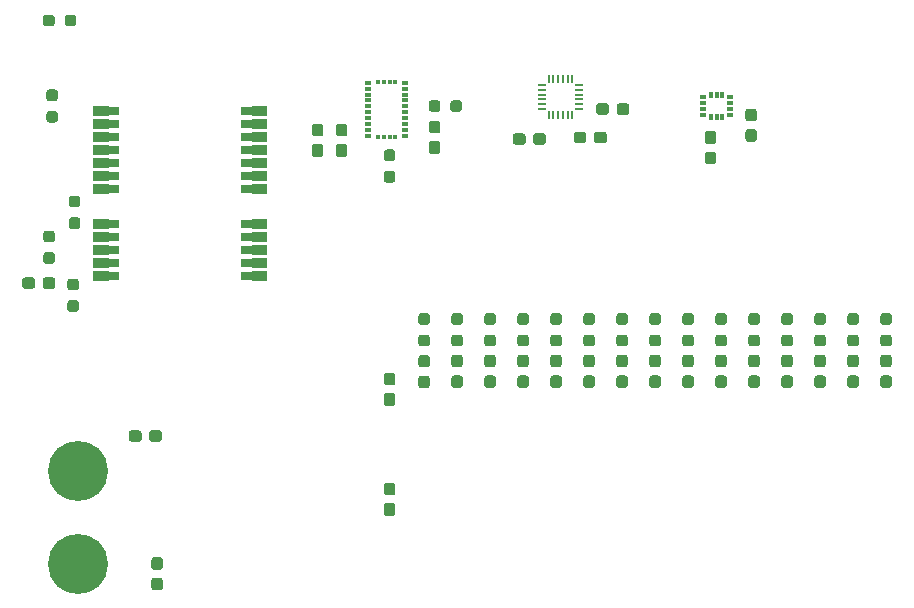
<source format=gbr>
G04 #@! TF.GenerationSoftware,KiCad,Pcbnew,(5.1.4)-1*
G04 #@! TF.CreationDate,2021-01-10T04:06:40-06:00*
G04 #@! TF.ProjectId,Navboard_hardware,4e617662-6f61-4726-945f-686172647761,rev?*
G04 #@! TF.SameCoordinates,Original*
G04 #@! TF.FileFunction,Paste,Top*
G04 #@! TF.FilePolarity,Positive*
%FSLAX46Y46*%
G04 Gerber Fmt 4.6, Leading zero omitted, Abs format (unit mm)*
G04 Created by KiCad (PCBNEW (5.1.4)-1) date 2021-01-10 04:06:40*
%MOMM*%
%LPD*%
G04 APERTURE LIST*
%ADD10C,0.000100*%
%ADD11R,0.220000X0.640000*%
%ADD12R,0.640000X0.220000*%
%ADD13R,0.350000X0.580000*%
%ADD14R,0.580000X0.350000*%
%ADD15R,0.525000X0.300000*%
%ADD16R,0.300000X0.425000*%
%ADD17C,0.100000*%
%ADD18C,0.950000*%
%ADD19C,5.080000*%
G04 APERTURE END LIST*
D10*
G36*
X127004000Y-62834000D02*
G01*
X126104000Y-62834000D01*
X126104000Y-63434000D01*
X127004000Y-63434000D01*
X127004000Y-62834000D01*
G37*
X127004000Y-62834000D02*
X126104000Y-62834000D01*
X126104000Y-63434000D01*
X127004000Y-63434000D01*
X127004000Y-62834000D01*
G36*
X128204000Y-62734000D02*
G01*
X127004000Y-62734000D01*
X127004000Y-63534000D01*
X128204000Y-63534000D01*
X128204000Y-62734000D01*
G37*
X128204000Y-62734000D02*
X127004000Y-62734000D01*
X127004000Y-63534000D01*
X128204000Y-63534000D01*
X128204000Y-62734000D01*
G36*
X127004000Y-61734000D02*
G01*
X126104000Y-61734000D01*
X126104000Y-62334000D01*
X127004000Y-62334000D01*
X127004000Y-61734000D01*
G37*
X127004000Y-61734000D02*
X126104000Y-61734000D01*
X126104000Y-62334000D01*
X127004000Y-62334000D01*
X127004000Y-61734000D01*
G36*
X128204000Y-61634000D02*
G01*
X127004000Y-61634000D01*
X127004000Y-62434000D01*
X128204000Y-62434000D01*
X128204000Y-61634000D01*
G37*
X128204000Y-61634000D02*
X127004000Y-61634000D01*
X127004000Y-62434000D01*
X128204000Y-62434000D01*
X128204000Y-61634000D01*
G36*
X127004000Y-60634000D02*
G01*
X126104000Y-60634000D01*
X126104000Y-61234000D01*
X127004000Y-61234000D01*
X127004000Y-60634000D01*
G37*
X127004000Y-60634000D02*
X126104000Y-60634000D01*
X126104000Y-61234000D01*
X127004000Y-61234000D01*
X127004000Y-60634000D01*
G36*
X128204000Y-60534000D02*
G01*
X127004000Y-60534000D01*
X127004000Y-61334000D01*
X128204000Y-61334000D01*
X128204000Y-60534000D01*
G37*
X128204000Y-60534000D02*
X127004000Y-60534000D01*
X127004000Y-61334000D01*
X128204000Y-61334000D01*
X128204000Y-60534000D01*
G36*
X127004000Y-59534000D02*
G01*
X126104000Y-59534000D01*
X126104000Y-60134000D01*
X127004000Y-60134000D01*
X127004000Y-59534000D01*
G37*
X127004000Y-59534000D02*
X126104000Y-59534000D01*
X126104000Y-60134000D01*
X127004000Y-60134000D01*
X127004000Y-59534000D01*
G36*
X128204000Y-59434000D02*
G01*
X127004000Y-59434000D01*
X127004000Y-60234000D01*
X128204000Y-60234000D01*
X128204000Y-59434000D01*
G37*
X128204000Y-59434000D02*
X127004000Y-59434000D01*
X127004000Y-60234000D01*
X128204000Y-60234000D01*
X128204000Y-59434000D01*
G36*
X127004000Y-58434000D02*
G01*
X126104000Y-58434000D01*
X126104000Y-59034000D01*
X127004000Y-59034000D01*
X127004000Y-58434000D01*
G37*
X127004000Y-58434000D02*
X126104000Y-58434000D01*
X126104000Y-59034000D01*
X127004000Y-59034000D01*
X127004000Y-58434000D01*
G36*
X128204000Y-58334000D02*
G01*
X127004000Y-58334000D01*
X127004000Y-59134000D01*
X128204000Y-59134000D01*
X128204000Y-58334000D01*
G37*
X128204000Y-58334000D02*
X127004000Y-58334000D01*
X127004000Y-59134000D01*
X128204000Y-59134000D01*
X128204000Y-58334000D01*
G36*
X127004000Y-48834000D02*
G01*
X126104000Y-48834000D01*
X126104000Y-49434000D01*
X127004000Y-49434000D01*
X127004000Y-48834000D01*
G37*
X127004000Y-48834000D02*
X126104000Y-48834000D01*
X126104000Y-49434000D01*
X127004000Y-49434000D01*
X127004000Y-48834000D01*
G36*
X128204000Y-48734000D02*
G01*
X127004000Y-48734000D01*
X127004000Y-49534000D01*
X128204000Y-49534000D01*
X128204000Y-48734000D01*
G37*
X128204000Y-48734000D02*
X127004000Y-48734000D01*
X127004000Y-49534000D01*
X128204000Y-49534000D01*
X128204000Y-48734000D01*
G36*
X127004000Y-49934000D02*
G01*
X126104000Y-49934000D01*
X126104000Y-50534000D01*
X127004000Y-50534000D01*
X127004000Y-49934000D01*
G37*
X127004000Y-49934000D02*
X126104000Y-49934000D01*
X126104000Y-50534000D01*
X127004000Y-50534000D01*
X127004000Y-49934000D01*
G36*
X128204000Y-49834000D02*
G01*
X127004000Y-49834000D01*
X127004000Y-50634000D01*
X128204000Y-50634000D01*
X128204000Y-49834000D01*
G37*
X128204000Y-49834000D02*
X127004000Y-49834000D01*
X127004000Y-50634000D01*
X128204000Y-50634000D01*
X128204000Y-49834000D01*
G36*
X127004000Y-51034000D02*
G01*
X126104000Y-51034000D01*
X126104000Y-51634000D01*
X127004000Y-51634000D01*
X127004000Y-51034000D01*
G37*
X127004000Y-51034000D02*
X126104000Y-51034000D01*
X126104000Y-51634000D01*
X127004000Y-51634000D01*
X127004000Y-51034000D01*
G36*
X128204000Y-50934000D02*
G01*
X127004000Y-50934000D01*
X127004000Y-51734000D01*
X128204000Y-51734000D01*
X128204000Y-50934000D01*
G37*
X128204000Y-50934000D02*
X127004000Y-50934000D01*
X127004000Y-51734000D01*
X128204000Y-51734000D01*
X128204000Y-50934000D01*
G36*
X127004000Y-52134000D02*
G01*
X126104000Y-52134000D01*
X126104000Y-52734000D01*
X127004000Y-52734000D01*
X127004000Y-52134000D01*
G37*
X127004000Y-52134000D02*
X126104000Y-52134000D01*
X126104000Y-52734000D01*
X127004000Y-52734000D01*
X127004000Y-52134000D01*
G36*
X128204000Y-52034000D02*
G01*
X127004000Y-52034000D01*
X127004000Y-52834000D01*
X128204000Y-52834000D01*
X128204000Y-52034000D01*
G37*
X128204000Y-52034000D02*
X127004000Y-52034000D01*
X127004000Y-52834000D01*
X128204000Y-52834000D01*
X128204000Y-52034000D01*
G36*
X127004000Y-53234000D02*
G01*
X126104000Y-53234000D01*
X126104000Y-53834000D01*
X127004000Y-53834000D01*
X127004000Y-53234000D01*
G37*
X127004000Y-53234000D02*
X126104000Y-53234000D01*
X126104000Y-53834000D01*
X127004000Y-53834000D01*
X127004000Y-53234000D01*
G36*
X128204000Y-53134000D02*
G01*
X127004000Y-53134000D01*
X127004000Y-53934000D01*
X128204000Y-53934000D01*
X128204000Y-53134000D01*
G37*
X128204000Y-53134000D02*
X127004000Y-53134000D01*
X127004000Y-53934000D01*
X128204000Y-53934000D01*
X128204000Y-53134000D01*
G36*
X127004000Y-54334000D02*
G01*
X126104000Y-54334000D01*
X126104000Y-54934000D01*
X127004000Y-54934000D01*
X127004000Y-54334000D01*
G37*
X127004000Y-54334000D02*
X126104000Y-54334000D01*
X126104000Y-54934000D01*
X127004000Y-54934000D01*
X127004000Y-54334000D01*
G36*
X128204000Y-54234000D02*
G01*
X127004000Y-54234000D01*
X127004000Y-55034000D01*
X128204000Y-55034000D01*
X128204000Y-54234000D01*
G37*
X128204000Y-54234000D02*
X127004000Y-54234000D01*
X127004000Y-55034000D01*
X128204000Y-55034000D01*
X128204000Y-54234000D01*
G36*
X114804000Y-62834000D02*
G01*
X115704000Y-62834000D01*
X115704000Y-63434000D01*
X114804000Y-63434000D01*
X114804000Y-62834000D01*
G37*
X114804000Y-62834000D02*
X115704000Y-62834000D01*
X115704000Y-63434000D01*
X114804000Y-63434000D01*
X114804000Y-62834000D01*
G36*
X113604000Y-62734000D02*
G01*
X114804000Y-62734000D01*
X114804000Y-63534000D01*
X113604000Y-63534000D01*
X113604000Y-62734000D01*
G37*
X113604000Y-62734000D02*
X114804000Y-62734000D01*
X114804000Y-63534000D01*
X113604000Y-63534000D01*
X113604000Y-62734000D01*
G36*
X114804000Y-61734000D02*
G01*
X115704000Y-61734000D01*
X115704000Y-62334000D01*
X114804000Y-62334000D01*
X114804000Y-61734000D01*
G37*
X114804000Y-61734000D02*
X115704000Y-61734000D01*
X115704000Y-62334000D01*
X114804000Y-62334000D01*
X114804000Y-61734000D01*
G36*
X113604000Y-61634000D02*
G01*
X114804000Y-61634000D01*
X114804000Y-62434000D01*
X113604000Y-62434000D01*
X113604000Y-61634000D01*
G37*
X113604000Y-61634000D02*
X114804000Y-61634000D01*
X114804000Y-62434000D01*
X113604000Y-62434000D01*
X113604000Y-61634000D01*
G36*
X114804000Y-60634000D02*
G01*
X115704000Y-60634000D01*
X115704000Y-61234000D01*
X114804000Y-61234000D01*
X114804000Y-60634000D01*
G37*
X114804000Y-60634000D02*
X115704000Y-60634000D01*
X115704000Y-61234000D01*
X114804000Y-61234000D01*
X114804000Y-60634000D01*
G36*
X113604000Y-60534000D02*
G01*
X114804000Y-60534000D01*
X114804000Y-61334000D01*
X113604000Y-61334000D01*
X113604000Y-60534000D01*
G37*
X113604000Y-60534000D02*
X114804000Y-60534000D01*
X114804000Y-61334000D01*
X113604000Y-61334000D01*
X113604000Y-60534000D01*
G36*
X114804000Y-59534000D02*
G01*
X115704000Y-59534000D01*
X115704000Y-60134000D01*
X114804000Y-60134000D01*
X114804000Y-59534000D01*
G37*
X114804000Y-59534000D02*
X115704000Y-59534000D01*
X115704000Y-60134000D01*
X114804000Y-60134000D01*
X114804000Y-59534000D01*
G36*
X113604000Y-59434000D02*
G01*
X114804000Y-59434000D01*
X114804000Y-60234000D01*
X113604000Y-60234000D01*
X113604000Y-59434000D01*
G37*
X113604000Y-59434000D02*
X114804000Y-59434000D01*
X114804000Y-60234000D01*
X113604000Y-60234000D01*
X113604000Y-59434000D01*
G36*
X114804000Y-58434000D02*
G01*
X115704000Y-58434000D01*
X115704000Y-59034000D01*
X114804000Y-59034000D01*
X114804000Y-58434000D01*
G37*
X114804000Y-58434000D02*
X115704000Y-58434000D01*
X115704000Y-59034000D01*
X114804000Y-59034000D01*
X114804000Y-58434000D01*
G36*
X113604000Y-58334000D02*
G01*
X114804000Y-58334000D01*
X114804000Y-59134000D01*
X113604000Y-59134000D01*
X113604000Y-58334000D01*
G37*
X113604000Y-58334000D02*
X114804000Y-58334000D01*
X114804000Y-59134000D01*
X113604000Y-59134000D01*
X113604000Y-58334000D01*
G36*
X114804000Y-48834000D02*
G01*
X115704000Y-48834000D01*
X115704000Y-49434000D01*
X114804000Y-49434000D01*
X114804000Y-48834000D01*
G37*
X114804000Y-48834000D02*
X115704000Y-48834000D01*
X115704000Y-49434000D01*
X114804000Y-49434000D01*
X114804000Y-48834000D01*
G36*
X113604000Y-48734000D02*
G01*
X114804000Y-48734000D01*
X114804000Y-49534000D01*
X113604000Y-49534000D01*
X113604000Y-48734000D01*
G37*
X113604000Y-48734000D02*
X114804000Y-48734000D01*
X114804000Y-49534000D01*
X113604000Y-49534000D01*
X113604000Y-48734000D01*
G36*
X114804000Y-49934000D02*
G01*
X115704000Y-49934000D01*
X115704000Y-50534000D01*
X114804000Y-50534000D01*
X114804000Y-49934000D01*
G37*
X114804000Y-49934000D02*
X115704000Y-49934000D01*
X115704000Y-50534000D01*
X114804000Y-50534000D01*
X114804000Y-49934000D01*
G36*
X113604000Y-49834000D02*
G01*
X114804000Y-49834000D01*
X114804000Y-50634000D01*
X113604000Y-50634000D01*
X113604000Y-49834000D01*
G37*
X113604000Y-49834000D02*
X114804000Y-49834000D01*
X114804000Y-50634000D01*
X113604000Y-50634000D01*
X113604000Y-49834000D01*
G36*
X114804000Y-51034000D02*
G01*
X115704000Y-51034000D01*
X115704000Y-51634000D01*
X114804000Y-51634000D01*
X114804000Y-51034000D01*
G37*
X114804000Y-51034000D02*
X115704000Y-51034000D01*
X115704000Y-51634000D01*
X114804000Y-51634000D01*
X114804000Y-51034000D01*
G36*
X113604000Y-50934000D02*
G01*
X114804000Y-50934000D01*
X114804000Y-51734000D01*
X113604000Y-51734000D01*
X113604000Y-50934000D01*
G37*
X113604000Y-50934000D02*
X114804000Y-50934000D01*
X114804000Y-51734000D01*
X113604000Y-51734000D01*
X113604000Y-50934000D01*
G36*
X114804000Y-52134000D02*
G01*
X115704000Y-52134000D01*
X115704000Y-52734000D01*
X114804000Y-52734000D01*
X114804000Y-52134000D01*
G37*
X114804000Y-52134000D02*
X115704000Y-52134000D01*
X115704000Y-52734000D01*
X114804000Y-52734000D01*
X114804000Y-52134000D01*
G36*
X113604000Y-52034000D02*
G01*
X114804000Y-52034000D01*
X114804000Y-52834000D01*
X113604000Y-52834000D01*
X113604000Y-52034000D01*
G37*
X113604000Y-52034000D02*
X114804000Y-52034000D01*
X114804000Y-52834000D01*
X113604000Y-52834000D01*
X113604000Y-52034000D01*
G36*
X114804000Y-53234000D02*
G01*
X115704000Y-53234000D01*
X115704000Y-53834000D01*
X114804000Y-53834000D01*
X114804000Y-53234000D01*
G37*
X114804000Y-53234000D02*
X115704000Y-53234000D01*
X115704000Y-53834000D01*
X114804000Y-53834000D01*
X114804000Y-53234000D01*
G36*
X113604000Y-53134000D02*
G01*
X114804000Y-53134000D01*
X114804000Y-53934000D01*
X113604000Y-53934000D01*
X113604000Y-53134000D01*
G37*
X113604000Y-53134000D02*
X114804000Y-53134000D01*
X114804000Y-53934000D01*
X113604000Y-53934000D01*
X113604000Y-53134000D01*
G36*
X114804000Y-54334000D02*
G01*
X115704000Y-54334000D01*
X115704000Y-54934000D01*
X114804000Y-54934000D01*
X114804000Y-54334000D01*
G37*
X114804000Y-54334000D02*
X115704000Y-54334000D01*
X115704000Y-54934000D01*
X114804000Y-54934000D01*
X114804000Y-54334000D01*
G36*
X113604000Y-54234000D02*
G01*
X114804000Y-54234000D01*
X114804000Y-55034000D01*
X113604000Y-55034000D01*
X113604000Y-54234000D01*
G37*
X113604000Y-54234000D02*
X114804000Y-54234000D01*
X114804000Y-55034000D01*
X113604000Y-55034000D01*
X113604000Y-54234000D01*
G36*
X114804000Y-55434000D02*
G01*
X115704000Y-55434000D01*
X115704000Y-56034000D01*
X114804000Y-56034000D01*
X114804000Y-55434000D01*
G37*
X114804000Y-55434000D02*
X115704000Y-55434000D01*
X115704000Y-56034000D01*
X114804000Y-56034000D01*
X114804000Y-55434000D01*
G36*
X113604000Y-55334000D02*
G01*
X114804000Y-55334000D01*
X114804000Y-56134000D01*
X113604000Y-56134000D01*
X113604000Y-55334000D01*
G37*
X113604000Y-55334000D02*
X114804000Y-55334000D01*
X114804000Y-56134000D01*
X113604000Y-56134000D01*
X113604000Y-55334000D01*
G36*
X127004000Y-55434000D02*
G01*
X126104000Y-55434000D01*
X126104000Y-56034000D01*
X127004000Y-56034000D01*
X127004000Y-55434000D01*
G37*
X127004000Y-55434000D02*
X126104000Y-55434000D01*
X126104000Y-56034000D01*
X127004000Y-56034000D01*
X127004000Y-55434000D01*
G36*
X128204000Y-55334000D02*
G01*
X127004000Y-55334000D01*
X127004000Y-56134000D01*
X128204000Y-56134000D01*
X128204000Y-55334000D01*
G37*
X128204000Y-55334000D02*
X127004000Y-55334000D01*
X127004000Y-56134000D01*
X128204000Y-56134000D01*
X128204000Y-55334000D01*
D11*
X152162000Y-46461000D03*
X152562000Y-46461000D03*
X152962000Y-46461000D03*
X153362000Y-46461000D03*
X153762000Y-46461000D03*
X154162000Y-46461000D03*
D12*
X154707000Y-47006000D03*
X154707000Y-47406000D03*
X154707000Y-47806000D03*
X154707000Y-48206000D03*
X154707000Y-48606000D03*
X154707000Y-49006000D03*
D11*
X154162000Y-49551000D03*
X153762000Y-49551000D03*
X153362000Y-49551000D03*
X152962000Y-49551000D03*
X152562000Y-49551000D03*
X152162000Y-49551000D03*
D12*
X151617000Y-49006000D03*
X151617000Y-48606000D03*
X151617000Y-48206000D03*
X151617000Y-47806000D03*
X151617000Y-47406000D03*
X151617000Y-47006000D03*
D13*
X165870000Y-47858000D03*
X166370000Y-47858000D03*
X166870000Y-47858000D03*
D14*
X167530000Y-48018000D03*
X167530000Y-48518000D03*
X167530000Y-49018000D03*
X167530000Y-49518000D03*
D13*
X166870000Y-49678000D03*
X166370000Y-49678000D03*
X165870000Y-49678000D03*
D14*
X165210000Y-49518000D03*
X165210000Y-49018000D03*
X165210000Y-48518000D03*
X165210000Y-48018000D03*
D15*
X136867500Y-50798500D03*
X136867500Y-50298500D03*
X136867500Y-49798500D03*
X136867500Y-49298500D03*
X136867500Y-48798500D03*
X136867500Y-48298500D03*
X136867500Y-47798500D03*
X136867500Y-47298500D03*
X136867500Y-46798500D03*
D16*
X137680000Y-46736000D03*
X138180000Y-46736000D03*
X138680000Y-46736000D03*
X139180000Y-46736000D03*
D15*
X139992500Y-46798500D03*
X139992500Y-47298500D03*
X139992500Y-47798500D03*
X139992500Y-48298500D03*
X139992500Y-48798500D03*
X139992500Y-49298500D03*
X139992500Y-49798500D03*
X139992500Y-50298500D03*
X139992500Y-50798500D03*
X139992500Y-51298500D03*
D16*
X139180000Y-51361000D03*
X138680000Y-51361000D03*
X138180000Y-51361000D03*
X137680000Y-51361000D03*
D15*
X136867500Y-51298500D03*
D17*
G36*
X144659779Y-68140644D02*
G01*
X144682834Y-68144063D01*
X144705443Y-68149727D01*
X144727387Y-68157579D01*
X144748457Y-68167544D01*
X144768448Y-68179526D01*
X144787168Y-68193410D01*
X144804438Y-68209062D01*
X144820090Y-68226332D01*
X144833974Y-68245052D01*
X144845956Y-68265043D01*
X144855921Y-68286113D01*
X144863773Y-68308057D01*
X144869437Y-68330666D01*
X144872856Y-68353721D01*
X144874000Y-68377000D01*
X144874000Y-68877000D01*
X144872856Y-68900279D01*
X144869437Y-68923334D01*
X144863773Y-68945943D01*
X144855921Y-68967887D01*
X144845956Y-68988957D01*
X144833974Y-69008948D01*
X144820090Y-69027668D01*
X144804438Y-69044938D01*
X144787168Y-69060590D01*
X144768448Y-69074474D01*
X144748457Y-69086456D01*
X144727387Y-69096421D01*
X144705443Y-69104273D01*
X144682834Y-69109937D01*
X144659779Y-69113356D01*
X144636500Y-69114500D01*
X144161500Y-69114500D01*
X144138221Y-69113356D01*
X144115166Y-69109937D01*
X144092557Y-69104273D01*
X144070613Y-69096421D01*
X144049543Y-69086456D01*
X144029552Y-69074474D01*
X144010832Y-69060590D01*
X143993562Y-69044938D01*
X143977910Y-69027668D01*
X143964026Y-69008948D01*
X143952044Y-68988957D01*
X143942079Y-68967887D01*
X143934227Y-68945943D01*
X143928563Y-68923334D01*
X143925144Y-68900279D01*
X143924000Y-68877000D01*
X143924000Y-68377000D01*
X143925144Y-68353721D01*
X143928563Y-68330666D01*
X143934227Y-68308057D01*
X143942079Y-68286113D01*
X143952044Y-68265043D01*
X143964026Y-68245052D01*
X143977910Y-68226332D01*
X143993562Y-68209062D01*
X144010832Y-68193410D01*
X144029552Y-68179526D01*
X144049543Y-68167544D01*
X144070613Y-68157579D01*
X144092557Y-68149727D01*
X144115166Y-68144063D01*
X144138221Y-68140644D01*
X144161500Y-68139500D01*
X144636500Y-68139500D01*
X144659779Y-68140644D01*
X144659779Y-68140644D01*
G37*
D18*
X144399000Y-68627000D03*
D17*
G36*
X144659779Y-66315644D02*
G01*
X144682834Y-66319063D01*
X144705443Y-66324727D01*
X144727387Y-66332579D01*
X144748457Y-66342544D01*
X144768448Y-66354526D01*
X144787168Y-66368410D01*
X144804438Y-66384062D01*
X144820090Y-66401332D01*
X144833974Y-66420052D01*
X144845956Y-66440043D01*
X144855921Y-66461113D01*
X144863773Y-66483057D01*
X144869437Y-66505666D01*
X144872856Y-66528721D01*
X144874000Y-66552000D01*
X144874000Y-67052000D01*
X144872856Y-67075279D01*
X144869437Y-67098334D01*
X144863773Y-67120943D01*
X144855921Y-67142887D01*
X144845956Y-67163957D01*
X144833974Y-67183948D01*
X144820090Y-67202668D01*
X144804438Y-67219938D01*
X144787168Y-67235590D01*
X144768448Y-67249474D01*
X144748457Y-67261456D01*
X144727387Y-67271421D01*
X144705443Y-67279273D01*
X144682834Y-67284937D01*
X144659779Y-67288356D01*
X144636500Y-67289500D01*
X144161500Y-67289500D01*
X144138221Y-67288356D01*
X144115166Y-67284937D01*
X144092557Y-67279273D01*
X144070613Y-67271421D01*
X144049543Y-67261456D01*
X144029552Y-67249474D01*
X144010832Y-67235590D01*
X143993562Y-67219938D01*
X143977910Y-67202668D01*
X143964026Y-67183948D01*
X143952044Y-67163957D01*
X143942079Y-67142887D01*
X143934227Y-67120943D01*
X143928563Y-67098334D01*
X143925144Y-67075279D01*
X143924000Y-67052000D01*
X143924000Y-66552000D01*
X143925144Y-66528721D01*
X143928563Y-66505666D01*
X143934227Y-66483057D01*
X143942079Y-66461113D01*
X143952044Y-66440043D01*
X143964026Y-66420052D01*
X143977910Y-66401332D01*
X143993562Y-66384062D01*
X144010832Y-66368410D01*
X144029552Y-66354526D01*
X144049543Y-66342544D01*
X144070613Y-66332579D01*
X144092557Y-66324727D01*
X144115166Y-66319063D01*
X144138221Y-66315644D01*
X144161500Y-66314500D01*
X144636500Y-66314500D01*
X144659779Y-66315644D01*
X144659779Y-66315644D01*
G37*
D18*
X144399000Y-66802000D03*
D17*
G36*
X141865779Y-68140644D02*
G01*
X141888834Y-68144063D01*
X141911443Y-68149727D01*
X141933387Y-68157579D01*
X141954457Y-68167544D01*
X141974448Y-68179526D01*
X141993168Y-68193410D01*
X142010438Y-68209062D01*
X142026090Y-68226332D01*
X142039974Y-68245052D01*
X142051956Y-68265043D01*
X142061921Y-68286113D01*
X142069773Y-68308057D01*
X142075437Y-68330666D01*
X142078856Y-68353721D01*
X142080000Y-68377000D01*
X142080000Y-68877000D01*
X142078856Y-68900279D01*
X142075437Y-68923334D01*
X142069773Y-68945943D01*
X142061921Y-68967887D01*
X142051956Y-68988957D01*
X142039974Y-69008948D01*
X142026090Y-69027668D01*
X142010438Y-69044938D01*
X141993168Y-69060590D01*
X141974448Y-69074474D01*
X141954457Y-69086456D01*
X141933387Y-69096421D01*
X141911443Y-69104273D01*
X141888834Y-69109937D01*
X141865779Y-69113356D01*
X141842500Y-69114500D01*
X141367500Y-69114500D01*
X141344221Y-69113356D01*
X141321166Y-69109937D01*
X141298557Y-69104273D01*
X141276613Y-69096421D01*
X141255543Y-69086456D01*
X141235552Y-69074474D01*
X141216832Y-69060590D01*
X141199562Y-69044938D01*
X141183910Y-69027668D01*
X141170026Y-69008948D01*
X141158044Y-68988957D01*
X141148079Y-68967887D01*
X141140227Y-68945943D01*
X141134563Y-68923334D01*
X141131144Y-68900279D01*
X141130000Y-68877000D01*
X141130000Y-68377000D01*
X141131144Y-68353721D01*
X141134563Y-68330666D01*
X141140227Y-68308057D01*
X141148079Y-68286113D01*
X141158044Y-68265043D01*
X141170026Y-68245052D01*
X141183910Y-68226332D01*
X141199562Y-68209062D01*
X141216832Y-68193410D01*
X141235552Y-68179526D01*
X141255543Y-68167544D01*
X141276613Y-68157579D01*
X141298557Y-68149727D01*
X141321166Y-68144063D01*
X141344221Y-68140644D01*
X141367500Y-68139500D01*
X141842500Y-68139500D01*
X141865779Y-68140644D01*
X141865779Y-68140644D01*
G37*
D18*
X141605000Y-68627000D03*
D17*
G36*
X141865779Y-66315644D02*
G01*
X141888834Y-66319063D01*
X141911443Y-66324727D01*
X141933387Y-66332579D01*
X141954457Y-66342544D01*
X141974448Y-66354526D01*
X141993168Y-66368410D01*
X142010438Y-66384062D01*
X142026090Y-66401332D01*
X142039974Y-66420052D01*
X142051956Y-66440043D01*
X142061921Y-66461113D01*
X142069773Y-66483057D01*
X142075437Y-66505666D01*
X142078856Y-66528721D01*
X142080000Y-66552000D01*
X142080000Y-67052000D01*
X142078856Y-67075279D01*
X142075437Y-67098334D01*
X142069773Y-67120943D01*
X142061921Y-67142887D01*
X142051956Y-67163957D01*
X142039974Y-67183948D01*
X142026090Y-67202668D01*
X142010438Y-67219938D01*
X141993168Y-67235590D01*
X141974448Y-67249474D01*
X141954457Y-67261456D01*
X141933387Y-67271421D01*
X141911443Y-67279273D01*
X141888834Y-67284937D01*
X141865779Y-67288356D01*
X141842500Y-67289500D01*
X141367500Y-67289500D01*
X141344221Y-67288356D01*
X141321166Y-67284937D01*
X141298557Y-67279273D01*
X141276613Y-67271421D01*
X141255543Y-67261456D01*
X141235552Y-67249474D01*
X141216832Y-67235590D01*
X141199562Y-67219938D01*
X141183910Y-67202668D01*
X141170026Y-67183948D01*
X141158044Y-67163957D01*
X141148079Y-67142887D01*
X141140227Y-67120943D01*
X141134563Y-67098334D01*
X141131144Y-67075279D01*
X141130000Y-67052000D01*
X141130000Y-66552000D01*
X141131144Y-66528721D01*
X141134563Y-66505666D01*
X141140227Y-66483057D01*
X141148079Y-66461113D01*
X141158044Y-66440043D01*
X141170026Y-66420052D01*
X141183910Y-66401332D01*
X141199562Y-66384062D01*
X141216832Y-66368410D01*
X141235552Y-66354526D01*
X141255543Y-66342544D01*
X141276613Y-66332579D01*
X141298557Y-66324727D01*
X141321166Y-66319063D01*
X141344221Y-66315644D01*
X141367500Y-66314500D01*
X141842500Y-66314500D01*
X141865779Y-66315644D01*
X141865779Y-66315644D01*
G37*
D18*
X141605000Y-66802000D03*
D17*
G36*
X167011779Y-68140644D02*
G01*
X167034834Y-68144063D01*
X167057443Y-68149727D01*
X167079387Y-68157579D01*
X167100457Y-68167544D01*
X167120448Y-68179526D01*
X167139168Y-68193410D01*
X167156438Y-68209062D01*
X167172090Y-68226332D01*
X167185974Y-68245052D01*
X167197956Y-68265043D01*
X167207921Y-68286113D01*
X167215773Y-68308057D01*
X167221437Y-68330666D01*
X167224856Y-68353721D01*
X167226000Y-68377000D01*
X167226000Y-68877000D01*
X167224856Y-68900279D01*
X167221437Y-68923334D01*
X167215773Y-68945943D01*
X167207921Y-68967887D01*
X167197956Y-68988957D01*
X167185974Y-69008948D01*
X167172090Y-69027668D01*
X167156438Y-69044938D01*
X167139168Y-69060590D01*
X167120448Y-69074474D01*
X167100457Y-69086456D01*
X167079387Y-69096421D01*
X167057443Y-69104273D01*
X167034834Y-69109937D01*
X167011779Y-69113356D01*
X166988500Y-69114500D01*
X166513500Y-69114500D01*
X166490221Y-69113356D01*
X166467166Y-69109937D01*
X166444557Y-69104273D01*
X166422613Y-69096421D01*
X166401543Y-69086456D01*
X166381552Y-69074474D01*
X166362832Y-69060590D01*
X166345562Y-69044938D01*
X166329910Y-69027668D01*
X166316026Y-69008948D01*
X166304044Y-68988957D01*
X166294079Y-68967887D01*
X166286227Y-68945943D01*
X166280563Y-68923334D01*
X166277144Y-68900279D01*
X166276000Y-68877000D01*
X166276000Y-68377000D01*
X166277144Y-68353721D01*
X166280563Y-68330666D01*
X166286227Y-68308057D01*
X166294079Y-68286113D01*
X166304044Y-68265043D01*
X166316026Y-68245052D01*
X166329910Y-68226332D01*
X166345562Y-68209062D01*
X166362832Y-68193410D01*
X166381552Y-68179526D01*
X166401543Y-68167544D01*
X166422613Y-68157579D01*
X166444557Y-68149727D01*
X166467166Y-68144063D01*
X166490221Y-68140644D01*
X166513500Y-68139500D01*
X166988500Y-68139500D01*
X167011779Y-68140644D01*
X167011779Y-68140644D01*
G37*
D18*
X166751000Y-68627000D03*
D17*
G36*
X167011779Y-66315644D02*
G01*
X167034834Y-66319063D01*
X167057443Y-66324727D01*
X167079387Y-66332579D01*
X167100457Y-66342544D01*
X167120448Y-66354526D01*
X167139168Y-66368410D01*
X167156438Y-66384062D01*
X167172090Y-66401332D01*
X167185974Y-66420052D01*
X167197956Y-66440043D01*
X167207921Y-66461113D01*
X167215773Y-66483057D01*
X167221437Y-66505666D01*
X167224856Y-66528721D01*
X167226000Y-66552000D01*
X167226000Y-67052000D01*
X167224856Y-67075279D01*
X167221437Y-67098334D01*
X167215773Y-67120943D01*
X167207921Y-67142887D01*
X167197956Y-67163957D01*
X167185974Y-67183948D01*
X167172090Y-67202668D01*
X167156438Y-67219938D01*
X167139168Y-67235590D01*
X167120448Y-67249474D01*
X167100457Y-67261456D01*
X167079387Y-67271421D01*
X167057443Y-67279273D01*
X167034834Y-67284937D01*
X167011779Y-67288356D01*
X166988500Y-67289500D01*
X166513500Y-67289500D01*
X166490221Y-67288356D01*
X166467166Y-67284937D01*
X166444557Y-67279273D01*
X166422613Y-67271421D01*
X166401543Y-67261456D01*
X166381552Y-67249474D01*
X166362832Y-67235590D01*
X166345562Y-67219938D01*
X166329910Y-67202668D01*
X166316026Y-67183948D01*
X166304044Y-67163957D01*
X166294079Y-67142887D01*
X166286227Y-67120943D01*
X166280563Y-67098334D01*
X166277144Y-67075279D01*
X166276000Y-67052000D01*
X166276000Y-66552000D01*
X166277144Y-66528721D01*
X166280563Y-66505666D01*
X166286227Y-66483057D01*
X166294079Y-66461113D01*
X166304044Y-66440043D01*
X166316026Y-66420052D01*
X166329910Y-66401332D01*
X166345562Y-66384062D01*
X166362832Y-66368410D01*
X166381552Y-66354526D01*
X166401543Y-66342544D01*
X166422613Y-66332579D01*
X166444557Y-66324727D01*
X166467166Y-66319063D01*
X166490221Y-66315644D01*
X166513500Y-66314500D01*
X166988500Y-66314500D01*
X167011779Y-66315644D01*
X167011779Y-66315644D01*
G37*
D18*
X166751000Y-66802000D03*
D17*
G36*
X161423779Y-68140644D02*
G01*
X161446834Y-68144063D01*
X161469443Y-68149727D01*
X161491387Y-68157579D01*
X161512457Y-68167544D01*
X161532448Y-68179526D01*
X161551168Y-68193410D01*
X161568438Y-68209062D01*
X161584090Y-68226332D01*
X161597974Y-68245052D01*
X161609956Y-68265043D01*
X161619921Y-68286113D01*
X161627773Y-68308057D01*
X161633437Y-68330666D01*
X161636856Y-68353721D01*
X161638000Y-68377000D01*
X161638000Y-68877000D01*
X161636856Y-68900279D01*
X161633437Y-68923334D01*
X161627773Y-68945943D01*
X161619921Y-68967887D01*
X161609956Y-68988957D01*
X161597974Y-69008948D01*
X161584090Y-69027668D01*
X161568438Y-69044938D01*
X161551168Y-69060590D01*
X161532448Y-69074474D01*
X161512457Y-69086456D01*
X161491387Y-69096421D01*
X161469443Y-69104273D01*
X161446834Y-69109937D01*
X161423779Y-69113356D01*
X161400500Y-69114500D01*
X160925500Y-69114500D01*
X160902221Y-69113356D01*
X160879166Y-69109937D01*
X160856557Y-69104273D01*
X160834613Y-69096421D01*
X160813543Y-69086456D01*
X160793552Y-69074474D01*
X160774832Y-69060590D01*
X160757562Y-69044938D01*
X160741910Y-69027668D01*
X160728026Y-69008948D01*
X160716044Y-68988957D01*
X160706079Y-68967887D01*
X160698227Y-68945943D01*
X160692563Y-68923334D01*
X160689144Y-68900279D01*
X160688000Y-68877000D01*
X160688000Y-68377000D01*
X160689144Y-68353721D01*
X160692563Y-68330666D01*
X160698227Y-68308057D01*
X160706079Y-68286113D01*
X160716044Y-68265043D01*
X160728026Y-68245052D01*
X160741910Y-68226332D01*
X160757562Y-68209062D01*
X160774832Y-68193410D01*
X160793552Y-68179526D01*
X160813543Y-68167544D01*
X160834613Y-68157579D01*
X160856557Y-68149727D01*
X160879166Y-68144063D01*
X160902221Y-68140644D01*
X160925500Y-68139500D01*
X161400500Y-68139500D01*
X161423779Y-68140644D01*
X161423779Y-68140644D01*
G37*
D18*
X161163000Y-68627000D03*
D17*
G36*
X161423779Y-66315644D02*
G01*
X161446834Y-66319063D01*
X161469443Y-66324727D01*
X161491387Y-66332579D01*
X161512457Y-66342544D01*
X161532448Y-66354526D01*
X161551168Y-66368410D01*
X161568438Y-66384062D01*
X161584090Y-66401332D01*
X161597974Y-66420052D01*
X161609956Y-66440043D01*
X161619921Y-66461113D01*
X161627773Y-66483057D01*
X161633437Y-66505666D01*
X161636856Y-66528721D01*
X161638000Y-66552000D01*
X161638000Y-67052000D01*
X161636856Y-67075279D01*
X161633437Y-67098334D01*
X161627773Y-67120943D01*
X161619921Y-67142887D01*
X161609956Y-67163957D01*
X161597974Y-67183948D01*
X161584090Y-67202668D01*
X161568438Y-67219938D01*
X161551168Y-67235590D01*
X161532448Y-67249474D01*
X161512457Y-67261456D01*
X161491387Y-67271421D01*
X161469443Y-67279273D01*
X161446834Y-67284937D01*
X161423779Y-67288356D01*
X161400500Y-67289500D01*
X160925500Y-67289500D01*
X160902221Y-67288356D01*
X160879166Y-67284937D01*
X160856557Y-67279273D01*
X160834613Y-67271421D01*
X160813543Y-67261456D01*
X160793552Y-67249474D01*
X160774832Y-67235590D01*
X160757562Y-67219938D01*
X160741910Y-67202668D01*
X160728026Y-67183948D01*
X160716044Y-67163957D01*
X160706079Y-67142887D01*
X160698227Y-67120943D01*
X160692563Y-67098334D01*
X160689144Y-67075279D01*
X160688000Y-67052000D01*
X160688000Y-66552000D01*
X160689144Y-66528721D01*
X160692563Y-66505666D01*
X160698227Y-66483057D01*
X160706079Y-66461113D01*
X160716044Y-66440043D01*
X160728026Y-66420052D01*
X160741910Y-66401332D01*
X160757562Y-66384062D01*
X160774832Y-66368410D01*
X160793552Y-66354526D01*
X160813543Y-66342544D01*
X160834613Y-66332579D01*
X160856557Y-66324727D01*
X160879166Y-66319063D01*
X160902221Y-66315644D01*
X160925500Y-66314500D01*
X161400500Y-66314500D01*
X161423779Y-66315644D01*
X161423779Y-66315644D01*
G37*
D18*
X161163000Y-66802000D03*
D17*
G36*
X172599779Y-68140644D02*
G01*
X172622834Y-68144063D01*
X172645443Y-68149727D01*
X172667387Y-68157579D01*
X172688457Y-68167544D01*
X172708448Y-68179526D01*
X172727168Y-68193410D01*
X172744438Y-68209062D01*
X172760090Y-68226332D01*
X172773974Y-68245052D01*
X172785956Y-68265043D01*
X172795921Y-68286113D01*
X172803773Y-68308057D01*
X172809437Y-68330666D01*
X172812856Y-68353721D01*
X172814000Y-68377000D01*
X172814000Y-68877000D01*
X172812856Y-68900279D01*
X172809437Y-68923334D01*
X172803773Y-68945943D01*
X172795921Y-68967887D01*
X172785956Y-68988957D01*
X172773974Y-69008948D01*
X172760090Y-69027668D01*
X172744438Y-69044938D01*
X172727168Y-69060590D01*
X172708448Y-69074474D01*
X172688457Y-69086456D01*
X172667387Y-69096421D01*
X172645443Y-69104273D01*
X172622834Y-69109937D01*
X172599779Y-69113356D01*
X172576500Y-69114500D01*
X172101500Y-69114500D01*
X172078221Y-69113356D01*
X172055166Y-69109937D01*
X172032557Y-69104273D01*
X172010613Y-69096421D01*
X171989543Y-69086456D01*
X171969552Y-69074474D01*
X171950832Y-69060590D01*
X171933562Y-69044938D01*
X171917910Y-69027668D01*
X171904026Y-69008948D01*
X171892044Y-68988957D01*
X171882079Y-68967887D01*
X171874227Y-68945943D01*
X171868563Y-68923334D01*
X171865144Y-68900279D01*
X171864000Y-68877000D01*
X171864000Y-68377000D01*
X171865144Y-68353721D01*
X171868563Y-68330666D01*
X171874227Y-68308057D01*
X171882079Y-68286113D01*
X171892044Y-68265043D01*
X171904026Y-68245052D01*
X171917910Y-68226332D01*
X171933562Y-68209062D01*
X171950832Y-68193410D01*
X171969552Y-68179526D01*
X171989543Y-68167544D01*
X172010613Y-68157579D01*
X172032557Y-68149727D01*
X172055166Y-68144063D01*
X172078221Y-68140644D01*
X172101500Y-68139500D01*
X172576500Y-68139500D01*
X172599779Y-68140644D01*
X172599779Y-68140644D01*
G37*
D18*
X172339000Y-68627000D03*
D17*
G36*
X172599779Y-66315644D02*
G01*
X172622834Y-66319063D01*
X172645443Y-66324727D01*
X172667387Y-66332579D01*
X172688457Y-66342544D01*
X172708448Y-66354526D01*
X172727168Y-66368410D01*
X172744438Y-66384062D01*
X172760090Y-66401332D01*
X172773974Y-66420052D01*
X172785956Y-66440043D01*
X172795921Y-66461113D01*
X172803773Y-66483057D01*
X172809437Y-66505666D01*
X172812856Y-66528721D01*
X172814000Y-66552000D01*
X172814000Y-67052000D01*
X172812856Y-67075279D01*
X172809437Y-67098334D01*
X172803773Y-67120943D01*
X172795921Y-67142887D01*
X172785956Y-67163957D01*
X172773974Y-67183948D01*
X172760090Y-67202668D01*
X172744438Y-67219938D01*
X172727168Y-67235590D01*
X172708448Y-67249474D01*
X172688457Y-67261456D01*
X172667387Y-67271421D01*
X172645443Y-67279273D01*
X172622834Y-67284937D01*
X172599779Y-67288356D01*
X172576500Y-67289500D01*
X172101500Y-67289500D01*
X172078221Y-67288356D01*
X172055166Y-67284937D01*
X172032557Y-67279273D01*
X172010613Y-67271421D01*
X171989543Y-67261456D01*
X171969552Y-67249474D01*
X171950832Y-67235590D01*
X171933562Y-67219938D01*
X171917910Y-67202668D01*
X171904026Y-67183948D01*
X171892044Y-67163957D01*
X171882079Y-67142887D01*
X171874227Y-67120943D01*
X171868563Y-67098334D01*
X171865144Y-67075279D01*
X171864000Y-67052000D01*
X171864000Y-66552000D01*
X171865144Y-66528721D01*
X171868563Y-66505666D01*
X171874227Y-66483057D01*
X171882079Y-66461113D01*
X171892044Y-66440043D01*
X171904026Y-66420052D01*
X171917910Y-66401332D01*
X171933562Y-66384062D01*
X171950832Y-66368410D01*
X171969552Y-66354526D01*
X171989543Y-66342544D01*
X172010613Y-66332579D01*
X172032557Y-66324727D01*
X172055166Y-66319063D01*
X172078221Y-66315644D01*
X172101500Y-66314500D01*
X172576500Y-66314500D01*
X172599779Y-66315644D01*
X172599779Y-66315644D01*
G37*
D18*
X172339000Y-66802000D03*
D17*
G36*
X178187779Y-68140644D02*
G01*
X178210834Y-68144063D01*
X178233443Y-68149727D01*
X178255387Y-68157579D01*
X178276457Y-68167544D01*
X178296448Y-68179526D01*
X178315168Y-68193410D01*
X178332438Y-68209062D01*
X178348090Y-68226332D01*
X178361974Y-68245052D01*
X178373956Y-68265043D01*
X178383921Y-68286113D01*
X178391773Y-68308057D01*
X178397437Y-68330666D01*
X178400856Y-68353721D01*
X178402000Y-68377000D01*
X178402000Y-68877000D01*
X178400856Y-68900279D01*
X178397437Y-68923334D01*
X178391773Y-68945943D01*
X178383921Y-68967887D01*
X178373956Y-68988957D01*
X178361974Y-69008948D01*
X178348090Y-69027668D01*
X178332438Y-69044938D01*
X178315168Y-69060590D01*
X178296448Y-69074474D01*
X178276457Y-69086456D01*
X178255387Y-69096421D01*
X178233443Y-69104273D01*
X178210834Y-69109937D01*
X178187779Y-69113356D01*
X178164500Y-69114500D01*
X177689500Y-69114500D01*
X177666221Y-69113356D01*
X177643166Y-69109937D01*
X177620557Y-69104273D01*
X177598613Y-69096421D01*
X177577543Y-69086456D01*
X177557552Y-69074474D01*
X177538832Y-69060590D01*
X177521562Y-69044938D01*
X177505910Y-69027668D01*
X177492026Y-69008948D01*
X177480044Y-68988957D01*
X177470079Y-68967887D01*
X177462227Y-68945943D01*
X177456563Y-68923334D01*
X177453144Y-68900279D01*
X177452000Y-68877000D01*
X177452000Y-68377000D01*
X177453144Y-68353721D01*
X177456563Y-68330666D01*
X177462227Y-68308057D01*
X177470079Y-68286113D01*
X177480044Y-68265043D01*
X177492026Y-68245052D01*
X177505910Y-68226332D01*
X177521562Y-68209062D01*
X177538832Y-68193410D01*
X177557552Y-68179526D01*
X177577543Y-68167544D01*
X177598613Y-68157579D01*
X177620557Y-68149727D01*
X177643166Y-68144063D01*
X177666221Y-68140644D01*
X177689500Y-68139500D01*
X178164500Y-68139500D01*
X178187779Y-68140644D01*
X178187779Y-68140644D01*
G37*
D18*
X177927000Y-68627000D03*
D17*
G36*
X178187779Y-66315644D02*
G01*
X178210834Y-66319063D01*
X178233443Y-66324727D01*
X178255387Y-66332579D01*
X178276457Y-66342544D01*
X178296448Y-66354526D01*
X178315168Y-66368410D01*
X178332438Y-66384062D01*
X178348090Y-66401332D01*
X178361974Y-66420052D01*
X178373956Y-66440043D01*
X178383921Y-66461113D01*
X178391773Y-66483057D01*
X178397437Y-66505666D01*
X178400856Y-66528721D01*
X178402000Y-66552000D01*
X178402000Y-67052000D01*
X178400856Y-67075279D01*
X178397437Y-67098334D01*
X178391773Y-67120943D01*
X178383921Y-67142887D01*
X178373956Y-67163957D01*
X178361974Y-67183948D01*
X178348090Y-67202668D01*
X178332438Y-67219938D01*
X178315168Y-67235590D01*
X178296448Y-67249474D01*
X178276457Y-67261456D01*
X178255387Y-67271421D01*
X178233443Y-67279273D01*
X178210834Y-67284937D01*
X178187779Y-67288356D01*
X178164500Y-67289500D01*
X177689500Y-67289500D01*
X177666221Y-67288356D01*
X177643166Y-67284937D01*
X177620557Y-67279273D01*
X177598613Y-67271421D01*
X177577543Y-67261456D01*
X177557552Y-67249474D01*
X177538832Y-67235590D01*
X177521562Y-67219938D01*
X177505910Y-67202668D01*
X177492026Y-67183948D01*
X177480044Y-67163957D01*
X177470079Y-67142887D01*
X177462227Y-67120943D01*
X177456563Y-67098334D01*
X177453144Y-67075279D01*
X177452000Y-67052000D01*
X177452000Y-66552000D01*
X177453144Y-66528721D01*
X177456563Y-66505666D01*
X177462227Y-66483057D01*
X177470079Y-66461113D01*
X177480044Y-66440043D01*
X177492026Y-66420052D01*
X177505910Y-66401332D01*
X177521562Y-66384062D01*
X177538832Y-66368410D01*
X177557552Y-66354526D01*
X177577543Y-66342544D01*
X177598613Y-66332579D01*
X177620557Y-66324727D01*
X177643166Y-66319063D01*
X177666221Y-66315644D01*
X177689500Y-66314500D01*
X178164500Y-66314500D01*
X178187779Y-66315644D01*
X178187779Y-66315644D01*
G37*
D18*
X177927000Y-66802000D03*
D17*
G36*
X158629779Y-68140644D02*
G01*
X158652834Y-68144063D01*
X158675443Y-68149727D01*
X158697387Y-68157579D01*
X158718457Y-68167544D01*
X158738448Y-68179526D01*
X158757168Y-68193410D01*
X158774438Y-68209062D01*
X158790090Y-68226332D01*
X158803974Y-68245052D01*
X158815956Y-68265043D01*
X158825921Y-68286113D01*
X158833773Y-68308057D01*
X158839437Y-68330666D01*
X158842856Y-68353721D01*
X158844000Y-68377000D01*
X158844000Y-68877000D01*
X158842856Y-68900279D01*
X158839437Y-68923334D01*
X158833773Y-68945943D01*
X158825921Y-68967887D01*
X158815956Y-68988957D01*
X158803974Y-69008948D01*
X158790090Y-69027668D01*
X158774438Y-69044938D01*
X158757168Y-69060590D01*
X158738448Y-69074474D01*
X158718457Y-69086456D01*
X158697387Y-69096421D01*
X158675443Y-69104273D01*
X158652834Y-69109937D01*
X158629779Y-69113356D01*
X158606500Y-69114500D01*
X158131500Y-69114500D01*
X158108221Y-69113356D01*
X158085166Y-69109937D01*
X158062557Y-69104273D01*
X158040613Y-69096421D01*
X158019543Y-69086456D01*
X157999552Y-69074474D01*
X157980832Y-69060590D01*
X157963562Y-69044938D01*
X157947910Y-69027668D01*
X157934026Y-69008948D01*
X157922044Y-68988957D01*
X157912079Y-68967887D01*
X157904227Y-68945943D01*
X157898563Y-68923334D01*
X157895144Y-68900279D01*
X157894000Y-68877000D01*
X157894000Y-68377000D01*
X157895144Y-68353721D01*
X157898563Y-68330666D01*
X157904227Y-68308057D01*
X157912079Y-68286113D01*
X157922044Y-68265043D01*
X157934026Y-68245052D01*
X157947910Y-68226332D01*
X157963562Y-68209062D01*
X157980832Y-68193410D01*
X157999552Y-68179526D01*
X158019543Y-68167544D01*
X158040613Y-68157579D01*
X158062557Y-68149727D01*
X158085166Y-68144063D01*
X158108221Y-68140644D01*
X158131500Y-68139500D01*
X158606500Y-68139500D01*
X158629779Y-68140644D01*
X158629779Y-68140644D01*
G37*
D18*
X158369000Y-68627000D03*
D17*
G36*
X158629779Y-66315644D02*
G01*
X158652834Y-66319063D01*
X158675443Y-66324727D01*
X158697387Y-66332579D01*
X158718457Y-66342544D01*
X158738448Y-66354526D01*
X158757168Y-66368410D01*
X158774438Y-66384062D01*
X158790090Y-66401332D01*
X158803974Y-66420052D01*
X158815956Y-66440043D01*
X158825921Y-66461113D01*
X158833773Y-66483057D01*
X158839437Y-66505666D01*
X158842856Y-66528721D01*
X158844000Y-66552000D01*
X158844000Y-67052000D01*
X158842856Y-67075279D01*
X158839437Y-67098334D01*
X158833773Y-67120943D01*
X158825921Y-67142887D01*
X158815956Y-67163957D01*
X158803974Y-67183948D01*
X158790090Y-67202668D01*
X158774438Y-67219938D01*
X158757168Y-67235590D01*
X158738448Y-67249474D01*
X158718457Y-67261456D01*
X158697387Y-67271421D01*
X158675443Y-67279273D01*
X158652834Y-67284937D01*
X158629779Y-67288356D01*
X158606500Y-67289500D01*
X158131500Y-67289500D01*
X158108221Y-67288356D01*
X158085166Y-67284937D01*
X158062557Y-67279273D01*
X158040613Y-67271421D01*
X158019543Y-67261456D01*
X157999552Y-67249474D01*
X157980832Y-67235590D01*
X157963562Y-67219938D01*
X157947910Y-67202668D01*
X157934026Y-67183948D01*
X157922044Y-67163957D01*
X157912079Y-67142887D01*
X157904227Y-67120943D01*
X157898563Y-67098334D01*
X157895144Y-67075279D01*
X157894000Y-67052000D01*
X157894000Y-66552000D01*
X157895144Y-66528721D01*
X157898563Y-66505666D01*
X157904227Y-66483057D01*
X157912079Y-66461113D01*
X157922044Y-66440043D01*
X157934026Y-66420052D01*
X157947910Y-66401332D01*
X157963562Y-66384062D01*
X157980832Y-66368410D01*
X157999552Y-66354526D01*
X158019543Y-66342544D01*
X158040613Y-66332579D01*
X158062557Y-66324727D01*
X158085166Y-66319063D01*
X158108221Y-66315644D01*
X158131500Y-66314500D01*
X158606500Y-66314500D01*
X158629779Y-66315644D01*
X158629779Y-66315644D01*
G37*
D18*
X158369000Y-66802000D03*
D17*
G36*
X175393779Y-68140644D02*
G01*
X175416834Y-68144063D01*
X175439443Y-68149727D01*
X175461387Y-68157579D01*
X175482457Y-68167544D01*
X175502448Y-68179526D01*
X175521168Y-68193410D01*
X175538438Y-68209062D01*
X175554090Y-68226332D01*
X175567974Y-68245052D01*
X175579956Y-68265043D01*
X175589921Y-68286113D01*
X175597773Y-68308057D01*
X175603437Y-68330666D01*
X175606856Y-68353721D01*
X175608000Y-68377000D01*
X175608000Y-68877000D01*
X175606856Y-68900279D01*
X175603437Y-68923334D01*
X175597773Y-68945943D01*
X175589921Y-68967887D01*
X175579956Y-68988957D01*
X175567974Y-69008948D01*
X175554090Y-69027668D01*
X175538438Y-69044938D01*
X175521168Y-69060590D01*
X175502448Y-69074474D01*
X175482457Y-69086456D01*
X175461387Y-69096421D01*
X175439443Y-69104273D01*
X175416834Y-69109937D01*
X175393779Y-69113356D01*
X175370500Y-69114500D01*
X174895500Y-69114500D01*
X174872221Y-69113356D01*
X174849166Y-69109937D01*
X174826557Y-69104273D01*
X174804613Y-69096421D01*
X174783543Y-69086456D01*
X174763552Y-69074474D01*
X174744832Y-69060590D01*
X174727562Y-69044938D01*
X174711910Y-69027668D01*
X174698026Y-69008948D01*
X174686044Y-68988957D01*
X174676079Y-68967887D01*
X174668227Y-68945943D01*
X174662563Y-68923334D01*
X174659144Y-68900279D01*
X174658000Y-68877000D01*
X174658000Y-68377000D01*
X174659144Y-68353721D01*
X174662563Y-68330666D01*
X174668227Y-68308057D01*
X174676079Y-68286113D01*
X174686044Y-68265043D01*
X174698026Y-68245052D01*
X174711910Y-68226332D01*
X174727562Y-68209062D01*
X174744832Y-68193410D01*
X174763552Y-68179526D01*
X174783543Y-68167544D01*
X174804613Y-68157579D01*
X174826557Y-68149727D01*
X174849166Y-68144063D01*
X174872221Y-68140644D01*
X174895500Y-68139500D01*
X175370500Y-68139500D01*
X175393779Y-68140644D01*
X175393779Y-68140644D01*
G37*
D18*
X175133000Y-68627000D03*
D17*
G36*
X175393779Y-66315644D02*
G01*
X175416834Y-66319063D01*
X175439443Y-66324727D01*
X175461387Y-66332579D01*
X175482457Y-66342544D01*
X175502448Y-66354526D01*
X175521168Y-66368410D01*
X175538438Y-66384062D01*
X175554090Y-66401332D01*
X175567974Y-66420052D01*
X175579956Y-66440043D01*
X175589921Y-66461113D01*
X175597773Y-66483057D01*
X175603437Y-66505666D01*
X175606856Y-66528721D01*
X175608000Y-66552000D01*
X175608000Y-67052000D01*
X175606856Y-67075279D01*
X175603437Y-67098334D01*
X175597773Y-67120943D01*
X175589921Y-67142887D01*
X175579956Y-67163957D01*
X175567974Y-67183948D01*
X175554090Y-67202668D01*
X175538438Y-67219938D01*
X175521168Y-67235590D01*
X175502448Y-67249474D01*
X175482457Y-67261456D01*
X175461387Y-67271421D01*
X175439443Y-67279273D01*
X175416834Y-67284937D01*
X175393779Y-67288356D01*
X175370500Y-67289500D01*
X174895500Y-67289500D01*
X174872221Y-67288356D01*
X174849166Y-67284937D01*
X174826557Y-67279273D01*
X174804613Y-67271421D01*
X174783543Y-67261456D01*
X174763552Y-67249474D01*
X174744832Y-67235590D01*
X174727562Y-67219938D01*
X174711910Y-67202668D01*
X174698026Y-67183948D01*
X174686044Y-67163957D01*
X174676079Y-67142887D01*
X174668227Y-67120943D01*
X174662563Y-67098334D01*
X174659144Y-67075279D01*
X174658000Y-67052000D01*
X174658000Y-66552000D01*
X174659144Y-66528721D01*
X174662563Y-66505666D01*
X174668227Y-66483057D01*
X174676079Y-66461113D01*
X174686044Y-66440043D01*
X174698026Y-66420052D01*
X174711910Y-66401332D01*
X174727562Y-66384062D01*
X174744832Y-66368410D01*
X174763552Y-66354526D01*
X174783543Y-66342544D01*
X174804613Y-66332579D01*
X174826557Y-66324727D01*
X174849166Y-66319063D01*
X174872221Y-66315644D01*
X174895500Y-66314500D01*
X175370500Y-66314500D01*
X175393779Y-66315644D01*
X175393779Y-66315644D01*
G37*
D18*
X175133000Y-66802000D03*
D17*
G36*
X155835779Y-68140644D02*
G01*
X155858834Y-68144063D01*
X155881443Y-68149727D01*
X155903387Y-68157579D01*
X155924457Y-68167544D01*
X155944448Y-68179526D01*
X155963168Y-68193410D01*
X155980438Y-68209062D01*
X155996090Y-68226332D01*
X156009974Y-68245052D01*
X156021956Y-68265043D01*
X156031921Y-68286113D01*
X156039773Y-68308057D01*
X156045437Y-68330666D01*
X156048856Y-68353721D01*
X156050000Y-68377000D01*
X156050000Y-68877000D01*
X156048856Y-68900279D01*
X156045437Y-68923334D01*
X156039773Y-68945943D01*
X156031921Y-68967887D01*
X156021956Y-68988957D01*
X156009974Y-69008948D01*
X155996090Y-69027668D01*
X155980438Y-69044938D01*
X155963168Y-69060590D01*
X155944448Y-69074474D01*
X155924457Y-69086456D01*
X155903387Y-69096421D01*
X155881443Y-69104273D01*
X155858834Y-69109937D01*
X155835779Y-69113356D01*
X155812500Y-69114500D01*
X155337500Y-69114500D01*
X155314221Y-69113356D01*
X155291166Y-69109937D01*
X155268557Y-69104273D01*
X155246613Y-69096421D01*
X155225543Y-69086456D01*
X155205552Y-69074474D01*
X155186832Y-69060590D01*
X155169562Y-69044938D01*
X155153910Y-69027668D01*
X155140026Y-69008948D01*
X155128044Y-68988957D01*
X155118079Y-68967887D01*
X155110227Y-68945943D01*
X155104563Y-68923334D01*
X155101144Y-68900279D01*
X155100000Y-68877000D01*
X155100000Y-68377000D01*
X155101144Y-68353721D01*
X155104563Y-68330666D01*
X155110227Y-68308057D01*
X155118079Y-68286113D01*
X155128044Y-68265043D01*
X155140026Y-68245052D01*
X155153910Y-68226332D01*
X155169562Y-68209062D01*
X155186832Y-68193410D01*
X155205552Y-68179526D01*
X155225543Y-68167544D01*
X155246613Y-68157579D01*
X155268557Y-68149727D01*
X155291166Y-68144063D01*
X155314221Y-68140644D01*
X155337500Y-68139500D01*
X155812500Y-68139500D01*
X155835779Y-68140644D01*
X155835779Y-68140644D01*
G37*
D18*
X155575000Y-68627000D03*
D17*
G36*
X155835779Y-66315644D02*
G01*
X155858834Y-66319063D01*
X155881443Y-66324727D01*
X155903387Y-66332579D01*
X155924457Y-66342544D01*
X155944448Y-66354526D01*
X155963168Y-66368410D01*
X155980438Y-66384062D01*
X155996090Y-66401332D01*
X156009974Y-66420052D01*
X156021956Y-66440043D01*
X156031921Y-66461113D01*
X156039773Y-66483057D01*
X156045437Y-66505666D01*
X156048856Y-66528721D01*
X156050000Y-66552000D01*
X156050000Y-67052000D01*
X156048856Y-67075279D01*
X156045437Y-67098334D01*
X156039773Y-67120943D01*
X156031921Y-67142887D01*
X156021956Y-67163957D01*
X156009974Y-67183948D01*
X155996090Y-67202668D01*
X155980438Y-67219938D01*
X155963168Y-67235590D01*
X155944448Y-67249474D01*
X155924457Y-67261456D01*
X155903387Y-67271421D01*
X155881443Y-67279273D01*
X155858834Y-67284937D01*
X155835779Y-67288356D01*
X155812500Y-67289500D01*
X155337500Y-67289500D01*
X155314221Y-67288356D01*
X155291166Y-67284937D01*
X155268557Y-67279273D01*
X155246613Y-67271421D01*
X155225543Y-67261456D01*
X155205552Y-67249474D01*
X155186832Y-67235590D01*
X155169562Y-67219938D01*
X155153910Y-67202668D01*
X155140026Y-67183948D01*
X155128044Y-67163957D01*
X155118079Y-67142887D01*
X155110227Y-67120943D01*
X155104563Y-67098334D01*
X155101144Y-67075279D01*
X155100000Y-67052000D01*
X155100000Y-66552000D01*
X155101144Y-66528721D01*
X155104563Y-66505666D01*
X155110227Y-66483057D01*
X155118079Y-66461113D01*
X155128044Y-66440043D01*
X155140026Y-66420052D01*
X155153910Y-66401332D01*
X155169562Y-66384062D01*
X155186832Y-66368410D01*
X155205552Y-66354526D01*
X155225543Y-66342544D01*
X155246613Y-66332579D01*
X155268557Y-66324727D01*
X155291166Y-66319063D01*
X155314221Y-66315644D01*
X155337500Y-66314500D01*
X155812500Y-66314500D01*
X155835779Y-66315644D01*
X155835779Y-66315644D01*
G37*
D18*
X155575000Y-66802000D03*
D17*
G36*
X153041779Y-68140644D02*
G01*
X153064834Y-68144063D01*
X153087443Y-68149727D01*
X153109387Y-68157579D01*
X153130457Y-68167544D01*
X153150448Y-68179526D01*
X153169168Y-68193410D01*
X153186438Y-68209062D01*
X153202090Y-68226332D01*
X153215974Y-68245052D01*
X153227956Y-68265043D01*
X153237921Y-68286113D01*
X153245773Y-68308057D01*
X153251437Y-68330666D01*
X153254856Y-68353721D01*
X153256000Y-68377000D01*
X153256000Y-68877000D01*
X153254856Y-68900279D01*
X153251437Y-68923334D01*
X153245773Y-68945943D01*
X153237921Y-68967887D01*
X153227956Y-68988957D01*
X153215974Y-69008948D01*
X153202090Y-69027668D01*
X153186438Y-69044938D01*
X153169168Y-69060590D01*
X153150448Y-69074474D01*
X153130457Y-69086456D01*
X153109387Y-69096421D01*
X153087443Y-69104273D01*
X153064834Y-69109937D01*
X153041779Y-69113356D01*
X153018500Y-69114500D01*
X152543500Y-69114500D01*
X152520221Y-69113356D01*
X152497166Y-69109937D01*
X152474557Y-69104273D01*
X152452613Y-69096421D01*
X152431543Y-69086456D01*
X152411552Y-69074474D01*
X152392832Y-69060590D01*
X152375562Y-69044938D01*
X152359910Y-69027668D01*
X152346026Y-69008948D01*
X152334044Y-68988957D01*
X152324079Y-68967887D01*
X152316227Y-68945943D01*
X152310563Y-68923334D01*
X152307144Y-68900279D01*
X152306000Y-68877000D01*
X152306000Y-68377000D01*
X152307144Y-68353721D01*
X152310563Y-68330666D01*
X152316227Y-68308057D01*
X152324079Y-68286113D01*
X152334044Y-68265043D01*
X152346026Y-68245052D01*
X152359910Y-68226332D01*
X152375562Y-68209062D01*
X152392832Y-68193410D01*
X152411552Y-68179526D01*
X152431543Y-68167544D01*
X152452613Y-68157579D01*
X152474557Y-68149727D01*
X152497166Y-68144063D01*
X152520221Y-68140644D01*
X152543500Y-68139500D01*
X153018500Y-68139500D01*
X153041779Y-68140644D01*
X153041779Y-68140644D01*
G37*
D18*
X152781000Y-68627000D03*
D17*
G36*
X153041779Y-66315644D02*
G01*
X153064834Y-66319063D01*
X153087443Y-66324727D01*
X153109387Y-66332579D01*
X153130457Y-66342544D01*
X153150448Y-66354526D01*
X153169168Y-66368410D01*
X153186438Y-66384062D01*
X153202090Y-66401332D01*
X153215974Y-66420052D01*
X153227956Y-66440043D01*
X153237921Y-66461113D01*
X153245773Y-66483057D01*
X153251437Y-66505666D01*
X153254856Y-66528721D01*
X153256000Y-66552000D01*
X153256000Y-67052000D01*
X153254856Y-67075279D01*
X153251437Y-67098334D01*
X153245773Y-67120943D01*
X153237921Y-67142887D01*
X153227956Y-67163957D01*
X153215974Y-67183948D01*
X153202090Y-67202668D01*
X153186438Y-67219938D01*
X153169168Y-67235590D01*
X153150448Y-67249474D01*
X153130457Y-67261456D01*
X153109387Y-67271421D01*
X153087443Y-67279273D01*
X153064834Y-67284937D01*
X153041779Y-67288356D01*
X153018500Y-67289500D01*
X152543500Y-67289500D01*
X152520221Y-67288356D01*
X152497166Y-67284937D01*
X152474557Y-67279273D01*
X152452613Y-67271421D01*
X152431543Y-67261456D01*
X152411552Y-67249474D01*
X152392832Y-67235590D01*
X152375562Y-67219938D01*
X152359910Y-67202668D01*
X152346026Y-67183948D01*
X152334044Y-67163957D01*
X152324079Y-67142887D01*
X152316227Y-67120943D01*
X152310563Y-67098334D01*
X152307144Y-67075279D01*
X152306000Y-67052000D01*
X152306000Y-66552000D01*
X152307144Y-66528721D01*
X152310563Y-66505666D01*
X152316227Y-66483057D01*
X152324079Y-66461113D01*
X152334044Y-66440043D01*
X152346026Y-66420052D01*
X152359910Y-66401332D01*
X152375562Y-66384062D01*
X152392832Y-66368410D01*
X152411552Y-66354526D01*
X152431543Y-66342544D01*
X152452613Y-66332579D01*
X152474557Y-66324727D01*
X152497166Y-66319063D01*
X152520221Y-66315644D01*
X152543500Y-66314500D01*
X153018500Y-66314500D01*
X153041779Y-66315644D01*
X153041779Y-66315644D01*
G37*
D18*
X152781000Y-66802000D03*
D17*
G36*
X169805779Y-68140644D02*
G01*
X169828834Y-68144063D01*
X169851443Y-68149727D01*
X169873387Y-68157579D01*
X169894457Y-68167544D01*
X169914448Y-68179526D01*
X169933168Y-68193410D01*
X169950438Y-68209062D01*
X169966090Y-68226332D01*
X169979974Y-68245052D01*
X169991956Y-68265043D01*
X170001921Y-68286113D01*
X170009773Y-68308057D01*
X170015437Y-68330666D01*
X170018856Y-68353721D01*
X170020000Y-68377000D01*
X170020000Y-68877000D01*
X170018856Y-68900279D01*
X170015437Y-68923334D01*
X170009773Y-68945943D01*
X170001921Y-68967887D01*
X169991956Y-68988957D01*
X169979974Y-69008948D01*
X169966090Y-69027668D01*
X169950438Y-69044938D01*
X169933168Y-69060590D01*
X169914448Y-69074474D01*
X169894457Y-69086456D01*
X169873387Y-69096421D01*
X169851443Y-69104273D01*
X169828834Y-69109937D01*
X169805779Y-69113356D01*
X169782500Y-69114500D01*
X169307500Y-69114500D01*
X169284221Y-69113356D01*
X169261166Y-69109937D01*
X169238557Y-69104273D01*
X169216613Y-69096421D01*
X169195543Y-69086456D01*
X169175552Y-69074474D01*
X169156832Y-69060590D01*
X169139562Y-69044938D01*
X169123910Y-69027668D01*
X169110026Y-69008948D01*
X169098044Y-68988957D01*
X169088079Y-68967887D01*
X169080227Y-68945943D01*
X169074563Y-68923334D01*
X169071144Y-68900279D01*
X169070000Y-68877000D01*
X169070000Y-68377000D01*
X169071144Y-68353721D01*
X169074563Y-68330666D01*
X169080227Y-68308057D01*
X169088079Y-68286113D01*
X169098044Y-68265043D01*
X169110026Y-68245052D01*
X169123910Y-68226332D01*
X169139562Y-68209062D01*
X169156832Y-68193410D01*
X169175552Y-68179526D01*
X169195543Y-68167544D01*
X169216613Y-68157579D01*
X169238557Y-68149727D01*
X169261166Y-68144063D01*
X169284221Y-68140644D01*
X169307500Y-68139500D01*
X169782500Y-68139500D01*
X169805779Y-68140644D01*
X169805779Y-68140644D01*
G37*
D18*
X169545000Y-68627000D03*
D17*
G36*
X169805779Y-66315644D02*
G01*
X169828834Y-66319063D01*
X169851443Y-66324727D01*
X169873387Y-66332579D01*
X169894457Y-66342544D01*
X169914448Y-66354526D01*
X169933168Y-66368410D01*
X169950438Y-66384062D01*
X169966090Y-66401332D01*
X169979974Y-66420052D01*
X169991956Y-66440043D01*
X170001921Y-66461113D01*
X170009773Y-66483057D01*
X170015437Y-66505666D01*
X170018856Y-66528721D01*
X170020000Y-66552000D01*
X170020000Y-67052000D01*
X170018856Y-67075279D01*
X170015437Y-67098334D01*
X170009773Y-67120943D01*
X170001921Y-67142887D01*
X169991956Y-67163957D01*
X169979974Y-67183948D01*
X169966090Y-67202668D01*
X169950438Y-67219938D01*
X169933168Y-67235590D01*
X169914448Y-67249474D01*
X169894457Y-67261456D01*
X169873387Y-67271421D01*
X169851443Y-67279273D01*
X169828834Y-67284937D01*
X169805779Y-67288356D01*
X169782500Y-67289500D01*
X169307500Y-67289500D01*
X169284221Y-67288356D01*
X169261166Y-67284937D01*
X169238557Y-67279273D01*
X169216613Y-67271421D01*
X169195543Y-67261456D01*
X169175552Y-67249474D01*
X169156832Y-67235590D01*
X169139562Y-67219938D01*
X169123910Y-67202668D01*
X169110026Y-67183948D01*
X169098044Y-67163957D01*
X169088079Y-67142887D01*
X169080227Y-67120943D01*
X169074563Y-67098334D01*
X169071144Y-67075279D01*
X169070000Y-67052000D01*
X169070000Y-66552000D01*
X169071144Y-66528721D01*
X169074563Y-66505666D01*
X169080227Y-66483057D01*
X169088079Y-66461113D01*
X169098044Y-66440043D01*
X169110026Y-66420052D01*
X169123910Y-66401332D01*
X169139562Y-66384062D01*
X169156832Y-66368410D01*
X169175552Y-66354526D01*
X169195543Y-66342544D01*
X169216613Y-66332579D01*
X169238557Y-66324727D01*
X169261166Y-66319063D01*
X169284221Y-66315644D01*
X169307500Y-66314500D01*
X169782500Y-66314500D01*
X169805779Y-66315644D01*
X169805779Y-66315644D01*
G37*
D18*
X169545000Y-66802000D03*
D17*
G36*
X150247779Y-68140644D02*
G01*
X150270834Y-68144063D01*
X150293443Y-68149727D01*
X150315387Y-68157579D01*
X150336457Y-68167544D01*
X150356448Y-68179526D01*
X150375168Y-68193410D01*
X150392438Y-68209062D01*
X150408090Y-68226332D01*
X150421974Y-68245052D01*
X150433956Y-68265043D01*
X150443921Y-68286113D01*
X150451773Y-68308057D01*
X150457437Y-68330666D01*
X150460856Y-68353721D01*
X150462000Y-68377000D01*
X150462000Y-68877000D01*
X150460856Y-68900279D01*
X150457437Y-68923334D01*
X150451773Y-68945943D01*
X150443921Y-68967887D01*
X150433956Y-68988957D01*
X150421974Y-69008948D01*
X150408090Y-69027668D01*
X150392438Y-69044938D01*
X150375168Y-69060590D01*
X150356448Y-69074474D01*
X150336457Y-69086456D01*
X150315387Y-69096421D01*
X150293443Y-69104273D01*
X150270834Y-69109937D01*
X150247779Y-69113356D01*
X150224500Y-69114500D01*
X149749500Y-69114500D01*
X149726221Y-69113356D01*
X149703166Y-69109937D01*
X149680557Y-69104273D01*
X149658613Y-69096421D01*
X149637543Y-69086456D01*
X149617552Y-69074474D01*
X149598832Y-69060590D01*
X149581562Y-69044938D01*
X149565910Y-69027668D01*
X149552026Y-69008948D01*
X149540044Y-68988957D01*
X149530079Y-68967887D01*
X149522227Y-68945943D01*
X149516563Y-68923334D01*
X149513144Y-68900279D01*
X149512000Y-68877000D01*
X149512000Y-68377000D01*
X149513144Y-68353721D01*
X149516563Y-68330666D01*
X149522227Y-68308057D01*
X149530079Y-68286113D01*
X149540044Y-68265043D01*
X149552026Y-68245052D01*
X149565910Y-68226332D01*
X149581562Y-68209062D01*
X149598832Y-68193410D01*
X149617552Y-68179526D01*
X149637543Y-68167544D01*
X149658613Y-68157579D01*
X149680557Y-68149727D01*
X149703166Y-68144063D01*
X149726221Y-68140644D01*
X149749500Y-68139500D01*
X150224500Y-68139500D01*
X150247779Y-68140644D01*
X150247779Y-68140644D01*
G37*
D18*
X149987000Y-68627000D03*
D17*
G36*
X150247779Y-66315644D02*
G01*
X150270834Y-66319063D01*
X150293443Y-66324727D01*
X150315387Y-66332579D01*
X150336457Y-66342544D01*
X150356448Y-66354526D01*
X150375168Y-66368410D01*
X150392438Y-66384062D01*
X150408090Y-66401332D01*
X150421974Y-66420052D01*
X150433956Y-66440043D01*
X150443921Y-66461113D01*
X150451773Y-66483057D01*
X150457437Y-66505666D01*
X150460856Y-66528721D01*
X150462000Y-66552000D01*
X150462000Y-67052000D01*
X150460856Y-67075279D01*
X150457437Y-67098334D01*
X150451773Y-67120943D01*
X150443921Y-67142887D01*
X150433956Y-67163957D01*
X150421974Y-67183948D01*
X150408090Y-67202668D01*
X150392438Y-67219938D01*
X150375168Y-67235590D01*
X150356448Y-67249474D01*
X150336457Y-67261456D01*
X150315387Y-67271421D01*
X150293443Y-67279273D01*
X150270834Y-67284937D01*
X150247779Y-67288356D01*
X150224500Y-67289500D01*
X149749500Y-67289500D01*
X149726221Y-67288356D01*
X149703166Y-67284937D01*
X149680557Y-67279273D01*
X149658613Y-67271421D01*
X149637543Y-67261456D01*
X149617552Y-67249474D01*
X149598832Y-67235590D01*
X149581562Y-67219938D01*
X149565910Y-67202668D01*
X149552026Y-67183948D01*
X149540044Y-67163957D01*
X149530079Y-67142887D01*
X149522227Y-67120943D01*
X149516563Y-67098334D01*
X149513144Y-67075279D01*
X149512000Y-67052000D01*
X149512000Y-66552000D01*
X149513144Y-66528721D01*
X149516563Y-66505666D01*
X149522227Y-66483057D01*
X149530079Y-66461113D01*
X149540044Y-66440043D01*
X149552026Y-66420052D01*
X149565910Y-66401332D01*
X149581562Y-66384062D01*
X149598832Y-66368410D01*
X149617552Y-66354526D01*
X149637543Y-66342544D01*
X149658613Y-66332579D01*
X149680557Y-66324727D01*
X149703166Y-66319063D01*
X149726221Y-66315644D01*
X149749500Y-66314500D01*
X150224500Y-66314500D01*
X150247779Y-66315644D01*
X150247779Y-66315644D01*
G37*
D18*
X149987000Y-66802000D03*
D17*
G36*
X147453779Y-68140644D02*
G01*
X147476834Y-68144063D01*
X147499443Y-68149727D01*
X147521387Y-68157579D01*
X147542457Y-68167544D01*
X147562448Y-68179526D01*
X147581168Y-68193410D01*
X147598438Y-68209062D01*
X147614090Y-68226332D01*
X147627974Y-68245052D01*
X147639956Y-68265043D01*
X147649921Y-68286113D01*
X147657773Y-68308057D01*
X147663437Y-68330666D01*
X147666856Y-68353721D01*
X147668000Y-68377000D01*
X147668000Y-68877000D01*
X147666856Y-68900279D01*
X147663437Y-68923334D01*
X147657773Y-68945943D01*
X147649921Y-68967887D01*
X147639956Y-68988957D01*
X147627974Y-69008948D01*
X147614090Y-69027668D01*
X147598438Y-69044938D01*
X147581168Y-69060590D01*
X147562448Y-69074474D01*
X147542457Y-69086456D01*
X147521387Y-69096421D01*
X147499443Y-69104273D01*
X147476834Y-69109937D01*
X147453779Y-69113356D01*
X147430500Y-69114500D01*
X146955500Y-69114500D01*
X146932221Y-69113356D01*
X146909166Y-69109937D01*
X146886557Y-69104273D01*
X146864613Y-69096421D01*
X146843543Y-69086456D01*
X146823552Y-69074474D01*
X146804832Y-69060590D01*
X146787562Y-69044938D01*
X146771910Y-69027668D01*
X146758026Y-69008948D01*
X146746044Y-68988957D01*
X146736079Y-68967887D01*
X146728227Y-68945943D01*
X146722563Y-68923334D01*
X146719144Y-68900279D01*
X146718000Y-68877000D01*
X146718000Y-68377000D01*
X146719144Y-68353721D01*
X146722563Y-68330666D01*
X146728227Y-68308057D01*
X146736079Y-68286113D01*
X146746044Y-68265043D01*
X146758026Y-68245052D01*
X146771910Y-68226332D01*
X146787562Y-68209062D01*
X146804832Y-68193410D01*
X146823552Y-68179526D01*
X146843543Y-68167544D01*
X146864613Y-68157579D01*
X146886557Y-68149727D01*
X146909166Y-68144063D01*
X146932221Y-68140644D01*
X146955500Y-68139500D01*
X147430500Y-68139500D01*
X147453779Y-68140644D01*
X147453779Y-68140644D01*
G37*
D18*
X147193000Y-68627000D03*
D17*
G36*
X147453779Y-66315644D02*
G01*
X147476834Y-66319063D01*
X147499443Y-66324727D01*
X147521387Y-66332579D01*
X147542457Y-66342544D01*
X147562448Y-66354526D01*
X147581168Y-66368410D01*
X147598438Y-66384062D01*
X147614090Y-66401332D01*
X147627974Y-66420052D01*
X147639956Y-66440043D01*
X147649921Y-66461113D01*
X147657773Y-66483057D01*
X147663437Y-66505666D01*
X147666856Y-66528721D01*
X147668000Y-66552000D01*
X147668000Y-67052000D01*
X147666856Y-67075279D01*
X147663437Y-67098334D01*
X147657773Y-67120943D01*
X147649921Y-67142887D01*
X147639956Y-67163957D01*
X147627974Y-67183948D01*
X147614090Y-67202668D01*
X147598438Y-67219938D01*
X147581168Y-67235590D01*
X147562448Y-67249474D01*
X147542457Y-67261456D01*
X147521387Y-67271421D01*
X147499443Y-67279273D01*
X147476834Y-67284937D01*
X147453779Y-67288356D01*
X147430500Y-67289500D01*
X146955500Y-67289500D01*
X146932221Y-67288356D01*
X146909166Y-67284937D01*
X146886557Y-67279273D01*
X146864613Y-67271421D01*
X146843543Y-67261456D01*
X146823552Y-67249474D01*
X146804832Y-67235590D01*
X146787562Y-67219938D01*
X146771910Y-67202668D01*
X146758026Y-67183948D01*
X146746044Y-67163957D01*
X146736079Y-67142887D01*
X146728227Y-67120943D01*
X146722563Y-67098334D01*
X146719144Y-67075279D01*
X146718000Y-67052000D01*
X146718000Y-66552000D01*
X146719144Y-66528721D01*
X146722563Y-66505666D01*
X146728227Y-66483057D01*
X146736079Y-66461113D01*
X146746044Y-66440043D01*
X146758026Y-66420052D01*
X146771910Y-66401332D01*
X146787562Y-66384062D01*
X146804832Y-66368410D01*
X146823552Y-66354526D01*
X146843543Y-66342544D01*
X146864613Y-66332579D01*
X146886557Y-66324727D01*
X146909166Y-66319063D01*
X146932221Y-66315644D01*
X146955500Y-66314500D01*
X147430500Y-66314500D01*
X147453779Y-66315644D01*
X147453779Y-66315644D01*
G37*
D18*
X147193000Y-66802000D03*
D17*
G36*
X164217779Y-68140644D02*
G01*
X164240834Y-68144063D01*
X164263443Y-68149727D01*
X164285387Y-68157579D01*
X164306457Y-68167544D01*
X164326448Y-68179526D01*
X164345168Y-68193410D01*
X164362438Y-68209062D01*
X164378090Y-68226332D01*
X164391974Y-68245052D01*
X164403956Y-68265043D01*
X164413921Y-68286113D01*
X164421773Y-68308057D01*
X164427437Y-68330666D01*
X164430856Y-68353721D01*
X164432000Y-68377000D01*
X164432000Y-68877000D01*
X164430856Y-68900279D01*
X164427437Y-68923334D01*
X164421773Y-68945943D01*
X164413921Y-68967887D01*
X164403956Y-68988957D01*
X164391974Y-69008948D01*
X164378090Y-69027668D01*
X164362438Y-69044938D01*
X164345168Y-69060590D01*
X164326448Y-69074474D01*
X164306457Y-69086456D01*
X164285387Y-69096421D01*
X164263443Y-69104273D01*
X164240834Y-69109937D01*
X164217779Y-69113356D01*
X164194500Y-69114500D01*
X163719500Y-69114500D01*
X163696221Y-69113356D01*
X163673166Y-69109937D01*
X163650557Y-69104273D01*
X163628613Y-69096421D01*
X163607543Y-69086456D01*
X163587552Y-69074474D01*
X163568832Y-69060590D01*
X163551562Y-69044938D01*
X163535910Y-69027668D01*
X163522026Y-69008948D01*
X163510044Y-68988957D01*
X163500079Y-68967887D01*
X163492227Y-68945943D01*
X163486563Y-68923334D01*
X163483144Y-68900279D01*
X163482000Y-68877000D01*
X163482000Y-68377000D01*
X163483144Y-68353721D01*
X163486563Y-68330666D01*
X163492227Y-68308057D01*
X163500079Y-68286113D01*
X163510044Y-68265043D01*
X163522026Y-68245052D01*
X163535910Y-68226332D01*
X163551562Y-68209062D01*
X163568832Y-68193410D01*
X163587552Y-68179526D01*
X163607543Y-68167544D01*
X163628613Y-68157579D01*
X163650557Y-68149727D01*
X163673166Y-68144063D01*
X163696221Y-68140644D01*
X163719500Y-68139500D01*
X164194500Y-68139500D01*
X164217779Y-68140644D01*
X164217779Y-68140644D01*
G37*
D18*
X163957000Y-68627000D03*
D17*
G36*
X164217779Y-66315644D02*
G01*
X164240834Y-66319063D01*
X164263443Y-66324727D01*
X164285387Y-66332579D01*
X164306457Y-66342544D01*
X164326448Y-66354526D01*
X164345168Y-66368410D01*
X164362438Y-66384062D01*
X164378090Y-66401332D01*
X164391974Y-66420052D01*
X164403956Y-66440043D01*
X164413921Y-66461113D01*
X164421773Y-66483057D01*
X164427437Y-66505666D01*
X164430856Y-66528721D01*
X164432000Y-66552000D01*
X164432000Y-67052000D01*
X164430856Y-67075279D01*
X164427437Y-67098334D01*
X164421773Y-67120943D01*
X164413921Y-67142887D01*
X164403956Y-67163957D01*
X164391974Y-67183948D01*
X164378090Y-67202668D01*
X164362438Y-67219938D01*
X164345168Y-67235590D01*
X164326448Y-67249474D01*
X164306457Y-67261456D01*
X164285387Y-67271421D01*
X164263443Y-67279273D01*
X164240834Y-67284937D01*
X164217779Y-67288356D01*
X164194500Y-67289500D01*
X163719500Y-67289500D01*
X163696221Y-67288356D01*
X163673166Y-67284937D01*
X163650557Y-67279273D01*
X163628613Y-67271421D01*
X163607543Y-67261456D01*
X163587552Y-67249474D01*
X163568832Y-67235590D01*
X163551562Y-67219938D01*
X163535910Y-67202668D01*
X163522026Y-67183948D01*
X163510044Y-67163957D01*
X163500079Y-67142887D01*
X163492227Y-67120943D01*
X163486563Y-67098334D01*
X163483144Y-67075279D01*
X163482000Y-67052000D01*
X163482000Y-66552000D01*
X163483144Y-66528721D01*
X163486563Y-66505666D01*
X163492227Y-66483057D01*
X163500079Y-66461113D01*
X163510044Y-66440043D01*
X163522026Y-66420052D01*
X163535910Y-66401332D01*
X163551562Y-66384062D01*
X163568832Y-66368410D01*
X163587552Y-66354526D01*
X163607543Y-66342544D01*
X163628613Y-66332579D01*
X163650557Y-66324727D01*
X163673166Y-66319063D01*
X163696221Y-66315644D01*
X163719500Y-66314500D01*
X164194500Y-66314500D01*
X164217779Y-66315644D01*
X164217779Y-66315644D01*
G37*
D18*
X163957000Y-66802000D03*
D17*
G36*
X180981779Y-68140644D02*
G01*
X181004834Y-68144063D01*
X181027443Y-68149727D01*
X181049387Y-68157579D01*
X181070457Y-68167544D01*
X181090448Y-68179526D01*
X181109168Y-68193410D01*
X181126438Y-68209062D01*
X181142090Y-68226332D01*
X181155974Y-68245052D01*
X181167956Y-68265043D01*
X181177921Y-68286113D01*
X181185773Y-68308057D01*
X181191437Y-68330666D01*
X181194856Y-68353721D01*
X181196000Y-68377000D01*
X181196000Y-68877000D01*
X181194856Y-68900279D01*
X181191437Y-68923334D01*
X181185773Y-68945943D01*
X181177921Y-68967887D01*
X181167956Y-68988957D01*
X181155974Y-69008948D01*
X181142090Y-69027668D01*
X181126438Y-69044938D01*
X181109168Y-69060590D01*
X181090448Y-69074474D01*
X181070457Y-69086456D01*
X181049387Y-69096421D01*
X181027443Y-69104273D01*
X181004834Y-69109937D01*
X180981779Y-69113356D01*
X180958500Y-69114500D01*
X180483500Y-69114500D01*
X180460221Y-69113356D01*
X180437166Y-69109937D01*
X180414557Y-69104273D01*
X180392613Y-69096421D01*
X180371543Y-69086456D01*
X180351552Y-69074474D01*
X180332832Y-69060590D01*
X180315562Y-69044938D01*
X180299910Y-69027668D01*
X180286026Y-69008948D01*
X180274044Y-68988957D01*
X180264079Y-68967887D01*
X180256227Y-68945943D01*
X180250563Y-68923334D01*
X180247144Y-68900279D01*
X180246000Y-68877000D01*
X180246000Y-68377000D01*
X180247144Y-68353721D01*
X180250563Y-68330666D01*
X180256227Y-68308057D01*
X180264079Y-68286113D01*
X180274044Y-68265043D01*
X180286026Y-68245052D01*
X180299910Y-68226332D01*
X180315562Y-68209062D01*
X180332832Y-68193410D01*
X180351552Y-68179526D01*
X180371543Y-68167544D01*
X180392613Y-68157579D01*
X180414557Y-68149727D01*
X180437166Y-68144063D01*
X180460221Y-68140644D01*
X180483500Y-68139500D01*
X180958500Y-68139500D01*
X180981779Y-68140644D01*
X180981779Y-68140644D01*
G37*
D18*
X180721000Y-68627000D03*
D17*
G36*
X180981779Y-66315644D02*
G01*
X181004834Y-66319063D01*
X181027443Y-66324727D01*
X181049387Y-66332579D01*
X181070457Y-66342544D01*
X181090448Y-66354526D01*
X181109168Y-66368410D01*
X181126438Y-66384062D01*
X181142090Y-66401332D01*
X181155974Y-66420052D01*
X181167956Y-66440043D01*
X181177921Y-66461113D01*
X181185773Y-66483057D01*
X181191437Y-66505666D01*
X181194856Y-66528721D01*
X181196000Y-66552000D01*
X181196000Y-67052000D01*
X181194856Y-67075279D01*
X181191437Y-67098334D01*
X181185773Y-67120943D01*
X181177921Y-67142887D01*
X181167956Y-67163957D01*
X181155974Y-67183948D01*
X181142090Y-67202668D01*
X181126438Y-67219938D01*
X181109168Y-67235590D01*
X181090448Y-67249474D01*
X181070457Y-67261456D01*
X181049387Y-67271421D01*
X181027443Y-67279273D01*
X181004834Y-67284937D01*
X180981779Y-67288356D01*
X180958500Y-67289500D01*
X180483500Y-67289500D01*
X180460221Y-67288356D01*
X180437166Y-67284937D01*
X180414557Y-67279273D01*
X180392613Y-67271421D01*
X180371543Y-67261456D01*
X180351552Y-67249474D01*
X180332832Y-67235590D01*
X180315562Y-67219938D01*
X180299910Y-67202668D01*
X180286026Y-67183948D01*
X180274044Y-67163957D01*
X180264079Y-67142887D01*
X180256227Y-67120943D01*
X180250563Y-67098334D01*
X180247144Y-67075279D01*
X180246000Y-67052000D01*
X180246000Y-66552000D01*
X180247144Y-66528721D01*
X180250563Y-66505666D01*
X180256227Y-66483057D01*
X180264079Y-66461113D01*
X180274044Y-66440043D01*
X180286026Y-66420052D01*
X180299910Y-66401332D01*
X180315562Y-66384062D01*
X180332832Y-66368410D01*
X180351552Y-66354526D01*
X180371543Y-66342544D01*
X180392613Y-66332579D01*
X180414557Y-66324727D01*
X180437166Y-66319063D01*
X180460221Y-66315644D01*
X180483500Y-66314500D01*
X180958500Y-66314500D01*
X180981779Y-66315644D01*
X180981779Y-66315644D01*
G37*
D18*
X180721000Y-66802000D03*
D17*
G36*
X110104779Y-41055144D02*
G01*
X110127834Y-41058563D01*
X110150443Y-41064227D01*
X110172387Y-41072079D01*
X110193457Y-41082044D01*
X110213448Y-41094026D01*
X110232168Y-41107910D01*
X110249438Y-41123562D01*
X110265090Y-41140832D01*
X110278974Y-41159552D01*
X110290956Y-41179543D01*
X110300921Y-41200613D01*
X110308773Y-41222557D01*
X110314437Y-41245166D01*
X110317856Y-41268221D01*
X110319000Y-41291500D01*
X110319000Y-41766500D01*
X110317856Y-41789779D01*
X110314437Y-41812834D01*
X110308773Y-41835443D01*
X110300921Y-41857387D01*
X110290956Y-41878457D01*
X110278974Y-41898448D01*
X110265090Y-41917168D01*
X110249438Y-41934438D01*
X110232168Y-41950090D01*
X110213448Y-41963974D01*
X110193457Y-41975956D01*
X110172387Y-41985921D01*
X110150443Y-41993773D01*
X110127834Y-41999437D01*
X110104779Y-42002856D01*
X110081500Y-42004000D01*
X109581500Y-42004000D01*
X109558221Y-42002856D01*
X109535166Y-41999437D01*
X109512557Y-41993773D01*
X109490613Y-41985921D01*
X109469543Y-41975956D01*
X109449552Y-41963974D01*
X109430832Y-41950090D01*
X109413562Y-41934438D01*
X109397910Y-41917168D01*
X109384026Y-41898448D01*
X109372044Y-41878457D01*
X109362079Y-41857387D01*
X109354227Y-41835443D01*
X109348563Y-41812834D01*
X109345144Y-41789779D01*
X109344000Y-41766500D01*
X109344000Y-41291500D01*
X109345144Y-41268221D01*
X109348563Y-41245166D01*
X109354227Y-41222557D01*
X109362079Y-41200613D01*
X109372044Y-41179543D01*
X109384026Y-41159552D01*
X109397910Y-41140832D01*
X109413562Y-41123562D01*
X109430832Y-41107910D01*
X109449552Y-41094026D01*
X109469543Y-41082044D01*
X109490613Y-41072079D01*
X109512557Y-41064227D01*
X109535166Y-41058563D01*
X109558221Y-41055144D01*
X109581500Y-41054000D01*
X110081500Y-41054000D01*
X110104779Y-41055144D01*
X110104779Y-41055144D01*
G37*
D18*
X109831500Y-41529000D03*
D17*
G36*
X111929779Y-41055144D02*
G01*
X111952834Y-41058563D01*
X111975443Y-41064227D01*
X111997387Y-41072079D01*
X112018457Y-41082044D01*
X112038448Y-41094026D01*
X112057168Y-41107910D01*
X112074438Y-41123562D01*
X112090090Y-41140832D01*
X112103974Y-41159552D01*
X112115956Y-41179543D01*
X112125921Y-41200613D01*
X112133773Y-41222557D01*
X112139437Y-41245166D01*
X112142856Y-41268221D01*
X112144000Y-41291500D01*
X112144000Y-41766500D01*
X112142856Y-41789779D01*
X112139437Y-41812834D01*
X112133773Y-41835443D01*
X112125921Y-41857387D01*
X112115956Y-41878457D01*
X112103974Y-41898448D01*
X112090090Y-41917168D01*
X112074438Y-41934438D01*
X112057168Y-41950090D01*
X112038448Y-41963974D01*
X112018457Y-41975956D01*
X111997387Y-41985921D01*
X111975443Y-41993773D01*
X111952834Y-41999437D01*
X111929779Y-42002856D01*
X111906500Y-42004000D01*
X111406500Y-42004000D01*
X111383221Y-42002856D01*
X111360166Y-41999437D01*
X111337557Y-41993773D01*
X111315613Y-41985921D01*
X111294543Y-41975956D01*
X111274552Y-41963974D01*
X111255832Y-41950090D01*
X111238562Y-41934438D01*
X111222910Y-41917168D01*
X111209026Y-41898448D01*
X111197044Y-41878457D01*
X111187079Y-41857387D01*
X111179227Y-41835443D01*
X111173563Y-41812834D01*
X111170144Y-41789779D01*
X111169000Y-41766500D01*
X111169000Y-41291500D01*
X111170144Y-41268221D01*
X111173563Y-41245166D01*
X111179227Y-41222557D01*
X111187079Y-41200613D01*
X111197044Y-41179543D01*
X111209026Y-41159552D01*
X111222910Y-41140832D01*
X111238562Y-41123562D01*
X111255832Y-41107910D01*
X111274552Y-41094026D01*
X111294543Y-41082044D01*
X111315613Y-41072079D01*
X111337557Y-41064227D01*
X111360166Y-41058563D01*
X111383221Y-41055144D01*
X111406500Y-41054000D01*
X111906500Y-41054000D01*
X111929779Y-41055144D01*
X111929779Y-41055144D01*
G37*
D18*
X111656500Y-41529000D03*
D17*
G36*
X110369779Y-47369144D02*
G01*
X110392834Y-47372563D01*
X110415443Y-47378227D01*
X110437387Y-47386079D01*
X110458457Y-47396044D01*
X110478448Y-47408026D01*
X110497168Y-47421910D01*
X110514438Y-47437562D01*
X110530090Y-47454832D01*
X110543974Y-47473552D01*
X110555956Y-47493543D01*
X110565921Y-47514613D01*
X110573773Y-47536557D01*
X110579437Y-47559166D01*
X110582856Y-47582221D01*
X110584000Y-47605500D01*
X110584000Y-48105500D01*
X110582856Y-48128779D01*
X110579437Y-48151834D01*
X110573773Y-48174443D01*
X110565921Y-48196387D01*
X110555956Y-48217457D01*
X110543974Y-48237448D01*
X110530090Y-48256168D01*
X110514438Y-48273438D01*
X110497168Y-48289090D01*
X110478448Y-48302974D01*
X110458457Y-48314956D01*
X110437387Y-48324921D01*
X110415443Y-48332773D01*
X110392834Y-48338437D01*
X110369779Y-48341856D01*
X110346500Y-48343000D01*
X109871500Y-48343000D01*
X109848221Y-48341856D01*
X109825166Y-48338437D01*
X109802557Y-48332773D01*
X109780613Y-48324921D01*
X109759543Y-48314956D01*
X109739552Y-48302974D01*
X109720832Y-48289090D01*
X109703562Y-48273438D01*
X109687910Y-48256168D01*
X109674026Y-48237448D01*
X109662044Y-48217457D01*
X109652079Y-48196387D01*
X109644227Y-48174443D01*
X109638563Y-48151834D01*
X109635144Y-48128779D01*
X109634000Y-48105500D01*
X109634000Y-47605500D01*
X109635144Y-47582221D01*
X109638563Y-47559166D01*
X109644227Y-47536557D01*
X109652079Y-47514613D01*
X109662044Y-47493543D01*
X109674026Y-47473552D01*
X109687910Y-47454832D01*
X109703562Y-47437562D01*
X109720832Y-47421910D01*
X109739552Y-47408026D01*
X109759543Y-47396044D01*
X109780613Y-47386079D01*
X109802557Y-47378227D01*
X109825166Y-47372563D01*
X109848221Y-47369144D01*
X109871500Y-47368000D01*
X110346500Y-47368000D01*
X110369779Y-47369144D01*
X110369779Y-47369144D01*
G37*
D18*
X110109000Y-47855500D03*
D17*
G36*
X110369779Y-49194144D02*
G01*
X110392834Y-49197563D01*
X110415443Y-49203227D01*
X110437387Y-49211079D01*
X110458457Y-49221044D01*
X110478448Y-49233026D01*
X110497168Y-49246910D01*
X110514438Y-49262562D01*
X110530090Y-49279832D01*
X110543974Y-49298552D01*
X110555956Y-49318543D01*
X110565921Y-49339613D01*
X110573773Y-49361557D01*
X110579437Y-49384166D01*
X110582856Y-49407221D01*
X110584000Y-49430500D01*
X110584000Y-49930500D01*
X110582856Y-49953779D01*
X110579437Y-49976834D01*
X110573773Y-49999443D01*
X110565921Y-50021387D01*
X110555956Y-50042457D01*
X110543974Y-50062448D01*
X110530090Y-50081168D01*
X110514438Y-50098438D01*
X110497168Y-50114090D01*
X110478448Y-50127974D01*
X110458457Y-50139956D01*
X110437387Y-50149921D01*
X110415443Y-50157773D01*
X110392834Y-50163437D01*
X110369779Y-50166856D01*
X110346500Y-50168000D01*
X109871500Y-50168000D01*
X109848221Y-50166856D01*
X109825166Y-50163437D01*
X109802557Y-50157773D01*
X109780613Y-50149921D01*
X109759543Y-50139956D01*
X109739552Y-50127974D01*
X109720832Y-50114090D01*
X109703562Y-50098438D01*
X109687910Y-50081168D01*
X109674026Y-50062448D01*
X109662044Y-50042457D01*
X109652079Y-50021387D01*
X109644227Y-49999443D01*
X109638563Y-49976834D01*
X109635144Y-49953779D01*
X109634000Y-49930500D01*
X109634000Y-49430500D01*
X109635144Y-49407221D01*
X109638563Y-49384166D01*
X109644227Y-49361557D01*
X109652079Y-49339613D01*
X109662044Y-49318543D01*
X109674026Y-49298552D01*
X109687910Y-49279832D01*
X109703562Y-49262562D01*
X109720832Y-49246910D01*
X109739552Y-49233026D01*
X109759543Y-49221044D01*
X109780613Y-49211079D01*
X109802557Y-49203227D01*
X109825166Y-49197563D01*
X109848221Y-49194144D01*
X109871500Y-49193000D01*
X110346500Y-49193000D01*
X110369779Y-49194144D01*
X110369779Y-49194144D01*
G37*
D18*
X110109000Y-49680500D03*
D17*
G36*
X138944779Y-52449144D02*
G01*
X138967834Y-52452563D01*
X138990443Y-52458227D01*
X139012387Y-52466079D01*
X139033457Y-52476044D01*
X139053448Y-52488026D01*
X139072168Y-52501910D01*
X139089438Y-52517562D01*
X139105090Y-52534832D01*
X139118974Y-52553552D01*
X139130956Y-52573543D01*
X139140921Y-52594613D01*
X139148773Y-52616557D01*
X139154437Y-52639166D01*
X139157856Y-52662221D01*
X139159000Y-52685500D01*
X139159000Y-53185500D01*
X139157856Y-53208779D01*
X139154437Y-53231834D01*
X139148773Y-53254443D01*
X139140921Y-53276387D01*
X139130956Y-53297457D01*
X139118974Y-53317448D01*
X139105090Y-53336168D01*
X139089438Y-53353438D01*
X139072168Y-53369090D01*
X139053448Y-53382974D01*
X139033457Y-53394956D01*
X139012387Y-53404921D01*
X138990443Y-53412773D01*
X138967834Y-53418437D01*
X138944779Y-53421856D01*
X138921500Y-53423000D01*
X138446500Y-53423000D01*
X138423221Y-53421856D01*
X138400166Y-53418437D01*
X138377557Y-53412773D01*
X138355613Y-53404921D01*
X138334543Y-53394956D01*
X138314552Y-53382974D01*
X138295832Y-53369090D01*
X138278562Y-53353438D01*
X138262910Y-53336168D01*
X138249026Y-53317448D01*
X138237044Y-53297457D01*
X138227079Y-53276387D01*
X138219227Y-53254443D01*
X138213563Y-53231834D01*
X138210144Y-53208779D01*
X138209000Y-53185500D01*
X138209000Y-52685500D01*
X138210144Y-52662221D01*
X138213563Y-52639166D01*
X138219227Y-52616557D01*
X138227079Y-52594613D01*
X138237044Y-52573543D01*
X138249026Y-52553552D01*
X138262910Y-52534832D01*
X138278562Y-52517562D01*
X138295832Y-52501910D01*
X138314552Y-52488026D01*
X138334543Y-52476044D01*
X138355613Y-52466079D01*
X138377557Y-52458227D01*
X138400166Y-52452563D01*
X138423221Y-52449144D01*
X138446500Y-52448000D01*
X138921500Y-52448000D01*
X138944779Y-52449144D01*
X138944779Y-52449144D01*
G37*
D18*
X138684000Y-52935500D03*
D17*
G36*
X138944779Y-54274144D02*
G01*
X138967834Y-54277563D01*
X138990443Y-54283227D01*
X139012387Y-54291079D01*
X139033457Y-54301044D01*
X139053448Y-54313026D01*
X139072168Y-54326910D01*
X139089438Y-54342562D01*
X139105090Y-54359832D01*
X139118974Y-54378552D01*
X139130956Y-54398543D01*
X139140921Y-54419613D01*
X139148773Y-54441557D01*
X139154437Y-54464166D01*
X139157856Y-54487221D01*
X139159000Y-54510500D01*
X139159000Y-55010500D01*
X139157856Y-55033779D01*
X139154437Y-55056834D01*
X139148773Y-55079443D01*
X139140921Y-55101387D01*
X139130956Y-55122457D01*
X139118974Y-55142448D01*
X139105090Y-55161168D01*
X139089438Y-55178438D01*
X139072168Y-55194090D01*
X139053448Y-55207974D01*
X139033457Y-55219956D01*
X139012387Y-55229921D01*
X138990443Y-55237773D01*
X138967834Y-55243437D01*
X138944779Y-55246856D01*
X138921500Y-55248000D01*
X138446500Y-55248000D01*
X138423221Y-55246856D01*
X138400166Y-55243437D01*
X138377557Y-55237773D01*
X138355613Y-55229921D01*
X138334543Y-55219956D01*
X138314552Y-55207974D01*
X138295832Y-55194090D01*
X138278562Y-55178438D01*
X138262910Y-55161168D01*
X138249026Y-55142448D01*
X138237044Y-55122457D01*
X138227079Y-55101387D01*
X138219227Y-55079443D01*
X138213563Y-55056834D01*
X138210144Y-55033779D01*
X138209000Y-55010500D01*
X138209000Y-54510500D01*
X138210144Y-54487221D01*
X138213563Y-54464166D01*
X138219227Y-54441557D01*
X138227079Y-54419613D01*
X138237044Y-54398543D01*
X138249026Y-54378552D01*
X138262910Y-54359832D01*
X138278562Y-54342562D01*
X138295832Y-54326910D01*
X138314552Y-54313026D01*
X138334543Y-54301044D01*
X138355613Y-54291079D01*
X138377557Y-54283227D01*
X138400166Y-54277563D01*
X138423221Y-54274144D01*
X138446500Y-54273000D01*
X138921500Y-54273000D01*
X138944779Y-54274144D01*
X138944779Y-54274144D01*
G37*
D18*
X138684000Y-54760500D03*
D17*
G36*
X110115779Y-59330644D02*
G01*
X110138834Y-59334063D01*
X110161443Y-59339727D01*
X110183387Y-59347579D01*
X110204457Y-59357544D01*
X110224448Y-59369526D01*
X110243168Y-59383410D01*
X110260438Y-59399062D01*
X110276090Y-59416332D01*
X110289974Y-59435052D01*
X110301956Y-59455043D01*
X110311921Y-59476113D01*
X110319773Y-59498057D01*
X110325437Y-59520666D01*
X110328856Y-59543721D01*
X110330000Y-59567000D01*
X110330000Y-60067000D01*
X110328856Y-60090279D01*
X110325437Y-60113334D01*
X110319773Y-60135943D01*
X110311921Y-60157887D01*
X110301956Y-60178957D01*
X110289974Y-60198948D01*
X110276090Y-60217668D01*
X110260438Y-60234938D01*
X110243168Y-60250590D01*
X110224448Y-60264474D01*
X110204457Y-60276456D01*
X110183387Y-60286421D01*
X110161443Y-60294273D01*
X110138834Y-60299937D01*
X110115779Y-60303356D01*
X110092500Y-60304500D01*
X109617500Y-60304500D01*
X109594221Y-60303356D01*
X109571166Y-60299937D01*
X109548557Y-60294273D01*
X109526613Y-60286421D01*
X109505543Y-60276456D01*
X109485552Y-60264474D01*
X109466832Y-60250590D01*
X109449562Y-60234938D01*
X109433910Y-60217668D01*
X109420026Y-60198948D01*
X109408044Y-60178957D01*
X109398079Y-60157887D01*
X109390227Y-60135943D01*
X109384563Y-60113334D01*
X109381144Y-60090279D01*
X109380000Y-60067000D01*
X109380000Y-59567000D01*
X109381144Y-59543721D01*
X109384563Y-59520666D01*
X109390227Y-59498057D01*
X109398079Y-59476113D01*
X109408044Y-59455043D01*
X109420026Y-59435052D01*
X109433910Y-59416332D01*
X109449562Y-59399062D01*
X109466832Y-59383410D01*
X109485552Y-59369526D01*
X109505543Y-59357544D01*
X109526613Y-59347579D01*
X109548557Y-59339727D01*
X109571166Y-59334063D01*
X109594221Y-59330644D01*
X109617500Y-59329500D01*
X110092500Y-59329500D01*
X110115779Y-59330644D01*
X110115779Y-59330644D01*
G37*
D18*
X109855000Y-59817000D03*
D17*
G36*
X110115779Y-61155644D02*
G01*
X110138834Y-61159063D01*
X110161443Y-61164727D01*
X110183387Y-61172579D01*
X110204457Y-61182544D01*
X110224448Y-61194526D01*
X110243168Y-61208410D01*
X110260438Y-61224062D01*
X110276090Y-61241332D01*
X110289974Y-61260052D01*
X110301956Y-61280043D01*
X110311921Y-61301113D01*
X110319773Y-61323057D01*
X110325437Y-61345666D01*
X110328856Y-61368721D01*
X110330000Y-61392000D01*
X110330000Y-61892000D01*
X110328856Y-61915279D01*
X110325437Y-61938334D01*
X110319773Y-61960943D01*
X110311921Y-61982887D01*
X110301956Y-62003957D01*
X110289974Y-62023948D01*
X110276090Y-62042668D01*
X110260438Y-62059938D01*
X110243168Y-62075590D01*
X110224448Y-62089474D01*
X110204457Y-62101456D01*
X110183387Y-62111421D01*
X110161443Y-62119273D01*
X110138834Y-62124937D01*
X110115779Y-62128356D01*
X110092500Y-62129500D01*
X109617500Y-62129500D01*
X109594221Y-62128356D01*
X109571166Y-62124937D01*
X109548557Y-62119273D01*
X109526613Y-62111421D01*
X109505543Y-62101456D01*
X109485552Y-62089474D01*
X109466832Y-62075590D01*
X109449562Y-62059938D01*
X109433910Y-62042668D01*
X109420026Y-62023948D01*
X109408044Y-62003957D01*
X109398079Y-61982887D01*
X109390227Y-61960943D01*
X109384563Y-61938334D01*
X109381144Y-61915279D01*
X109380000Y-61892000D01*
X109380000Y-61392000D01*
X109381144Y-61368721D01*
X109384563Y-61345666D01*
X109390227Y-61323057D01*
X109398079Y-61301113D01*
X109408044Y-61280043D01*
X109420026Y-61260052D01*
X109433910Y-61241332D01*
X109449562Y-61224062D01*
X109466832Y-61208410D01*
X109485552Y-61194526D01*
X109505543Y-61182544D01*
X109526613Y-61172579D01*
X109548557Y-61164727D01*
X109571166Y-61159063D01*
X109594221Y-61155644D01*
X109617500Y-61154500D01*
X110092500Y-61154500D01*
X110115779Y-61155644D01*
X110115779Y-61155644D01*
G37*
D18*
X109855000Y-61642000D03*
D17*
G36*
X142767279Y-48294144D02*
G01*
X142790334Y-48297563D01*
X142812943Y-48303227D01*
X142834887Y-48311079D01*
X142855957Y-48321044D01*
X142875948Y-48333026D01*
X142894668Y-48346910D01*
X142911938Y-48362562D01*
X142927590Y-48379832D01*
X142941474Y-48398552D01*
X142953456Y-48418543D01*
X142963421Y-48439613D01*
X142971273Y-48461557D01*
X142976937Y-48484166D01*
X142980356Y-48507221D01*
X142981500Y-48530500D01*
X142981500Y-49005500D01*
X142980356Y-49028779D01*
X142976937Y-49051834D01*
X142971273Y-49074443D01*
X142963421Y-49096387D01*
X142953456Y-49117457D01*
X142941474Y-49137448D01*
X142927590Y-49156168D01*
X142911938Y-49173438D01*
X142894668Y-49189090D01*
X142875948Y-49202974D01*
X142855957Y-49214956D01*
X142834887Y-49224921D01*
X142812943Y-49232773D01*
X142790334Y-49238437D01*
X142767279Y-49241856D01*
X142744000Y-49243000D01*
X142244000Y-49243000D01*
X142220721Y-49241856D01*
X142197666Y-49238437D01*
X142175057Y-49232773D01*
X142153113Y-49224921D01*
X142132043Y-49214956D01*
X142112052Y-49202974D01*
X142093332Y-49189090D01*
X142076062Y-49173438D01*
X142060410Y-49156168D01*
X142046526Y-49137448D01*
X142034544Y-49117457D01*
X142024579Y-49096387D01*
X142016727Y-49074443D01*
X142011063Y-49051834D01*
X142007644Y-49028779D01*
X142006500Y-49005500D01*
X142006500Y-48530500D01*
X142007644Y-48507221D01*
X142011063Y-48484166D01*
X142016727Y-48461557D01*
X142024579Y-48439613D01*
X142034544Y-48418543D01*
X142046526Y-48398552D01*
X142060410Y-48379832D01*
X142076062Y-48362562D01*
X142093332Y-48346910D01*
X142112052Y-48333026D01*
X142132043Y-48321044D01*
X142153113Y-48311079D01*
X142175057Y-48303227D01*
X142197666Y-48297563D01*
X142220721Y-48294144D01*
X142244000Y-48293000D01*
X142744000Y-48293000D01*
X142767279Y-48294144D01*
X142767279Y-48294144D01*
G37*
D18*
X142494000Y-48768000D03*
D17*
G36*
X144592279Y-48294144D02*
G01*
X144615334Y-48297563D01*
X144637943Y-48303227D01*
X144659887Y-48311079D01*
X144680957Y-48321044D01*
X144700948Y-48333026D01*
X144719668Y-48346910D01*
X144736938Y-48362562D01*
X144752590Y-48379832D01*
X144766474Y-48398552D01*
X144778456Y-48418543D01*
X144788421Y-48439613D01*
X144796273Y-48461557D01*
X144801937Y-48484166D01*
X144805356Y-48507221D01*
X144806500Y-48530500D01*
X144806500Y-49005500D01*
X144805356Y-49028779D01*
X144801937Y-49051834D01*
X144796273Y-49074443D01*
X144788421Y-49096387D01*
X144778456Y-49117457D01*
X144766474Y-49137448D01*
X144752590Y-49156168D01*
X144736938Y-49173438D01*
X144719668Y-49189090D01*
X144700948Y-49202974D01*
X144680957Y-49214956D01*
X144659887Y-49224921D01*
X144637943Y-49232773D01*
X144615334Y-49238437D01*
X144592279Y-49241856D01*
X144569000Y-49243000D01*
X144069000Y-49243000D01*
X144045721Y-49241856D01*
X144022666Y-49238437D01*
X144000057Y-49232773D01*
X143978113Y-49224921D01*
X143957043Y-49214956D01*
X143937052Y-49202974D01*
X143918332Y-49189090D01*
X143901062Y-49173438D01*
X143885410Y-49156168D01*
X143871526Y-49137448D01*
X143859544Y-49117457D01*
X143849579Y-49096387D01*
X143841727Y-49074443D01*
X143836063Y-49051834D01*
X143832644Y-49028779D01*
X143831500Y-49005500D01*
X143831500Y-48530500D01*
X143832644Y-48507221D01*
X143836063Y-48484166D01*
X143841727Y-48461557D01*
X143849579Y-48439613D01*
X143859544Y-48418543D01*
X143871526Y-48398552D01*
X143885410Y-48379832D01*
X143901062Y-48362562D01*
X143918332Y-48346910D01*
X143937052Y-48333026D01*
X143957043Y-48321044D01*
X143978113Y-48311079D01*
X144000057Y-48303227D01*
X144022666Y-48297563D01*
X144045721Y-48294144D01*
X144069000Y-48293000D01*
X144569000Y-48293000D01*
X144592279Y-48294144D01*
X144592279Y-48294144D01*
G37*
D18*
X144319000Y-48768000D03*
D17*
G36*
X112274779Y-58187644D02*
G01*
X112297834Y-58191063D01*
X112320443Y-58196727D01*
X112342387Y-58204579D01*
X112363457Y-58214544D01*
X112383448Y-58226526D01*
X112402168Y-58240410D01*
X112419438Y-58256062D01*
X112435090Y-58273332D01*
X112448974Y-58292052D01*
X112460956Y-58312043D01*
X112470921Y-58333113D01*
X112478773Y-58355057D01*
X112484437Y-58377666D01*
X112487856Y-58400721D01*
X112489000Y-58424000D01*
X112489000Y-58924000D01*
X112487856Y-58947279D01*
X112484437Y-58970334D01*
X112478773Y-58992943D01*
X112470921Y-59014887D01*
X112460956Y-59035957D01*
X112448974Y-59055948D01*
X112435090Y-59074668D01*
X112419438Y-59091938D01*
X112402168Y-59107590D01*
X112383448Y-59121474D01*
X112363457Y-59133456D01*
X112342387Y-59143421D01*
X112320443Y-59151273D01*
X112297834Y-59156937D01*
X112274779Y-59160356D01*
X112251500Y-59161500D01*
X111776500Y-59161500D01*
X111753221Y-59160356D01*
X111730166Y-59156937D01*
X111707557Y-59151273D01*
X111685613Y-59143421D01*
X111664543Y-59133456D01*
X111644552Y-59121474D01*
X111625832Y-59107590D01*
X111608562Y-59091938D01*
X111592910Y-59074668D01*
X111579026Y-59055948D01*
X111567044Y-59035957D01*
X111557079Y-59014887D01*
X111549227Y-58992943D01*
X111543563Y-58970334D01*
X111540144Y-58947279D01*
X111539000Y-58924000D01*
X111539000Y-58424000D01*
X111540144Y-58400721D01*
X111543563Y-58377666D01*
X111549227Y-58355057D01*
X111557079Y-58333113D01*
X111567044Y-58312043D01*
X111579026Y-58292052D01*
X111592910Y-58273332D01*
X111608562Y-58256062D01*
X111625832Y-58240410D01*
X111644552Y-58226526D01*
X111664543Y-58214544D01*
X111685613Y-58204579D01*
X111707557Y-58196727D01*
X111730166Y-58191063D01*
X111753221Y-58187644D01*
X111776500Y-58186500D01*
X112251500Y-58186500D01*
X112274779Y-58187644D01*
X112274779Y-58187644D01*
G37*
D18*
X112014000Y-58674000D03*
D17*
G36*
X112274779Y-56362644D02*
G01*
X112297834Y-56366063D01*
X112320443Y-56371727D01*
X112342387Y-56379579D01*
X112363457Y-56389544D01*
X112383448Y-56401526D01*
X112402168Y-56415410D01*
X112419438Y-56431062D01*
X112435090Y-56448332D01*
X112448974Y-56467052D01*
X112460956Y-56487043D01*
X112470921Y-56508113D01*
X112478773Y-56530057D01*
X112484437Y-56552666D01*
X112487856Y-56575721D01*
X112489000Y-56599000D01*
X112489000Y-57099000D01*
X112487856Y-57122279D01*
X112484437Y-57145334D01*
X112478773Y-57167943D01*
X112470921Y-57189887D01*
X112460956Y-57210957D01*
X112448974Y-57230948D01*
X112435090Y-57249668D01*
X112419438Y-57266938D01*
X112402168Y-57282590D01*
X112383448Y-57296474D01*
X112363457Y-57308456D01*
X112342387Y-57318421D01*
X112320443Y-57326273D01*
X112297834Y-57331937D01*
X112274779Y-57335356D01*
X112251500Y-57336500D01*
X111776500Y-57336500D01*
X111753221Y-57335356D01*
X111730166Y-57331937D01*
X111707557Y-57326273D01*
X111685613Y-57318421D01*
X111664543Y-57308456D01*
X111644552Y-57296474D01*
X111625832Y-57282590D01*
X111608562Y-57266938D01*
X111592910Y-57249668D01*
X111579026Y-57230948D01*
X111567044Y-57210957D01*
X111557079Y-57189887D01*
X111549227Y-57167943D01*
X111543563Y-57145334D01*
X111540144Y-57122279D01*
X111539000Y-57099000D01*
X111539000Y-56599000D01*
X111540144Y-56575721D01*
X111543563Y-56552666D01*
X111549227Y-56530057D01*
X111557079Y-56508113D01*
X111567044Y-56487043D01*
X111579026Y-56467052D01*
X111592910Y-56448332D01*
X111608562Y-56431062D01*
X111625832Y-56415410D01*
X111644552Y-56401526D01*
X111664543Y-56389544D01*
X111685613Y-56379579D01*
X111707557Y-56371727D01*
X111730166Y-56366063D01*
X111753221Y-56362644D01*
X111776500Y-56361500D01*
X112251500Y-56361500D01*
X112274779Y-56362644D01*
X112274779Y-56362644D01*
G37*
D18*
X112014000Y-56849000D03*
D17*
G36*
X112147779Y-65219644D02*
G01*
X112170834Y-65223063D01*
X112193443Y-65228727D01*
X112215387Y-65236579D01*
X112236457Y-65246544D01*
X112256448Y-65258526D01*
X112275168Y-65272410D01*
X112292438Y-65288062D01*
X112308090Y-65305332D01*
X112321974Y-65324052D01*
X112333956Y-65344043D01*
X112343921Y-65365113D01*
X112351773Y-65387057D01*
X112357437Y-65409666D01*
X112360856Y-65432721D01*
X112362000Y-65456000D01*
X112362000Y-65956000D01*
X112360856Y-65979279D01*
X112357437Y-66002334D01*
X112351773Y-66024943D01*
X112343921Y-66046887D01*
X112333956Y-66067957D01*
X112321974Y-66087948D01*
X112308090Y-66106668D01*
X112292438Y-66123938D01*
X112275168Y-66139590D01*
X112256448Y-66153474D01*
X112236457Y-66165456D01*
X112215387Y-66175421D01*
X112193443Y-66183273D01*
X112170834Y-66188937D01*
X112147779Y-66192356D01*
X112124500Y-66193500D01*
X111649500Y-66193500D01*
X111626221Y-66192356D01*
X111603166Y-66188937D01*
X111580557Y-66183273D01*
X111558613Y-66175421D01*
X111537543Y-66165456D01*
X111517552Y-66153474D01*
X111498832Y-66139590D01*
X111481562Y-66123938D01*
X111465910Y-66106668D01*
X111452026Y-66087948D01*
X111440044Y-66067957D01*
X111430079Y-66046887D01*
X111422227Y-66024943D01*
X111416563Y-66002334D01*
X111413144Y-65979279D01*
X111412000Y-65956000D01*
X111412000Y-65456000D01*
X111413144Y-65432721D01*
X111416563Y-65409666D01*
X111422227Y-65387057D01*
X111430079Y-65365113D01*
X111440044Y-65344043D01*
X111452026Y-65324052D01*
X111465910Y-65305332D01*
X111481562Y-65288062D01*
X111498832Y-65272410D01*
X111517552Y-65258526D01*
X111537543Y-65246544D01*
X111558613Y-65236579D01*
X111580557Y-65228727D01*
X111603166Y-65223063D01*
X111626221Y-65219644D01*
X111649500Y-65218500D01*
X112124500Y-65218500D01*
X112147779Y-65219644D01*
X112147779Y-65219644D01*
G37*
D18*
X111887000Y-65706000D03*
D17*
G36*
X112147779Y-63394644D02*
G01*
X112170834Y-63398063D01*
X112193443Y-63403727D01*
X112215387Y-63411579D01*
X112236457Y-63421544D01*
X112256448Y-63433526D01*
X112275168Y-63447410D01*
X112292438Y-63463062D01*
X112308090Y-63480332D01*
X112321974Y-63499052D01*
X112333956Y-63519043D01*
X112343921Y-63540113D01*
X112351773Y-63562057D01*
X112357437Y-63584666D01*
X112360856Y-63607721D01*
X112362000Y-63631000D01*
X112362000Y-64131000D01*
X112360856Y-64154279D01*
X112357437Y-64177334D01*
X112351773Y-64199943D01*
X112343921Y-64221887D01*
X112333956Y-64242957D01*
X112321974Y-64262948D01*
X112308090Y-64281668D01*
X112292438Y-64298938D01*
X112275168Y-64314590D01*
X112256448Y-64328474D01*
X112236457Y-64340456D01*
X112215387Y-64350421D01*
X112193443Y-64358273D01*
X112170834Y-64363937D01*
X112147779Y-64367356D01*
X112124500Y-64368500D01*
X111649500Y-64368500D01*
X111626221Y-64367356D01*
X111603166Y-64363937D01*
X111580557Y-64358273D01*
X111558613Y-64350421D01*
X111537543Y-64340456D01*
X111517552Y-64328474D01*
X111498832Y-64314590D01*
X111481562Y-64298938D01*
X111465910Y-64281668D01*
X111452026Y-64262948D01*
X111440044Y-64242957D01*
X111430079Y-64221887D01*
X111422227Y-64199943D01*
X111416563Y-64177334D01*
X111413144Y-64154279D01*
X111412000Y-64131000D01*
X111412000Y-63631000D01*
X111413144Y-63607721D01*
X111416563Y-63584666D01*
X111422227Y-63562057D01*
X111430079Y-63540113D01*
X111440044Y-63519043D01*
X111452026Y-63499052D01*
X111465910Y-63480332D01*
X111481562Y-63463062D01*
X111498832Y-63447410D01*
X111517552Y-63433526D01*
X111537543Y-63421544D01*
X111558613Y-63411579D01*
X111580557Y-63403727D01*
X111603166Y-63398063D01*
X111626221Y-63394644D01*
X111649500Y-63393500D01*
X112124500Y-63393500D01*
X112147779Y-63394644D01*
X112147779Y-63394644D01*
G37*
D18*
X111887000Y-63881000D03*
D17*
G36*
X144659779Y-69834144D02*
G01*
X144682834Y-69837563D01*
X144705443Y-69843227D01*
X144727387Y-69851079D01*
X144748457Y-69861044D01*
X144768448Y-69873026D01*
X144787168Y-69886910D01*
X144804438Y-69902562D01*
X144820090Y-69919832D01*
X144833974Y-69938552D01*
X144845956Y-69958543D01*
X144855921Y-69979613D01*
X144863773Y-70001557D01*
X144869437Y-70024166D01*
X144872856Y-70047221D01*
X144874000Y-70070500D01*
X144874000Y-70645500D01*
X144872856Y-70668779D01*
X144869437Y-70691834D01*
X144863773Y-70714443D01*
X144855921Y-70736387D01*
X144845956Y-70757457D01*
X144833974Y-70777448D01*
X144820090Y-70796168D01*
X144804438Y-70813438D01*
X144787168Y-70829090D01*
X144768448Y-70842974D01*
X144748457Y-70854956D01*
X144727387Y-70864921D01*
X144705443Y-70872773D01*
X144682834Y-70878437D01*
X144659779Y-70881856D01*
X144636500Y-70883000D01*
X144161500Y-70883000D01*
X144138221Y-70881856D01*
X144115166Y-70878437D01*
X144092557Y-70872773D01*
X144070613Y-70864921D01*
X144049543Y-70854956D01*
X144029552Y-70842974D01*
X144010832Y-70829090D01*
X143993562Y-70813438D01*
X143977910Y-70796168D01*
X143964026Y-70777448D01*
X143952044Y-70757457D01*
X143942079Y-70736387D01*
X143934227Y-70714443D01*
X143928563Y-70691834D01*
X143925144Y-70668779D01*
X143924000Y-70645500D01*
X143924000Y-70070500D01*
X143925144Y-70047221D01*
X143928563Y-70024166D01*
X143934227Y-70001557D01*
X143942079Y-69979613D01*
X143952044Y-69958543D01*
X143964026Y-69938552D01*
X143977910Y-69919832D01*
X143993562Y-69902562D01*
X144010832Y-69886910D01*
X144029552Y-69873026D01*
X144049543Y-69861044D01*
X144070613Y-69851079D01*
X144092557Y-69843227D01*
X144115166Y-69837563D01*
X144138221Y-69834144D01*
X144161500Y-69833000D01*
X144636500Y-69833000D01*
X144659779Y-69834144D01*
X144659779Y-69834144D01*
G37*
D18*
X144399000Y-70358000D03*
D17*
G36*
X144659779Y-71584144D02*
G01*
X144682834Y-71587563D01*
X144705443Y-71593227D01*
X144727387Y-71601079D01*
X144748457Y-71611044D01*
X144768448Y-71623026D01*
X144787168Y-71636910D01*
X144804438Y-71652562D01*
X144820090Y-71669832D01*
X144833974Y-71688552D01*
X144845956Y-71708543D01*
X144855921Y-71729613D01*
X144863773Y-71751557D01*
X144869437Y-71774166D01*
X144872856Y-71797221D01*
X144874000Y-71820500D01*
X144874000Y-72395500D01*
X144872856Y-72418779D01*
X144869437Y-72441834D01*
X144863773Y-72464443D01*
X144855921Y-72486387D01*
X144845956Y-72507457D01*
X144833974Y-72527448D01*
X144820090Y-72546168D01*
X144804438Y-72563438D01*
X144787168Y-72579090D01*
X144768448Y-72592974D01*
X144748457Y-72604956D01*
X144727387Y-72614921D01*
X144705443Y-72622773D01*
X144682834Y-72628437D01*
X144659779Y-72631856D01*
X144636500Y-72633000D01*
X144161500Y-72633000D01*
X144138221Y-72631856D01*
X144115166Y-72628437D01*
X144092557Y-72622773D01*
X144070613Y-72614921D01*
X144049543Y-72604956D01*
X144029552Y-72592974D01*
X144010832Y-72579090D01*
X143993562Y-72563438D01*
X143977910Y-72546168D01*
X143964026Y-72527448D01*
X143952044Y-72507457D01*
X143942079Y-72486387D01*
X143934227Y-72464443D01*
X143928563Y-72441834D01*
X143925144Y-72418779D01*
X143924000Y-72395500D01*
X143924000Y-71820500D01*
X143925144Y-71797221D01*
X143928563Y-71774166D01*
X143934227Y-71751557D01*
X143942079Y-71729613D01*
X143952044Y-71708543D01*
X143964026Y-71688552D01*
X143977910Y-71669832D01*
X143993562Y-71652562D01*
X144010832Y-71636910D01*
X144029552Y-71623026D01*
X144049543Y-71611044D01*
X144070613Y-71601079D01*
X144092557Y-71593227D01*
X144115166Y-71587563D01*
X144138221Y-71584144D01*
X144161500Y-71583000D01*
X144636500Y-71583000D01*
X144659779Y-71584144D01*
X144659779Y-71584144D01*
G37*
D18*
X144399000Y-72108000D03*
D17*
G36*
X141865779Y-69848144D02*
G01*
X141888834Y-69851563D01*
X141911443Y-69857227D01*
X141933387Y-69865079D01*
X141954457Y-69875044D01*
X141974448Y-69887026D01*
X141993168Y-69900910D01*
X142010438Y-69916562D01*
X142026090Y-69933832D01*
X142039974Y-69952552D01*
X142051956Y-69972543D01*
X142061921Y-69993613D01*
X142069773Y-70015557D01*
X142075437Y-70038166D01*
X142078856Y-70061221D01*
X142080000Y-70084500D01*
X142080000Y-70659500D01*
X142078856Y-70682779D01*
X142075437Y-70705834D01*
X142069773Y-70728443D01*
X142061921Y-70750387D01*
X142051956Y-70771457D01*
X142039974Y-70791448D01*
X142026090Y-70810168D01*
X142010438Y-70827438D01*
X141993168Y-70843090D01*
X141974448Y-70856974D01*
X141954457Y-70868956D01*
X141933387Y-70878921D01*
X141911443Y-70886773D01*
X141888834Y-70892437D01*
X141865779Y-70895856D01*
X141842500Y-70897000D01*
X141367500Y-70897000D01*
X141344221Y-70895856D01*
X141321166Y-70892437D01*
X141298557Y-70886773D01*
X141276613Y-70878921D01*
X141255543Y-70868956D01*
X141235552Y-70856974D01*
X141216832Y-70843090D01*
X141199562Y-70827438D01*
X141183910Y-70810168D01*
X141170026Y-70791448D01*
X141158044Y-70771457D01*
X141148079Y-70750387D01*
X141140227Y-70728443D01*
X141134563Y-70705834D01*
X141131144Y-70682779D01*
X141130000Y-70659500D01*
X141130000Y-70084500D01*
X141131144Y-70061221D01*
X141134563Y-70038166D01*
X141140227Y-70015557D01*
X141148079Y-69993613D01*
X141158044Y-69972543D01*
X141170026Y-69952552D01*
X141183910Y-69933832D01*
X141199562Y-69916562D01*
X141216832Y-69900910D01*
X141235552Y-69887026D01*
X141255543Y-69875044D01*
X141276613Y-69865079D01*
X141298557Y-69857227D01*
X141321166Y-69851563D01*
X141344221Y-69848144D01*
X141367500Y-69847000D01*
X141842500Y-69847000D01*
X141865779Y-69848144D01*
X141865779Y-69848144D01*
G37*
D18*
X141605000Y-70372000D03*
D17*
G36*
X141865779Y-71598144D02*
G01*
X141888834Y-71601563D01*
X141911443Y-71607227D01*
X141933387Y-71615079D01*
X141954457Y-71625044D01*
X141974448Y-71637026D01*
X141993168Y-71650910D01*
X142010438Y-71666562D01*
X142026090Y-71683832D01*
X142039974Y-71702552D01*
X142051956Y-71722543D01*
X142061921Y-71743613D01*
X142069773Y-71765557D01*
X142075437Y-71788166D01*
X142078856Y-71811221D01*
X142080000Y-71834500D01*
X142080000Y-72409500D01*
X142078856Y-72432779D01*
X142075437Y-72455834D01*
X142069773Y-72478443D01*
X142061921Y-72500387D01*
X142051956Y-72521457D01*
X142039974Y-72541448D01*
X142026090Y-72560168D01*
X142010438Y-72577438D01*
X141993168Y-72593090D01*
X141974448Y-72606974D01*
X141954457Y-72618956D01*
X141933387Y-72628921D01*
X141911443Y-72636773D01*
X141888834Y-72642437D01*
X141865779Y-72645856D01*
X141842500Y-72647000D01*
X141367500Y-72647000D01*
X141344221Y-72645856D01*
X141321166Y-72642437D01*
X141298557Y-72636773D01*
X141276613Y-72628921D01*
X141255543Y-72618956D01*
X141235552Y-72606974D01*
X141216832Y-72593090D01*
X141199562Y-72577438D01*
X141183910Y-72560168D01*
X141170026Y-72541448D01*
X141158044Y-72521457D01*
X141148079Y-72500387D01*
X141140227Y-72478443D01*
X141134563Y-72455834D01*
X141131144Y-72432779D01*
X141130000Y-72409500D01*
X141130000Y-71834500D01*
X141131144Y-71811221D01*
X141134563Y-71788166D01*
X141140227Y-71765557D01*
X141148079Y-71743613D01*
X141158044Y-71722543D01*
X141170026Y-71702552D01*
X141183910Y-71683832D01*
X141199562Y-71666562D01*
X141216832Y-71650910D01*
X141235552Y-71637026D01*
X141255543Y-71625044D01*
X141276613Y-71615079D01*
X141298557Y-71607227D01*
X141321166Y-71601563D01*
X141344221Y-71598144D01*
X141367500Y-71597000D01*
X141842500Y-71597000D01*
X141865779Y-71598144D01*
X141865779Y-71598144D01*
G37*
D18*
X141605000Y-72122000D03*
D17*
G36*
X167011779Y-69834144D02*
G01*
X167034834Y-69837563D01*
X167057443Y-69843227D01*
X167079387Y-69851079D01*
X167100457Y-69861044D01*
X167120448Y-69873026D01*
X167139168Y-69886910D01*
X167156438Y-69902562D01*
X167172090Y-69919832D01*
X167185974Y-69938552D01*
X167197956Y-69958543D01*
X167207921Y-69979613D01*
X167215773Y-70001557D01*
X167221437Y-70024166D01*
X167224856Y-70047221D01*
X167226000Y-70070500D01*
X167226000Y-70645500D01*
X167224856Y-70668779D01*
X167221437Y-70691834D01*
X167215773Y-70714443D01*
X167207921Y-70736387D01*
X167197956Y-70757457D01*
X167185974Y-70777448D01*
X167172090Y-70796168D01*
X167156438Y-70813438D01*
X167139168Y-70829090D01*
X167120448Y-70842974D01*
X167100457Y-70854956D01*
X167079387Y-70864921D01*
X167057443Y-70872773D01*
X167034834Y-70878437D01*
X167011779Y-70881856D01*
X166988500Y-70883000D01*
X166513500Y-70883000D01*
X166490221Y-70881856D01*
X166467166Y-70878437D01*
X166444557Y-70872773D01*
X166422613Y-70864921D01*
X166401543Y-70854956D01*
X166381552Y-70842974D01*
X166362832Y-70829090D01*
X166345562Y-70813438D01*
X166329910Y-70796168D01*
X166316026Y-70777448D01*
X166304044Y-70757457D01*
X166294079Y-70736387D01*
X166286227Y-70714443D01*
X166280563Y-70691834D01*
X166277144Y-70668779D01*
X166276000Y-70645500D01*
X166276000Y-70070500D01*
X166277144Y-70047221D01*
X166280563Y-70024166D01*
X166286227Y-70001557D01*
X166294079Y-69979613D01*
X166304044Y-69958543D01*
X166316026Y-69938552D01*
X166329910Y-69919832D01*
X166345562Y-69902562D01*
X166362832Y-69886910D01*
X166381552Y-69873026D01*
X166401543Y-69861044D01*
X166422613Y-69851079D01*
X166444557Y-69843227D01*
X166467166Y-69837563D01*
X166490221Y-69834144D01*
X166513500Y-69833000D01*
X166988500Y-69833000D01*
X167011779Y-69834144D01*
X167011779Y-69834144D01*
G37*
D18*
X166751000Y-70358000D03*
D17*
G36*
X167011779Y-71584144D02*
G01*
X167034834Y-71587563D01*
X167057443Y-71593227D01*
X167079387Y-71601079D01*
X167100457Y-71611044D01*
X167120448Y-71623026D01*
X167139168Y-71636910D01*
X167156438Y-71652562D01*
X167172090Y-71669832D01*
X167185974Y-71688552D01*
X167197956Y-71708543D01*
X167207921Y-71729613D01*
X167215773Y-71751557D01*
X167221437Y-71774166D01*
X167224856Y-71797221D01*
X167226000Y-71820500D01*
X167226000Y-72395500D01*
X167224856Y-72418779D01*
X167221437Y-72441834D01*
X167215773Y-72464443D01*
X167207921Y-72486387D01*
X167197956Y-72507457D01*
X167185974Y-72527448D01*
X167172090Y-72546168D01*
X167156438Y-72563438D01*
X167139168Y-72579090D01*
X167120448Y-72592974D01*
X167100457Y-72604956D01*
X167079387Y-72614921D01*
X167057443Y-72622773D01*
X167034834Y-72628437D01*
X167011779Y-72631856D01*
X166988500Y-72633000D01*
X166513500Y-72633000D01*
X166490221Y-72631856D01*
X166467166Y-72628437D01*
X166444557Y-72622773D01*
X166422613Y-72614921D01*
X166401543Y-72604956D01*
X166381552Y-72592974D01*
X166362832Y-72579090D01*
X166345562Y-72563438D01*
X166329910Y-72546168D01*
X166316026Y-72527448D01*
X166304044Y-72507457D01*
X166294079Y-72486387D01*
X166286227Y-72464443D01*
X166280563Y-72441834D01*
X166277144Y-72418779D01*
X166276000Y-72395500D01*
X166276000Y-71820500D01*
X166277144Y-71797221D01*
X166280563Y-71774166D01*
X166286227Y-71751557D01*
X166294079Y-71729613D01*
X166304044Y-71708543D01*
X166316026Y-71688552D01*
X166329910Y-71669832D01*
X166345562Y-71652562D01*
X166362832Y-71636910D01*
X166381552Y-71623026D01*
X166401543Y-71611044D01*
X166422613Y-71601079D01*
X166444557Y-71593227D01*
X166467166Y-71587563D01*
X166490221Y-71584144D01*
X166513500Y-71583000D01*
X166988500Y-71583000D01*
X167011779Y-71584144D01*
X167011779Y-71584144D01*
G37*
D18*
X166751000Y-72108000D03*
D17*
G36*
X161423779Y-69834144D02*
G01*
X161446834Y-69837563D01*
X161469443Y-69843227D01*
X161491387Y-69851079D01*
X161512457Y-69861044D01*
X161532448Y-69873026D01*
X161551168Y-69886910D01*
X161568438Y-69902562D01*
X161584090Y-69919832D01*
X161597974Y-69938552D01*
X161609956Y-69958543D01*
X161619921Y-69979613D01*
X161627773Y-70001557D01*
X161633437Y-70024166D01*
X161636856Y-70047221D01*
X161638000Y-70070500D01*
X161638000Y-70645500D01*
X161636856Y-70668779D01*
X161633437Y-70691834D01*
X161627773Y-70714443D01*
X161619921Y-70736387D01*
X161609956Y-70757457D01*
X161597974Y-70777448D01*
X161584090Y-70796168D01*
X161568438Y-70813438D01*
X161551168Y-70829090D01*
X161532448Y-70842974D01*
X161512457Y-70854956D01*
X161491387Y-70864921D01*
X161469443Y-70872773D01*
X161446834Y-70878437D01*
X161423779Y-70881856D01*
X161400500Y-70883000D01*
X160925500Y-70883000D01*
X160902221Y-70881856D01*
X160879166Y-70878437D01*
X160856557Y-70872773D01*
X160834613Y-70864921D01*
X160813543Y-70854956D01*
X160793552Y-70842974D01*
X160774832Y-70829090D01*
X160757562Y-70813438D01*
X160741910Y-70796168D01*
X160728026Y-70777448D01*
X160716044Y-70757457D01*
X160706079Y-70736387D01*
X160698227Y-70714443D01*
X160692563Y-70691834D01*
X160689144Y-70668779D01*
X160688000Y-70645500D01*
X160688000Y-70070500D01*
X160689144Y-70047221D01*
X160692563Y-70024166D01*
X160698227Y-70001557D01*
X160706079Y-69979613D01*
X160716044Y-69958543D01*
X160728026Y-69938552D01*
X160741910Y-69919832D01*
X160757562Y-69902562D01*
X160774832Y-69886910D01*
X160793552Y-69873026D01*
X160813543Y-69861044D01*
X160834613Y-69851079D01*
X160856557Y-69843227D01*
X160879166Y-69837563D01*
X160902221Y-69834144D01*
X160925500Y-69833000D01*
X161400500Y-69833000D01*
X161423779Y-69834144D01*
X161423779Y-69834144D01*
G37*
D18*
X161163000Y-70358000D03*
D17*
G36*
X161423779Y-71584144D02*
G01*
X161446834Y-71587563D01*
X161469443Y-71593227D01*
X161491387Y-71601079D01*
X161512457Y-71611044D01*
X161532448Y-71623026D01*
X161551168Y-71636910D01*
X161568438Y-71652562D01*
X161584090Y-71669832D01*
X161597974Y-71688552D01*
X161609956Y-71708543D01*
X161619921Y-71729613D01*
X161627773Y-71751557D01*
X161633437Y-71774166D01*
X161636856Y-71797221D01*
X161638000Y-71820500D01*
X161638000Y-72395500D01*
X161636856Y-72418779D01*
X161633437Y-72441834D01*
X161627773Y-72464443D01*
X161619921Y-72486387D01*
X161609956Y-72507457D01*
X161597974Y-72527448D01*
X161584090Y-72546168D01*
X161568438Y-72563438D01*
X161551168Y-72579090D01*
X161532448Y-72592974D01*
X161512457Y-72604956D01*
X161491387Y-72614921D01*
X161469443Y-72622773D01*
X161446834Y-72628437D01*
X161423779Y-72631856D01*
X161400500Y-72633000D01*
X160925500Y-72633000D01*
X160902221Y-72631856D01*
X160879166Y-72628437D01*
X160856557Y-72622773D01*
X160834613Y-72614921D01*
X160813543Y-72604956D01*
X160793552Y-72592974D01*
X160774832Y-72579090D01*
X160757562Y-72563438D01*
X160741910Y-72546168D01*
X160728026Y-72527448D01*
X160716044Y-72507457D01*
X160706079Y-72486387D01*
X160698227Y-72464443D01*
X160692563Y-72441834D01*
X160689144Y-72418779D01*
X160688000Y-72395500D01*
X160688000Y-71820500D01*
X160689144Y-71797221D01*
X160692563Y-71774166D01*
X160698227Y-71751557D01*
X160706079Y-71729613D01*
X160716044Y-71708543D01*
X160728026Y-71688552D01*
X160741910Y-71669832D01*
X160757562Y-71652562D01*
X160774832Y-71636910D01*
X160793552Y-71623026D01*
X160813543Y-71611044D01*
X160834613Y-71601079D01*
X160856557Y-71593227D01*
X160879166Y-71587563D01*
X160902221Y-71584144D01*
X160925500Y-71583000D01*
X161400500Y-71583000D01*
X161423779Y-71584144D01*
X161423779Y-71584144D01*
G37*
D18*
X161163000Y-72108000D03*
D17*
G36*
X172599779Y-69834144D02*
G01*
X172622834Y-69837563D01*
X172645443Y-69843227D01*
X172667387Y-69851079D01*
X172688457Y-69861044D01*
X172708448Y-69873026D01*
X172727168Y-69886910D01*
X172744438Y-69902562D01*
X172760090Y-69919832D01*
X172773974Y-69938552D01*
X172785956Y-69958543D01*
X172795921Y-69979613D01*
X172803773Y-70001557D01*
X172809437Y-70024166D01*
X172812856Y-70047221D01*
X172814000Y-70070500D01*
X172814000Y-70645500D01*
X172812856Y-70668779D01*
X172809437Y-70691834D01*
X172803773Y-70714443D01*
X172795921Y-70736387D01*
X172785956Y-70757457D01*
X172773974Y-70777448D01*
X172760090Y-70796168D01*
X172744438Y-70813438D01*
X172727168Y-70829090D01*
X172708448Y-70842974D01*
X172688457Y-70854956D01*
X172667387Y-70864921D01*
X172645443Y-70872773D01*
X172622834Y-70878437D01*
X172599779Y-70881856D01*
X172576500Y-70883000D01*
X172101500Y-70883000D01*
X172078221Y-70881856D01*
X172055166Y-70878437D01*
X172032557Y-70872773D01*
X172010613Y-70864921D01*
X171989543Y-70854956D01*
X171969552Y-70842974D01*
X171950832Y-70829090D01*
X171933562Y-70813438D01*
X171917910Y-70796168D01*
X171904026Y-70777448D01*
X171892044Y-70757457D01*
X171882079Y-70736387D01*
X171874227Y-70714443D01*
X171868563Y-70691834D01*
X171865144Y-70668779D01*
X171864000Y-70645500D01*
X171864000Y-70070500D01*
X171865144Y-70047221D01*
X171868563Y-70024166D01*
X171874227Y-70001557D01*
X171882079Y-69979613D01*
X171892044Y-69958543D01*
X171904026Y-69938552D01*
X171917910Y-69919832D01*
X171933562Y-69902562D01*
X171950832Y-69886910D01*
X171969552Y-69873026D01*
X171989543Y-69861044D01*
X172010613Y-69851079D01*
X172032557Y-69843227D01*
X172055166Y-69837563D01*
X172078221Y-69834144D01*
X172101500Y-69833000D01*
X172576500Y-69833000D01*
X172599779Y-69834144D01*
X172599779Y-69834144D01*
G37*
D18*
X172339000Y-70358000D03*
D17*
G36*
X172599779Y-71584144D02*
G01*
X172622834Y-71587563D01*
X172645443Y-71593227D01*
X172667387Y-71601079D01*
X172688457Y-71611044D01*
X172708448Y-71623026D01*
X172727168Y-71636910D01*
X172744438Y-71652562D01*
X172760090Y-71669832D01*
X172773974Y-71688552D01*
X172785956Y-71708543D01*
X172795921Y-71729613D01*
X172803773Y-71751557D01*
X172809437Y-71774166D01*
X172812856Y-71797221D01*
X172814000Y-71820500D01*
X172814000Y-72395500D01*
X172812856Y-72418779D01*
X172809437Y-72441834D01*
X172803773Y-72464443D01*
X172795921Y-72486387D01*
X172785956Y-72507457D01*
X172773974Y-72527448D01*
X172760090Y-72546168D01*
X172744438Y-72563438D01*
X172727168Y-72579090D01*
X172708448Y-72592974D01*
X172688457Y-72604956D01*
X172667387Y-72614921D01*
X172645443Y-72622773D01*
X172622834Y-72628437D01*
X172599779Y-72631856D01*
X172576500Y-72633000D01*
X172101500Y-72633000D01*
X172078221Y-72631856D01*
X172055166Y-72628437D01*
X172032557Y-72622773D01*
X172010613Y-72614921D01*
X171989543Y-72604956D01*
X171969552Y-72592974D01*
X171950832Y-72579090D01*
X171933562Y-72563438D01*
X171917910Y-72546168D01*
X171904026Y-72527448D01*
X171892044Y-72507457D01*
X171882079Y-72486387D01*
X171874227Y-72464443D01*
X171868563Y-72441834D01*
X171865144Y-72418779D01*
X171864000Y-72395500D01*
X171864000Y-71820500D01*
X171865144Y-71797221D01*
X171868563Y-71774166D01*
X171874227Y-71751557D01*
X171882079Y-71729613D01*
X171892044Y-71708543D01*
X171904026Y-71688552D01*
X171917910Y-71669832D01*
X171933562Y-71652562D01*
X171950832Y-71636910D01*
X171969552Y-71623026D01*
X171989543Y-71611044D01*
X172010613Y-71601079D01*
X172032557Y-71593227D01*
X172055166Y-71587563D01*
X172078221Y-71584144D01*
X172101500Y-71583000D01*
X172576500Y-71583000D01*
X172599779Y-71584144D01*
X172599779Y-71584144D01*
G37*
D18*
X172339000Y-72108000D03*
D17*
G36*
X178187779Y-69834144D02*
G01*
X178210834Y-69837563D01*
X178233443Y-69843227D01*
X178255387Y-69851079D01*
X178276457Y-69861044D01*
X178296448Y-69873026D01*
X178315168Y-69886910D01*
X178332438Y-69902562D01*
X178348090Y-69919832D01*
X178361974Y-69938552D01*
X178373956Y-69958543D01*
X178383921Y-69979613D01*
X178391773Y-70001557D01*
X178397437Y-70024166D01*
X178400856Y-70047221D01*
X178402000Y-70070500D01*
X178402000Y-70645500D01*
X178400856Y-70668779D01*
X178397437Y-70691834D01*
X178391773Y-70714443D01*
X178383921Y-70736387D01*
X178373956Y-70757457D01*
X178361974Y-70777448D01*
X178348090Y-70796168D01*
X178332438Y-70813438D01*
X178315168Y-70829090D01*
X178296448Y-70842974D01*
X178276457Y-70854956D01*
X178255387Y-70864921D01*
X178233443Y-70872773D01*
X178210834Y-70878437D01*
X178187779Y-70881856D01*
X178164500Y-70883000D01*
X177689500Y-70883000D01*
X177666221Y-70881856D01*
X177643166Y-70878437D01*
X177620557Y-70872773D01*
X177598613Y-70864921D01*
X177577543Y-70854956D01*
X177557552Y-70842974D01*
X177538832Y-70829090D01*
X177521562Y-70813438D01*
X177505910Y-70796168D01*
X177492026Y-70777448D01*
X177480044Y-70757457D01*
X177470079Y-70736387D01*
X177462227Y-70714443D01*
X177456563Y-70691834D01*
X177453144Y-70668779D01*
X177452000Y-70645500D01*
X177452000Y-70070500D01*
X177453144Y-70047221D01*
X177456563Y-70024166D01*
X177462227Y-70001557D01*
X177470079Y-69979613D01*
X177480044Y-69958543D01*
X177492026Y-69938552D01*
X177505910Y-69919832D01*
X177521562Y-69902562D01*
X177538832Y-69886910D01*
X177557552Y-69873026D01*
X177577543Y-69861044D01*
X177598613Y-69851079D01*
X177620557Y-69843227D01*
X177643166Y-69837563D01*
X177666221Y-69834144D01*
X177689500Y-69833000D01*
X178164500Y-69833000D01*
X178187779Y-69834144D01*
X178187779Y-69834144D01*
G37*
D18*
X177927000Y-70358000D03*
D17*
G36*
X178187779Y-71584144D02*
G01*
X178210834Y-71587563D01*
X178233443Y-71593227D01*
X178255387Y-71601079D01*
X178276457Y-71611044D01*
X178296448Y-71623026D01*
X178315168Y-71636910D01*
X178332438Y-71652562D01*
X178348090Y-71669832D01*
X178361974Y-71688552D01*
X178373956Y-71708543D01*
X178383921Y-71729613D01*
X178391773Y-71751557D01*
X178397437Y-71774166D01*
X178400856Y-71797221D01*
X178402000Y-71820500D01*
X178402000Y-72395500D01*
X178400856Y-72418779D01*
X178397437Y-72441834D01*
X178391773Y-72464443D01*
X178383921Y-72486387D01*
X178373956Y-72507457D01*
X178361974Y-72527448D01*
X178348090Y-72546168D01*
X178332438Y-72563438D01*
X178315168Y-72579090D01*
X178296448Y-72592974D01*
X178276457Y-72604956D01*
X178255387Y-72614921D01*
X178233443Y-72622773D01*
X178210834Y-72628437D01*
X178187779Y-72631856D01*
X178164500Y-72633000D01*
X177689500Y-72633000D01*
X177666221Y-72631856D01*
X177643166Y-72628437D01*
X177620557Y-72622773D01*
X177598613Y-72614921D01*
X177577543Y-72604956D01*
X177557552Y-72592974D01*
X177538832Y-72579090D01*
X177521562Y-72563438D01*
X177505910Y-72546168D01*
X177492026Y-72527448D01*
X177480044Y-72507457D01*
X177470079Y-72486387D01*
X177462227Y-72464443D01*
X177456563Y-72441834D01*
X177453144Y-72418779D01*
X177452000Y-72395500D01*
X177452000Y-71820500D01*
X177453144Y-71797221D01*
X177456563Y-71774166D01*
X177462227Y-71751557D01*
X177470079Y-71729613D01*
X177480044Y-71708543D01*
X177492026Y-71688552D01*
X177505910Y-71669832D01*
X177521562Y-71652562D01*
X177538832Y-71636910D01*
X177557552Y-71623026D01*
X177577543Y-71611044D01*
X177598613Y-71601079D01*
X177620557Y-71593227D01*
X177643166Y-71587563D01*
X177666221Y-71584144D01*
X177689500Y-71583000D01*
X178164500Y-71583000D01*
X178187779Y-71584144D01*
X178187779Y-71584144D01*
G37*
D18*
X177927000Y-72108000D03*
D17*
G36*
X158629779Y-69834144D02*
G01*
X158652834Y-69837563D01*
X158675443Y-69843227D01*
X158697387Y-69851079D01*
X158718457Y-69861044D01*
X158738448Y-69873026D01*
X158757168Y-69886910D01*
X158774438Y-69902562D01*
X158790090Y-69919832D01*
X158803974Y-69938552D01*
X158815956Y-69958543D01*
X158825921Y-69979613D01*
X158833773Y-70001557D01*
X158839437Y-70024166D01*
X158842856Y-70047221D01*
X158844000Y-70070500D01*
X158844000Y-70645500D01*
X158842856Y-70668779D01*
X158839437Y-70691834D01*
X158833773Y-70714443D01*
X158825921Y-70736387D01*
X158815956Y-70757457D01*
X158803974Y-70777448D01*
X158790090Y-70796168D01*
X158774438Y-70813438D01*
X158757168Y-70829090D01*
X158738448Y-70842974D01*
X158718457Y-70854956D01*
X158697387Y-70864921D01*
X158675443Y-70872773D01*
X158652834Y-70878437D01*
X158629779Y-70881856D01*
X158606500Y-70883000D01*
X158131500Y-70883000D01*
X158108221Y-70881856D01*
X158085166Y-70878437D01*
X158062557Y-70872773D01*
X158040613Y-70864921D01*
X158019543Y-70854956D01*
X157999552Y-70842974D01*
X157980832Y-70829090D01*
X157963562Y-70813438D01*
X157947910Y-70796168D01*
X157934026Y-70777448D01*
X157922044Y-70757457D01*
X157912079Y-70736387D01*
X157904227Y-70714443D01*
X157898563Y-70691834D01*
X157895144Y-70668779D01*
X157894000Y-70645500D01*
X157894000Y-70070500D01*
X157895144Y-70047221D01*
X157898563Y-70024166D01*
X157904227Y-70001557D01*
X157912079Y-69979613D01*
X157922044Y-69958543D01*
X157934026Y-69938552D01*
X157947910Y-69919832D01*
X157963562Y-69902562D01*
X157980832Y-69886910D01*
X157999552Y-69873026D01*
X158019543Y-69861044D01*
X158040613Y-69851079D01*
X158062557Y-69843227D01*
X158085166Y-69837563D01*
X158108221Y-69834144D01*
X158131500Y-69833000D01*
X158606500Y-69833000D01*
X158629779Y-69834144D01*
X158629779Y-69834144D01*
G37*
D18*
X158369000Y-70358000D03*
D17*
G36*
X158629779Y-71584144D02*
G01*
X158652834Y-71587563D01*
X158675443Y-71593227D01*
X158697387Y-71601079D01*
X158718457Y-71611044D01*
X158738448Y-71623026D01*
X158757168Y-71636910D01*
X158774438Y-71652562D01*
X158790090Y-71669832D01*
X158803974Y-71688552D01*
X158815956Y-71708543D01*
X158825921Y-71729613D01*
X158833773Y-71751557D01*
X158839437Y-71774166D01*
X158842856Y-71797221D01*
X158844000Y-71820500D01*
X158844000Y-72395500D01*
X158842856Y-72418779D01*
X158839437Y-72441834D01*
X158833773Y-72464443D01*
X158825921Y-72486387D01*
X158815956Y-72507457D01*
X158803974Y-72527448D01*
X158790090Y-72546168D01*
X158774438Y-72563438D01*
X158757168Y-72579090D01*
X158738448Y-72592974D01*
X158718457Y-72604956D01*
X158697387Y-72614921D01*
X158675443Y-72622773D01*
X158652834Y-72628437D01*
X158629779Y-72631856D01*
X158606500Y-72633000D01*
X158131500Y-72633000D01*
X158108221Y-72631856D01*
X158085166Y-72628437D01*
X158062557Y-72622773D01*
X158040613Y-72614921D01*
X158019543Y-72604956D01*
X157999552Y-72592974D01*
X157980832Y-72579090D01*
X157963562Y-72563438D01*
X157947910Y-72546168D01*
X157934026Y-72527448D01*
X157922044Y-72507457D01*
X157912079Y-72486387D01*
X157904227Y-72464443D01*
X157898563Y-72441834D01*
X157895144Y-72418779D01*
X157894000Y-72395500D01*
X157894000Y-71820500D01*
X157895144Y-71797221D01*
X157898563Y-71774166D01*
X157904227Y-71751557D01*
X157912079Y-71729613D01*
X157922044Y-71708543D01*
X157934026Y-71688552D01*
X157947910Y-71669832D01*
X157963562Y-71652562D01*
X157980832Y-71636910D01*
X157999552Y-71623026D01*
X158019543Y-71611044D01*
X158040613Y-71601079D01*
X158062557Y-71593227D01*
X158085166Y-71587563D01*
X158108221Y-71584144D01*
X158131500Y-71583000D01*
X158606500Y-71583000D01*
X158629779Y-71584144D01*
X158629779Y-71584144D01*
G37*
D18*
X158369000Y-72108000D03*
D17*
G36*
X175393779Y-69834144D02*
G01*
X175416834Y-69837563D01*
X175439443Y-69843227D01*
X175461387Y-69851079D01*
X175482457Y-69861044D01*
X175502448Y-69873026D01*
X175521168Y-69886910D01*
X175538438Y-69902562D01*
X175554090Y-69919832D01*
X175567974Y-69938552D01*
X175579956Y-69958543D01*
X175589921Y-69979613D01*
X175597773Y-70001557D01*
X175603437Y-70024166D01*
X175606856Y-70047221D01*
X175608000Y-70070500D01*
X175608000Y-70645500D01*
X175606856Y-70668779D01*
X175603437Y-70691834D01*
X175597773Y-70714443D01*
X175589921Y-70736387D01*
X175579956Y-70757457D01*
X175567974Y-70777448D01*
X175554090Y-70796168D01*
X175538438Y-70813438D01*
X175521168Y-70829090D01*
X175502448Y-70842974D01*
X175482457Y-70854956D01*
X175461387Y-70864921D01*
X175439443Y-70872773D01*
X175416834Y-70878437D01*
X175393779Y-70881856D01*
X175370500Y-70883000D01*
X174895500Y-70883000D01*
X174872221Y-70881856D01*
X174849166Y-70878437D01*
X174826557Y-70872773D01*
X174804613Y-70864921D01*
X174783543Y-70854956D01*
X174763552Y-70842974D01*
X174744832Y-70829090D01*
X174727562Y-70813438D01*
X174711910Y-70796168D01*
X174698026Y-70777448D01*
X174686044Y-70757457D01*
X174676079Y-70736387D01*
X174668227Y-70714443D01*
X174662563Y-70691834D01*
X174659144Y-70668779D01*
X174658000Y-70645500D01*
X174658000Y-70070500D01*
X174659144Y-70047221D01*
X174662563Y-70024166D01*
X174668227Y-70001557D01*
X174676079Y-69979613D01*
X174686044Y-69958543D01*
X174698026Y-69938552D01*
X174711910Y-69919832D01*
X174727562Y-69902562D01*
X174744832Y-69886910D01*
X174763552Y-69873026D01*
X174783543Y-69861044D01*
X174804613Y-69851079D01*
X174826557Y-69843227D01*
X174849166Y-69837563D01*
X174872221Y-69834144D01*
X174895500Y-69833000D01*
X175370500Y-69833000D01*
X175393779Y-69834144D01*
X175393779Y-69834144D01*
G37*
D18*
X175133000Y-70358000D03*
D17*
G36*
X175393779Y-71584144D02*
G01*
X175416834Y-71587563D01*
X175439443Y-71593227D01*
X175461387Y-71601079D01*
X175482457Y-71611044D01*
X175502448Y-71623026D01*
X175521168Y-71636910D01*
X175538438Y-71652562D01*
X175554090Y-71669832D01*
X175567974Y-71688552D01*
X175579956Y-71708543D01*
X175589921Y-71729613D01*
X175597773Y-71751557D01*
X175603437Y-71774166D01*
X175606856Y-71797221D01*
X175608000Y-71820500D01*
X175608000Y-72395500D01*
X175606856Y-72418779D01*
X175603437Y-72441834D01*
X175597773Y-72464443D01*
X175589921Y-72486387D01*
X175579956Y-72507457D01*
X175567974Y-72527448D01*
X175554090Y-72546168D01*
X175538438Y-72563438D01*
X175521168Y-72579090D01*
X175502448Y-72592974D01*
X175482457Y-72604956D01*
X175461387Y-72614921D01*
X175439443Y-72622773D01*
X175416834Y-72628437D01*
X175393779Y-72631856D01*
X175370500Y-72633000D01*
X174895500Y-72633000D01*
X174872221Y-72631856D01*
X174849166Y-72628437D01*
X174826557Y-72622773D01*
X174804613Y-72614921D01*
X174783543Y-72604956D01*
X174763552Y-72592974D01*
X174744832Y-72579090D01*
X174727562Y-72563438D01*
X174711910Y-72546168D01*
X174698026Y-72527448D01*
X174686044Y-72507457D01*
X174676079Y-72486387D01*
X174668227Y-72464443D01*
X174662563Y-72441834D01*
X174659144Y-72418779D01*
X174658000Y-72395500D01*
X174658000Y-71820500D01*
X174659144Y-71797221D01*
X174662563Y-71774166D01*
X174668227Y-71751557D01*
X174676079Y-71729613D01*
X174686044Y-71708543D01*
X174698026Y-71688552D01*
X174711910Y-71669832D01*
X174727562Y-71652562D01*
X174744832Y-71636910D01*
X174763552Y-71623026D01*
X174783543Y-71611044D01*
X174804613Y-71601079D01*
X174826557Y-71593227D01*
X174849166Y-71587563D01*
X174872221Y-71584144D01*
X174895500Y-71583000D01*
X175370500Y-71583000D01*
X175393779Y-71584144D01*
X175393779Y-71584144D01*
G37*
D18*
X175133000Y-72108000D03*
D17*
G36*
X155835779Y-69834144D02*
G01*
X155858834Y-69837563D01*
X155881443Y-69843227D01*
X155903387Y-69851079D01*
X155924457Y-69861044D01*
X155944448Y-69873026D01*
X155963168Y-69886910D01*
X155980438Y-69902562D01*
X155996090Y-69919832D01*
X156009974Y-69938552D01*
X156021956Y-69958543D01*
X156031921Y-69979613D01*
X156039773Y-70001557D01*
X156045437Y-70024166D01*
X156048856Y-70047221D01*
X156050000Y-70070500D01*
X156050000Y-70645500D01*
X156048856Y-70668779D01*
X156045437Y-70691834D01*
X156039773Y-70714443D01*
X156031921Y-70736387D01*
X156021956Y-70757457D01*
X156009974Y-70777448D01*
X155996090Y-70796168D01*
X155980438Y-70813438D01*
X155963168Y-70829090D01*
X155944448Y-70842974D01*
X155924457Y-70854956D01*
X155903387Y-70864921D01*
X155881443Y-70872773D01*
X155858834Y-70878437D01*
X155835779Y-70881856D01*
X155812500Y-70883000D01*
X155337500Y-70883000D01*
X155314221Y-70881856D01*
X155291166Y-70878437D01*
X155268557Y-70872773D01*
X155246613Y-70864921D01*
X155225543Y-70854956D01*
X155205552Y-70842974D01*
X155186832Y-70829090D01*
X155169562Y-70813438D01*
X155153910Y-70796168D01*
X155140026Y-70777448D01*
X155128044Y-70757457D01*
X155118079Y-70736387D01*
X155110227Y-70714443D01*
X155104563Y-70691834D01*
X155101144Y-70668779D01*
X155100000Y-70645500D01*
X155100000Y-70070500D01*
X155101144Y-70047221D01*
X155104563Y-70024166D01*
X155110227Y-70001557D01*
X155118079Y-69979613D01*
X155128044Y-69958543D01*
X155140026Y-69938552D01*
X155153910Y-69919832D01*
X155169562Y-69902562D01*
X155186832Y-69886910D01*
X155205552Y-69873026D01*
X155225543Y-69861044D01*
X155246613Y-69851079D01*
X155268557Y-69843227D01*
X155291166Y-69837563D01*
X155314221Y-69834144D01*
X155337500Y-69833000D01*
X155812500Y-69833000D01*
X155835779Y-69834144D01*
X155835779Y-69834144D01*
G37*
D18*
X155575000Y-70358000D03*
D17*
G36*
X155835779Y-71584144D02*
G01*
X155858834Y-71587563D01*
X155881443Y-71593227D01*
X155903387Y-71601079D01*
X155924457Y-71611044D01*
X155944448Y-71623026D01*
X155963168Y-71636910D01*
X155980438Y-71652562D01*
X155996090Y-71669832D01*
X156009974Y-71688552D01*
X156021956Y-71708543D01*
X156031921Y-71729613D01*
X156039773Y-71751557D01*
X156045437Y-71774166D01*
X156048856Y-71797221D01*
X156050000Y-71820500D01*
X156050000Y-72395500D01*
X156048856Y-72418779D01*
X156045437Y-72441834D01*
X156039773Y-72464443D01*
X156031921Y-72486387D01*
X156021956Y-72507457D01*
X156009974Y-72527448D01*
X155996090Y-72546168D01*
X155980438Y-72563438D01*
X155963168Y-72579090D01*
X155944448Y-72592974D01*
X155924457Y-72604956D01*
X155903387Y-72614921D01*
X155881443Y-72622773D01*
X155858834Y-72628437D01*
X155835779Y-72631856D01*
X155812500Y-72633000D01*
X155337500Y-72633000D01*
X155314221Y-72631856D01*
X155291166Y-72628437D01*
X155268557Y-72622773D01*
X155246613Y-72614921D01*
X155225543Y-72604956D01*
X155205552Y-72592974D01*
X155186832Y-72579090D01*
X155169562Y-72563438D01*
X155153910Y-72546168D01*
X155140026Y-72527448D01*
X155128044Y-72507457D01*
X155118079Y-72486387D01*
X155110227Y-72464443D01*
X155104563Y-72441834D01*
X155101144Y-72418779D01*
X155100000Y-72395500D01*
X155100000Y-71820500D01*
X155101144Y-71797221D01*
X155104563Y-71774166D01*
X155110227Y-71751557D01*
X155118079Y-71729613D01*
X155128044Y-71708543D01*
X155140026Y-71688552D01*
X155153910Y-71669832D01*
X155169562Y-71652562D01*
X155186832Y-71636910D01*
X155205552Y-71623026D01*
X155225543Y-71611044D01*
X155246613Y-71601079D01*
X155268557Y-71593227D01*
X155291166Y-71587563D01*
X155314221Y-71584144D01*
X155337500Y-71583000D01*
X155812500Y-71583000D01*
X155835779Y-71584144D01*
X155835779Y-71584144D01*
G37*
D18*
X155575000Y-72108000D03*
D17*
G36*
X153041779Y-69834144D02*
G01*
X153064834Y-69837563D01*
X153087443Y-69843227D01*
X153109387Y-69851079D01*
X153130457Y-69861044D01*
X153150448Y-69873026D01*
X153169168Y-69886910D01*
X153186438Y-69902562D01*
X153202090Y-69919832D01*
X153215974Y-69938552D01*
X153227956Y-69958543D01*
X153237921Y-69979613D01*
X153245773Y-70001557D01*
X153251437Y-70024166D01*
X153254856Y-70047221D01*
X153256000Y-70070500D01*
X153256000Y-70645500D01*
X153254856Y-70668779D01*
X153251437Y-70691834D01*
X153245773Y-70714443D01*
X153237921Y-70736387D01*
X153227956Y-70757457D01*
X153215974Y-70777448D01*
X153202090Y-70796168D01*
X153186438Y-70813438D01*
X153169168Y-70829090D01*
X153150448Y-70842974D01*
X153130457Y-70854956D01*
X153109387Y-70864921D01*
X153087443Y-70872773D01*
X153064834Y-70878437D01*
X153041779Y-70881856D01*
X153018500Y-70883000D01*
X152543500Y-70883000D01*
X152520221Y-70881856D01*
X152497166Y-70878437D01*
X152474557Y-70872773D01*
X152452613Y-70864921D01*
X152431543Y-70854956D01*
X152411552Y-70842974D01*
X152392832Y-70829090D01*
X152375562Y-70813438D01*
X152359910Y-70796168D01*
X152346026Y-70777448D01*
X152334044Y-70757457D01*
X152324079Y-70736387D01*
X152316227Y-70714443D01*
X152310563Y-70691834D01*
X152307144Y-70668779D01*
X152306000Y-70645500D01*
X152306000Y-70070500D01*
X152307144Y-70047221D01*
X152310563Y-70024166D01*
X152316227Y-70001557D01*
X152324079Y-69979613D01*
X152334044Y-69958543D01*
X152346026Y-69938552D01*
X152359910Y-69919832D01*
X152375562Y-69902562D01*
X152392832Y-69886910D01*
X152411552Y-69873026D01*
X152431543Y-69861044D01*
X152452613Y-69851079D01*
X152474557Y-69843227D01*
X152497166Y-69837563D01*
X152520221Y-69834144D01*
X152543500Y-69833000D01*
X153018500Y-69833000D01*
X153041779Y-69834144D01*
X153041779Y-69834144D01*
G37*
D18*
X152781000Y-70358000D03*
D17*
G36*
X153041779Y-71584144D02*
G01*
X153064834Y-71587563D01*
X153087443Y-71593227D01*
X153109387Y-71601079D01*
X153130457Y-71611044D01*
X153150448Y-71623026D01*
X153169168Y-71636910D01*
X153186438Y-71652562D01*
X153202090Y-71669832D01*
X153215974Y-71688552D01*
X153227956Y-71708543D01*
X153237921Y-71729613D01*
X153245773Y-71751557D01*
X153251437Y-71774166D01*
X153254856Y-71797221D01*
X153256000Y-71820500D01*
X153256000Y-72395500D01*
X153254856Y-72418779D01*
X153251437Y-72441834D01*
X153245773Y-72464443D01*
X153237921Y-72486387D01*
X153227956Y-72507457D01*
X153215974Y-72527448D01*
X153202090Y-72546168D01*
X153186438Y-72563438D01*
X153169168Y-72579090D01*
X153150448Y-72592974D01*
X153130457Y-72604956D01*
X153109387Y-72614921D01*
X153087443Y-72622773D01*
X153064834Y-72628437D01*
X153041779Y-72631856D01*
X153018500Y-72633000D01*
X152543500Y-72633000D01*
X152520221Y-72631856D01*
X152497166Y-72628437D01*
X152474557Y-72622773D01*
X152452613Y-72614921D01*
X152431543Y-72604956D01*
X152411552Y-72592974D01*
X152392832Y-72579090D01*
X152375562Y-72563438D01*
X152359910Y-72546168D01*
X152346026Y-72527448D01*
X152334044Y-72507457D01*
X152324079Y-72486387D01*
X152316227Y-72464443D01*
X152310563Y-72441834D01*
X152307144Y-72418779D01*
X152306000Y-72395500D01*
X152306000Y-71820500D01*
X152307144Y-71797221D01*
X152310563Y-71774166D01*
X152316227Y-71751557D01*
X152324079Y-71729613D01*
X152334044Y-71708543D01*
X152346026Y-71688552D01*
X152359910Y-71669832D01*
X152375562Y-71652562D01*
X152392832Y-71636910D01*
X152411552Y-71623026D01*
X152431543Y-71611044D01*
X152452613Y-71601079D01*
X152474557Y-71593227D01*
X152497166Y-71587563D01*
X152520221Y-71584144D01*
X152543500Y-71583000D01*
X153018500Y-71583000D01*
X153041779Y-71584144D01*
X153041779Y-71584144D01*
G37*
D18*
X152781000Y-72108000D03*
D17*
G36*
X169805779Y-69834144D02*
G01*
X169828834Y-69837563D01*
X169851443Y-69843227D01*
X169873387Y-69851079D01*
X169894457Y-69861044D01*
X169914448Y-69873026D01*
X169933168Y-69886910D01*
X169950438Y-69902562D01*
X169966090Y-69919832D01*
X169979974Y-69938552D01*
X169991956Y-69958543D01*
X170001921Y-69979613D01*
X170009773Y-70001557D01*
X170015437Y-70024166D01*
X170018856Y-70047221D01*
X170020000Y-70070500D01*
X170020000Y-70645500D01*
X170018856Y-70668779D01*
X170015437Y-70691834D01*
X170009773Y-70714443D01*
X170001921Y-70736387D01*
X169991956Y-70757457D01*
X169979974Y-70777448D01*
X169966090Y-70796168D01*
X169950438Y-70813438D01*
X169933168Y-70829090D01*
X169914448Y-70842974D01*
X169894457Y-70854956D01*
X169873387Y-70864921D01*
X169851443Y-70872773D01*
X169828834Y-70878437D01*
X169805779Y-70881856D01*
X169782500Y-70883000D01*
X169307500Y-70883000D01*
X169284221Y-70881856D01*
X169261166Y-70878437D01*
X169238557Y-70872773D01*
X169216613Y-70864921D01*
X169195543Y-70854956D01*
X169175552Y-70842974D01*
X169156832Y-70829090D01*
X169139562Y-70813438D01*
X169123910Y-70796168D01*
X169110026Y-70777448D01*
X169098044Y-70757457D01*
X169088079Y-70736387D01*
X169080227Y-70714443D01*
X169074563Y-70691834D01*
X169071144Y-70668779D01*
X169070000Y-70645500D01*
X169070000Y-70070500D01*
X169071144Y-70047221D01*
X169074563Y-70024166D01*
X169080227Y-70001557D01*
X169088079Y-69979613D01*
X169098044Y-69958543D01*
X169110026Y-69938552D01*
X169123910Y-69919832D01*
X169139562Y-69902562D01*
X169156832Y-69886910D01*
X169175552Y-69873026D01*
X169195543Y-69861044D01*
X169216613Y-69851079D01*
X169238557Y-69843227D01*
X169261166Y-69837563D01*
X169284221Y-69834144D01*
X169307500Y-69833000D01*
X169782500Y-69833000D01*
X169805779Y-69834144D01*
X169805779Y-69834144D01*
G37*
D18*
X169545000Y-70358000D03*
D17*
G36*
X169805779Y-71584144D02*
G01*
X169828834Y-71587563D01*
X169851443Y-71593227D01*
X169873387Y-71601079D01*
X169894457Y-71611044D01*
X169914448Y-71623026D01*
X169933168Y-71636910D01*
X169950438Y-71652562D01*
X169966090Y-71669832D01*
X169979974Y-71688552D01*
X169991956Y-71708543D01*
X170001921Y-71729613D01*
X170009773Y-71751557D01*
X170015437Y-71774166D01*
X170018856Y-71797221D01*
X170020000Y-71820500D01*
X170020000Y-72395500D01*
X170018856Y-72418779D01*
X170015437Y-72441834D01*
X170009773Y-72464443D01*
X170001921Y-72486387D01*
X169991956Y-72507457D01*
X169979974Y-72527448D01*
X169966090Y-72546168D01*
X169950438Y-72563438D01*
X169933168Y-72579090D01*
X169914448Y-72592974D01*
X169894457Y-72604956D01*
X169873387Y-72614921D01*
X169851443Y-72622773D01*
X169828834Y-72628437D01*
X169805779Y-72631856D01*
X169782500Y-72633000D01*
X169307500Y-72633000D01*
X169284221Y-72631856D01*
X169261166Y-72628437D01*
X169238557Y-72622773D01*
X169216613Y-72614921D01*
X169195543Y-72604956D01*
X169175552Y-72592974D01*
X169156832Y-72579090D01*
X169139562Y-72563438D01*
X169123910Y-72546168D01*
X169110026Y-72527448D01*
X169098044Y-72507457D01*
X169088079Y-72486387D01*
X169080227Y-72464443D01*
X169074563Y-72441834D01*
X169071144Y-72418779D01*
X169070000Y-72395500D01*
X169070000Y-71820500D01*
X169071144Y-71797221D01*
X169074563Y-71774166D01*
X169080227Y-71751557D01*
X169088079Y-71729613D01*
X169098044Y-71708543D01*
X169110026Y-71688552D01*
X169123910Y-71669832D01*
X169139562Y-71652562D01*
X169156832Y-71636910D01*
X169175552Y-71623026D01*
X169195543Y-71611044D01*
X169216613Y-71601079D01*
X169238557Y-71593227D01*
X169261166Y-71587563D01*
X169284221Y-71584144D01*
X169307500Y-71583000D01*
X169782500Y-71583000D01*
X169805779Y-71584144D01*
X169805779Y-71584144D01*
G37*
D18*
X169545000Y-72108000D03*
D17*
G36*
X150247779Y-69834144D02*
G01*
X150270834Y-69837563D01*
X150293443Y-69843227D01*
X150315387Y-69851079D01*
X150336457Y-69861044D01*
X150356448Y-69873026D01*
X150375168Y-69886910D01*
X150392438Y-69902562D01*
X150408090Y-69919832D01*
X150421974Y-69938552D01*
X150433956Y-69958543D01*
X150443921Y-69979613D01*
X150451773Y-70001557D01*
X150457437Y-70024166D01*
X150460856Y-70047221D01*
X150462000Y-70070500D01*
X150462000Y-70645500D01*
X150460856Y-70668779D01*
X150457437Y-70691834D01*
X150451773Y-70714443D01*
X150443921Y-70736387D01*
X150433956Y-70757457D01*
X150421974Y-70777448D01*
X150408090Y-70796168D01*
X150392438Y-70813438D01*
X150375168Y-70829090D01*
X150356448Y-70842974D01*
X150336457Y-70854956D01*
X150315387Y-70864921D01*
X150293443Y-70872773D01*
X150270834Y-70878437D01*
X150247779Y-70881856D01*
X150224500Y-70883000D01*
X149749500Y-70883000D01*
X149726221Y-70881856D01*
X149703166Y-70878437D01*
X149680557Y-70872773D01*
X149658613Y-70864921D01*
X149637543Y-70854956D01*
X149617552Y-70842974D01*
X149598832Y-70829090D01*
X149581562Y-70813438D01*
X149565910Y-70796168D01*
X149552026Y-70777448D01*
X149540044Y-70757457D01*
X149530079Y-70736387D01*
X149522227Y-70714443D01*
X149516563Y-70691834D01*
X149513144Y-70668779D01*
X149512000Y-70645500D01*
X149512000Y-70070500D01*
X149513144Y-70047221D01*
X149516563Y-70024166D01*
X149522227Y-70001557D01*
X149530079Y-69979613D01*
X149540044Y-69958543D01*
X149552026Y-69938552D01*
X149565910Y-69919832D01*
X149581562Y-69902562D01*
X149598832Y-69886910D01*
X149617552Y-69873026D01*
X149637543Y-69861044D01*
X149658613Y-69851079D01*
X149680557Y-69843227D01*
X149703166Y-69837563D01*
X149726221Y-69834144D01*
X149749500Y-69833000D01*
X150224500Y-69833000D01*
X150247779Y-69834144D01*
X150247779Y-69834144D01*
G37*
D18*
X149987000Y-70358000D03*
D17*
G36*
X150247779Y-71584144D02*
G01*
X150270834Y-71587563D01*
X150293443Y-71593227D01*
X150315387Y-71601079D01*
X150336457Y-71611044D01*
X150356448Y-71623026D01*
X150375168Y-71636910D01*
X150392438Y-71652562D01*
X150408090Y-71669832D01*
X150421974Y-71688552D01*
X150433956Y-71708543D01*
X150443921Y-71729613D01*
X150451773Y-71751557D01*
X150457437Y-71774166D01*
X150460856Y-71797221D01*
X150462000Y-71820500D01*
X150462000Y-72395500D01*
X150460856Y-72418779D01*
X150457437Y-72441834D01*
X150451773Y-72464443D01*
X150443921Y-72486387D01*
X150433956Y-72507457D01*
X150421974Y-72527448D01*
X150408090Y-72546168D01*
X150392438Y-72563438D01*
X150375168Y-72579090D01*
X150356448Y-72592974D01*
X150336457Y-72604956D01*
X150315387Y-72614921D01*
X150293443Y-72622773D01*
X150270834Y-72628437D01*
X150247779Y-72631856D01*
X150224500Y-72633000D01*
X149749500Y-72633000D01*
X149726221Y-72631856D01*
X149703166Y-72628437D01*
X149680557Y-72622773D01*
X149658613Y-72614921D01*
X149637543Y-72604956D01*
X149617552Y-72592974D01*
X149598832Y-72579090D01*
X149581562Y-72563438D01*
X149565910Y-72546168D01*
X149552026Y-72527448D01*
X149540044Y-72507457D01*
X149530079Y-72486387D01*
X149522227Y-72464443D01*
X149516563Y-72441834D01*
X149513144Y-72418779D01*
X149512000Y-72395500D01*
X149512000Y-71820500D01*
X149513144Y-71797221D01*
X149516563Y-71774166D01*
X149522227Y-71751557D01*
X149530079Y-71729613D01*
X149540044Y-71708543D01*
X149552026Y-71688552D01*
X149565910Y-71669832D01*
X149581562Y-71652562D01*
X149598832Y-71636910D01*
X149617552Y-71623026D01*
X149637543Y-71611044D01*
X149658613Y-71601079D01*
X149680557Y-71593227D01*
X149703166Y-71587563D01*
X149726221Y-71584144D01*
X149749500Y-71583000D01*
X150224500Y-71583000D01*
X150247779Y-71584144D01*
X150247779Y-71584144D01*
G37*
D18*
X149987000Y-72108000D03*
D17*
G36*
X147453779Y-69834144D02*
G01*
X147476834Y-69837563D01*
X147499443Y-69843227D01*
X147521387Y-69851079D01*
X147542457Y-69861044D01*
X147562448Y-69873026D01*
X147581168Y-69886910D01*
X147598438Y-69902562D01*
X147614090Y-69919832D01*
X147627974Y-69938552D01*
X147639956Y-69958543D01*
X147649921Y-69979613D01*
X147657773Y-70001557D01*
X147663437Y-70024166D01*
X147666856Y-70047221D01*
X147668000Y-70070500D01*
X147668000Y-70645500D01*
X147666856Y-70668779D01*
X147663437Y-70691834D01*
X147657773Y-70714443D01*
X147649921Y-70736387D01*
X147639956Y-70757457D01*
X147627974Y-70777448D01*
X147614090Y-70796168D01*
X147598438Y-70813438D01*
X147581168Y-70829090D01*
X147562448Y-70842974D01*
X147542457Y-70854956D01*
X147521387Y-70864921D01*
X147499443Y-70872773D01*
X147476834Y-70878437D01*
X147453779Y-70881856D01*
X147430500Y-70883000D01*
X146955500Y-70883000D01*
X146932221Y-70881856D01*
X146909166Y-70878437D01*
X146886557Y-70872773D01*
X146864613Y-70864921D01*
X146843543Y-70854956D01*
X146823552Y-70842974D01*
X146804832Y-70829090D01*
X146787562Y-70813438D01*
X146771910Y-70796168D01*
X146758026Y-70777448D01*
X146746044Y-70757457D01*
X146736079Y-70736387D01*
X146728227Y-70714443D01*
X146722563Y-70691834D01*
X146719144Y-70668779D01*
X146718000Y-70645500D01*
X146718000Y-70070500D01*
X146719144Y-70047221D01*
X146722563Y-70024166D01*
X146728227Y-70001557D01*
X146736079Y-69979613D01*
X146746044Y-69958543D01*
X146758026Y-69938552D01*
X146771910Y-69919832D01*
X146787562Y-69902562D01*
X146804832Y-69886910D01*
X146823552Y-69873026D01*
X146843543Y-69861044D01*
X146864613Y-69851079D01*
X146886557Y-69843227D01*
X146909166Y-69837563D01*
X146932221Y-69834144D01*
X146955500Y-69833000D01*
X147430500Y-69833000D01*
X147453779Y-69834144D01*
X147453779Y-69834144D01*
G37*
D18*
X147193000Y-70358000D03*
D17*
G36*
X147453779Y-71584144D02*
G01*
X147476834Y-71587563D01*
X147499443Y-71593227D01*
X147521387Y-71601079D01*
X147542457Y-71611044D01*
X147562448Y-71623026D01*
X147581168Y-71636910D01*
X147598438Y-71652562D01*
X147614090Y-71669832D01*
X147627974Y-71688552D01*
X147639956Y-71708543D01*
X147649921Y-71729613D01*
X147657773Y-71751557D01*
X147663437Y-71774166D01*
X147666856Y-71797221D01*
X147668000Y-71820500D01*
X147668000Y-72395500D01*
X147666856Y-72418779D01*
X147663437Y-72441834D01*
X147657773Y-72464443D01*
X147649921Y-72486387D01*
X147639956Y-72507457D01*
X147627974Y-72527448D01*
X147614090Y-72546168D01*
X147598438Y-72563438D01*
X147581168Y-72579090D01*
X147562448Y-72592974D01*
X147542457Y-72604956D01*
X147521387Y-72614921D01*
X147499443Y-72622773D01*
X147476834Y-72628437D01*
X147453779Y-72631856D01*
X147430500Y-72633000D01*
X146955500Y-72633000D01*
X146932221Y-72631856D01*
X146909166Y-72628437D01*
X146886557Y-72622773D01*
X146864613Y-72614921D01*
X146843543Y-72604956D01*
X146823552Y-72592974D01*
X146804832Y-72579090D01*
X146787562Y-72563438D01*
X146771910Y-72546168D01*
X146758026Y-72527448D01*
X146746044Y-72507457D01*
X146736079Y-72486387D01*
X146728227Y-72464443D01*
X146722563Y-72441834D01*
X146719144Y-72418779D01*
X146718000Y-72395500D01*
X146718000Y-71820500D01*
X146719144Y-71797221D01*
X146722563Y-71774166D01*
X146728227Y-71751557D01*
X146736079Y-71729613D01*
X146746044Y-71708543D01*
X146758026Y-71688552D01*
X146771910Y-71669832D01*
X146787562Y-71652562D01*
X146804832Y-71636910D01*
X146823552Y-71623026D01*
X146843543Y-71611044D01*
X146864613Y-71601079D01*
X146886557Y-71593227D01*
X146909166Y-71587563D01*
X146932221Y-71584144D01*
X146955500Y-71583000D01*
X147430500Y-71583000D01*
X147453779Y-71584144D01*
X147453779Y-71584144D01*
G37*
D18*
X147193000Y-72108000D03*
D17*
G36*
X164217779Y-69834144D02*
G01*
X164240834Y-69837563D01*
X164263443Y-69843227D01*
X164285387Y-69851079D01*
X164306457Y-69861044D01*
X164326448Y-69873026D01*
X164345168Y-69886910D01*
X164362438Y-69902562D01*
X164378090Y-69919832D01*
X164391974Y-69938552D01*
X164403956Y-69958543D01*
X164413921Y-69979613D01*
X164421773Y-70001557D01*
X164427437Y-70024166D01*
X164430856Y-70047221D01*
X164432000Y-70070500D01*
X164432000Y-70645500D01*
X164430856Y-70668779D01*
X164427437Y-70691834D01*
X164421773Y-70714443D01*
X164413921Y-70736387D01*
X164403956Y-70757457D01*
X164391974Y-70777448D01*
X164378090Y-70796168D01*
X164362438Y-70813438D01*
X164345168Y-70829090D01*
X164326448Y-70842974D01*
X164306457Y-70854956D01*
X164285387Y-70864921D01*
X164263443Y-70872773D01*
X164240834Y-70878437D01*
X164217779Y-70881856D01*
X164194500Y-70883000D01*
X163719500Y-70883000D01*
X163696221Y-70881856D01*
X163673166Y-70878437D01*
X163650557Y-70872773D01*
X163628613Y-70864921D01*
X163607543Y-70854956D01*
X163587552Y-70842974D01*
X163568832Y-70829090D01*
X163551562Y-70813438D01*
X163535910Y-70796168D01*
X163522026Y-70777448D01*
X163510044Y-70757457D01*
X163500079Y-70736387D01*
X163492227Y-70714443D01*
X163486563Y-70691834D01*
X163483144Y-70668779D01*
X163482000Y-70645500D01*
X163482000Y-70070500D01*
X163483144Y-70047221D01*
X163486563Y-70024166D01*
X163492227Y-70001557D01*
X163500079Y-69979613D01*
X163510044Y-69958543D01*
X163522026Y-69938552D01*
X163535910Y-69919832D01*
X163551562Y-69902562D01*
X163568832Y-69886910D01*
X163587552Y-69873026D01*
X163607543Y-69861044D01*
X163628613Y-69851079D01*
X163650557Y-69843227D01*
X163673166Y-69837563D01*
X163696221Y-69834144D01*
X163719500Y-69833000D01*
X164194500Y-69833000D01*
X164217779Y-69834144D01*
X164217779Y-69834144D01*
G37*
D18*
X163957000Y-70358000D03*
D17*
G36*
X164217779Y-71584144D02*
G01*
X164240834Y-71587563D01*
X164263443Y-71593227D01*
X164285387Y-71601079D01*
X164306457Y-71611044D01*
X164326448Y-71623026D01*
X164345168Y-71636910D01*
X164362438Y-71652562D01*
X164378090Y-71669832D01*
X164391974Y-71688552D01*
X164403956Y-71708543D01*
X164413921Y-71729613D01*
X164421773Y-71751557D01*
X164427437Y-71774166D01*
X164430856Y-71797221D01*
X164432000Y-71820500D01*
X164432000Y-72395500D01*
X164430856Y-72418779D01*
X164427437Y-72441834D01*
X164421773Y-72464443D01*
X164413921Y-72486387D01*
X164403956Y-72507457D01*
X164391974Y-72527448D01*
X164378090Y-72546168D01*
X164362438Y-72563438D01*
X164345168Y-72579090D01*
X164326448Y-72592974D01*
X164306457Y-72604956D01*
X164285387Y-72614921D01*
X164263443Y-72622773D01*
X164240834Y-72628437D01*
X164217779Y-72631856D01*
X164194500Y-72633000D01*
X163719500Y-72633000D01*
X163696221Y-72631856D01*
X163673166Y-72628437D01*
X163650557Y-72622773D01*
X163628613Y-72614921D01*
X163607543Y-72604956D01*
X163587552Y-72592974D01*
X163568832Y-72579090D01*
X163551562Y-72563438D01*
X163535910Y-72546168D01*
X163522026Y-72527448D01*
X163510044Y-72507457D01*
X163500079Y-72486387D01*
X163492227Y-72464443D01*
X163486563Y-72441834D01*
X163483144Y-72418779D01*
X163482000Y-72395500D01*
X163482000Y-71820500D01*
X163483144Y-71797221D01*
X163486563Y-71774166D01*
X163492227Y-71751557D01*
X163500079Y-71729613D01*
X163510044Y-71708543D01*
X163522026Y-71688552D01*
X163535910Y-71669832D01*
X163551562Y-71652562D01*
X163568832Y-71636910D01*
X163587552Y-71623026D01*
X163607543Y-71611044D01*
X163628613Y-71601079D01*
X163650557Y-71593227D01*
X163673166Y-71587563D01*
X163696221Y-71584144D01*
X163719500Y-71583000D01*
X164194500Y-71583000D01*
X164217779Y-71584144D01*
X164217779Y-71584144D01*
G37*
D18*
X163957000Y-72108000D03*
D17*
G36*
X180981779Y-69834144D02*
G01*
X181004834Y-69837563D01*
X181027443Y-69843227D01*
X181049387Y-69851079D01*
X181070457Y-69861044D01*
X181090448Y-69873026D01*
X181109168Y-69886910D01*
X181126438Y-69902562D01*
X181142090Y-69919832D01*
X181155974Y-69938552D01*
X181167956Y-69958543D01*
X181177921Y-69979613D01*
X181185773Y-70001557D01*
X181191437Y-70024166D01*
X181194856Y-70047221D01*
X181196000Y-70070500D01*
X181196000Y-70645500D01*
X181194856Y-70668779D01*
X181191437Y-70691834D01*
X181185773Y-70714443D01*
X181177921Y-70736387D01*
X181167956Y-70757457D01*
X181155974Y-70777448D01*
X181142090Y-70796168D01*
X181126438Y-70813438D01*
X181109168Y-70829090D01*
X181090448Y-70842974D01*
X181070457Y-70854956D01*
X181049387Y-70864921D01*
X181027443Y-70872773D01*
X181004834Y-70878437D01*
X180981779Y-70881856D01*
X180958500Y-70883000D01*
X180483500Y-70883000D01*
X180460221Y-70881856D01*
X180437166Y-70878437D01*
X180414557Y-70872773D01*
X180392613Y-70864921D01*
X180371543Y-70854956D01*
X180351552Y-70842974D01*
X180332832Y-70829090D01*
X180315562Y-70813438D01*
X180299910Y-70796168D01*
X180286026Y-70777448D01*
X180274044Y-70757457D01*
X180264079Y-70736387D01*
X180256227Y-70714443D01*
X180250563Y-70691834D01*
X180247144Y-70668779D01*
X180246000Y-70645500D01*
X180246000Y-70070500D01*
X180247144Y-70047221D01*
X180250563Y-70024166D01*
X180256227Y-70001557D01*
X180264079Y-69979613D01*
X180274044Y-69958543D01*
X180286026Y-69938552D01*
X180299910Y-69919832D01*
X180315562Y-69902562D01*
X180332832Y-69886910D01*
X180351552Y-69873026D01*
X180371543Y-69861044D01*
X180392613Y-69851079D01*
X180414557Y-69843227D01*
X180437166Y-69837563D01*
X180460221Y-69834144D01*
X180483500Y-69833000D01*
X180958500Y-69833000D01*
X180981779Y-69834144D01*
X180981779Y-69834144D01*
G37*
D18*
X180721000Y-70358000D03*
D17*
G36*
X180981779Y-71584144D02*
G01*
X181004834Y-71587563D01*
X181027443Y-71593227D01*
X181049387Y-71601079D01*
X181070457Y-71611044D01*
X181090448Y-71623026D01*
X181109168Y-71636910D01*
X181126438Y-71652562D01*
X181142090Y-71669832D01*
X181155974Y-71688552D01*
X181167956Y-71708543D01*
X181177921Y-71729613D01*
X181185773Y-71751557D01*
X181191437Y-71774166D01*
X181194856Y-71797221D01*
X181196000Y-71820500D01*
X181196000Y-72395500D01*
X181194856Y-72418779D01*
X181191437Y-72441834D01*
X181185773Y-72464443D01*
X181177921Y-72486387D01*
X181167956Y-72507457D01*
X181155974Y-72527448D01*
X181142090Y-72546168D01*
X181126438Y-72563438D01*
X181109168Y-72579090D01*
X181090448Y-72592974D01*
X181070457Y-72604956D01*
X181049387Y-72614921D01*
X181027443Y-72622773D01*
X181004834Y-72628437D01*
X180981779Y-72631856D01*
X180958500Y-72633000D01*
X180483500Y-72633000D01*
X180460221Y-72631856D01*
X180437166Y-72628437D01*
X180414557Y-72622773D01*
X180392613Y-72614921D01*
X180371543Y-72604956D01*
X180351552Y-72592974D01*
X180332832Y-72579090D01*
X180315562Y-72563438D01*
X180299910Y-72546168D01*
X180286026Y-72527448D01*
X180274044Y-72507457D01*
X180264079Y-72486387D01*
X180256227Y-72464443D01*
X180250563Y-72441834D01*
X180247144Y-72418779D01*
X180246000Y-72395500D01*
X180246000Y-71820500D01*
X180247144Y-71797221D01*
X180250563Y-71774166D01*
X180256227Y-71751557D01*
X180264079Y-71729613D01*
X180274044Y-71708543D01*
X180286026Y-71688552D01*
X180299910Y-71669832D01*
X180315562Y-71652562D01*
X180332832Y-71636910D01*
X180351552Y-71623026D01*
X180371543Y-71611044D01*
X180392613Y-71601079D01*
X180414557Y-71593227D01*
X180437166Y-71587563D01*
X180460221Y-71584144D01*
X180483500Y-71583000D01*
X180958500Y-71583000D01*
X180981779Y-71584144D01*
X180981779Y-71584144D01*
G37*
D18*
X180721000Y-72108000D03*
D19*
X112268000Y-79629000D03*
X112268000Y-87503000D03*
D17*
G36*
X155136279Y-50961144D02*
G01*
X155159334Y-50964563D01*
X155181943Y-50970227D01*
X155203887Y-50978079D01*
X155224957Y-50988044D01*
X155244948Y-51000026D01*
X155263668Y-51013910D01*
X155280938Y-51029562D01*
X155296590Y-51046832D01*
X155310474Y-51065552D01*
X155322456Y-51085543D01*
X155332421Y-51106613D01*
X155340273Y-51128557D01*
X155345937Y-51151166D01*
X155349356Y-51174221D01*
X155350500Y-51197500D01*
X155350500Y-51672500D01*
X155349356Y-51695779D01*
X155345937Y-51718834D01*
X155340273Y-51741443D01*
X155332421Y-51763387D01*
X155322456Y-51784457D01*
X155310474Y-51804448D01*
X155296590Y-51823168D01*
X155280938Y-51840438D01*
X155263668Y-51856090D01*
X155244948Y-51869974D01*
X155224957Y-51881956D01*
X155203887Y-51891921D01*
X155181943Y-51899773D01*
X155159334Y-51905437D01*
X155136279Y-51908856D01*
X155113000Y-51910000D01*
X154513000Y-51910000D01*
X154489721Y-51908856D01*
X154466666Y-51905437D01*
X154444057Y-51899773D01*
X154422113Y-51891921D01*
X154401043Y-51881956D01*
X154381052Y-51869974D01*
X154362332Y-51856090D01*
X154345062Y-51840438D01*
X154329410Y-51823168D01*
X154315526Y-51804448D01*
X154303544Y-51784457D01*
X154293579Y-51763387D01*
X154285727Y-51741443D01*
X154280063Y-51718834D01*
X154276644Y-51695779D01*
X154275500Y-51672500D01*
X154275500Y-51197500D01*
X154276644Y-51174221D01*
X154280063Y-51151166D01*
X154285727Y-51128557D01*
X154293579Y-51106613D01*
X154303544Y-51085543D01*
X154315526Y-51065552D01*
X154329410Y-51046832D01*
X154345062Y-51029562D01*
X154362332Y-51013910D01*
X154381052Y-51000026D01*
X154401043Y-50988044D01*
X154422113Y-50978079D01*
X154444057Y-50970227D01*
X154466666Y-50964563D01*
X154489721Y-50961144D01*
X154513000Y-50960000D01*
X155113000Y-50960000D01*
X155136279Y-50961144D01*
X155136279Y-50961144D01*
G37*
D18*
X154813000Y-51435000D03*
D17*
G36*
X156861279Y-50961144D02*
G01*
X156884334Y-50964563D01*
X156906943Y-50970227D01*
X156928887Y-50978079D01*
X156949957Y-50988044D01*
X156969948Y-51000026D01*
X156988668Y-51013910D01*
X157005938Y-51029562D01*
X157021590Y-51046832D01*
X157035474Y-51065552D01*
X157047456Y-51085543D01*
X157057421Y-51106613D01*
X157065273Y-51128557D01*
X157070937Y-51151166D01*
X157074356Y-51174221D01*
X157075500Y-51197500D01*
X157075500Y-51672500D01*
X157074356Y-51695779D01*
X157070937Y-51718834D01*
X157065273Y-51741443D01*
X157057421Y-51763387D01*
X157047456Y-51784457D01*
X157035474Y-51804448D01*
X157021590Y-51823168D01*
X157005938Y-51840438D01*
X156988668Y-51856090D01*
X156969948Y-51869974D01*
X156949957Y-51881956D01*
X156928887Y-51891921D01*
X156906943Y-51899773D01*
X156884334Y-51905437D01*
X156861279Y-51908856D01*
X156838000Y-51910000D01*
X156238000Y-51910000D01*
X156214721Y-51908856D01*
X156191666Y-51905437D01*
X156169057Y-51899773D01*
X156147113Y-51891921D01*
X156126043Y-51881956D01*
X156106052Y-51869974D01*
X156087332Y-51856090D01*
X156070062Y-51840438D01*
X156054410Y-51823168D01*
X156040526Y-51804448D01*
X156028544Y-51784457D01*
X156018579Y-51763387D01*
X156010727Y-51741443D01*
X156005063Y-51718834D01*
X156001644Y-51695779D01*
X156000500Y-51672500D01*
X156000500Y-51197500D01*
X156001644Y-51174221D01*
X156005063Y-51151166D01*
X156010727Y-51128557D01*
X156018579Y-51106613D01*
X156028544Y-51085543D01*
X156040526Y-51065552D01*
X156054410Y-51046832D01*
X156070062Y-51029562D01*
X156087332Y-51013910D01*
X156106052Y-51000026D01*
X156126043Y-50988044D01*
X156147113Y-50978079D01*
X156169057Y-50970227D01*
X156191666Y-50964563D01*
X156214721Y-50961144D01*
X156238000Y-50960000D01*
X156838000Y-50960000D01*
X156861279Y-50961144D01*
X156861279Y-50961144D01*
G37*
D18*
X156538000Y-51435000D03*
D17*
G36*
X151707279Y-51088144D02*
G01*
X151730334Y-51091563D01*
X151752943Y-51097227D01*
X151774887Y-51105079D01*
X151795957Y-51115044D01*
X151815948Y-51127026D01*
X151834668Y-51140910D01*
X151851938Y-51156562D01*
X151867590Y-51173832D01*
X151881474Y-51192552D01*
X151893456Y-51212543D01*
X151903421Y-51233613D01*
X151911273Y-51255557D01*
X151916937Y-51278166D01*
X151920356Y-51301221D01*
X151921500Y-51324500D01*
X151921500Y-51799500D01*
X151920356Y-51822779D01*
X151916937Y-51845834D01*
X151911273Y-51868443D01*
X151903421Y-51890387D01*
X151893456Y-51911457D01*
X151881474Y-51931448D01*
X151867590Y-51950168D01*
X151851938Y-51967438D01*
X151834668Y-51983090D01*
X151815948Y-51996974D01*
X151795957Y-52008956D01*
X151774887Y-52018921D01*
X151752943Y-52026773D01*
X151730334Y-52032437D01*
X151707279Y-52035856D01*
X151684000Y-52037000D01*
X151084000Y-52037000D01*
X151060721Y-52035856D01*
X151037666Y-52032437D01*
X151015057Y-52026773D01*
X150993113Y-52018921D01*
X150972043Y-52008956D01*
X150952052Y-51996974D01*
X150933332Y-51983090D01*
X150916062Y-51967438D01*
X150900410Y-51950168D01*
X150886526Y-51931448D01*
X150874544Y-51911457D01*
X150864579Y-51890387D01*
X150856727Y-51868443D01*
X150851063Y-51845834D01*
X150847644Y-51822779D01*
X150846500Y-51799500D01*
X150846500Y-51324500D01*
X150847644Y-51301221D01*
X150851063Y-51278166D01*
X150856727Y-51255557D01*
X150864579Y-51233613D01*
X150874544Y-51212543D01*
X150886526Y-51192552D01*
X150900410Y-51173832D01*
X150916062Y-51156562D01*
X150933332Y-51140910D01*
X150952052Y-51127026D01*
X150972043Y-51115044D01*
X150993113Y-51105079D01*
X151015057Y-51097227D01*
X151037666Y-51091563D01*
X151060721Y-51088144D01*
X151084000Y-51087000D01*
X151684000Y-51087000D01*
X151707279Y-51088144D01*
X151707279Y-51088144D01*
G37*
D18*
X151384000Y-51562000D03*
D17*
G36*
X149982279Y-51088144D02*
G01*
X150005334Y-51091563D01*
X150027943Y-51097227D01*
X150049887Y-51105079D01*
X150070957Y-51115044D01*
X150090948Y-51127026D01*
X150109668Y-51140910D01*
X150126938Y-51156562D01*
X150142590Y-51173832D01*
X150156474Y-51192552D01*
X150168456Y-51212543D01*
X150178421Y-51233613D01*
X150186273Y-51255557D01*
X150191937Y-51278166D01*
X150195356Y-51301221D01*
X150196500Y-51324500D01*
X150196500Y-51799500D01*
X150195356Y-51822779D01*
X150191937Y-51845834D01*
X150186273Y-51868443D01*
X150178421Y-51890387D01*
X150168456Y-51911457D01*
X150156474Y-51931448D01*
X150142590Y-51950168D01*
X150126938Y-51967438D01*
X150109668Y-51983090D01*
X150090948Y-51996974D01*
X150070957Y-52008956D01*
X150049887Y-52018921D01*
X150027943Y-52026773D01*
X150005334Y-52032437D01*
X149982279Y-52035856D01*
X149959000Y-52037000D01*
X149359000Y-52037000D01*
X149335721Y-52035856D01*
X149312666Y-52032437D01*
X149290057Y-52026773D01*
X149268113Y-52018921D01*
X149247043Y-52008956D01*
X149227052Y-51996974D01*
X149208332Y-51983090D01*
X149191062Y-51967438D01*
X149175410Y-51950168D01*
X149161526Y-51931448D01*
X149149544Y-51911457D01*
X149139579Y-51890387D01*
X149131727Y-51868443D01*
X149126063Y-51845834D01*
X149122644Y-51822779D01*
X149121500Y-51799500D01*
X149121500Y-51324500D01*
X149122644Y-51301221D01*
X149126063Y-51278166D01*
X149131727Y-51255557D01*
X149139579Y-51233613D01*
X149149544Y-51212543D01*
X149161526Y-51192552D01*
X149175410Y-51173832D01*
X149191062Y-51156562D01*
X149208332Y-51140910D01*
X149227052Y-51127026D01*
X149247043Y-51115044D01*
X149268113Y-51105079D01*
X149290057Y-51097227D01*
X149312666Y-51091563D01*
X149335721Y-51088144D01*
X149359000Y-51087000D01*
X149959000Y-51087000D01*
X149982279Y-51088144D01*
X149982279Y-51088144D01*
G37*
D18*
X149659000Y-51562000D03*
D17*
G36*
X157041279Y-48548144D02*
G01*
X157064334Y-48551563D01*
X157086943Y-48557227D01*
X157108887Y-48565079D01*
X157129957Y-48575044D01*
X157149948Y-48587026D01*
X157168668Y-48600910D01*
X157185938Y-48616562D01*
X157201590Y-48633832D01*
X157215474Y-48652552D01*
X157227456Y-48672543D01*
X157237421Y-48693613D01*
X157245273Y-48715557D01*
X157250937Y-48738166D01*
X157254356Y-48761221D01*
X157255500Y-48784500D01*
X157255500Y-49259500D01*
X157254356Y-49282779D01*
X157250937Y-49305834D01*
X157245273Y-49328443D01*
X157237421Y-49350387D01*
X157227456Y-49371457D01*
X157215474Y-49391448D01*
X157201590Y-49410168D01*
X157185938Y-49427438D01*
X157168668Y-49443090D01*
X157149948Y-49456974D01*
X157129957Y-49468956D01*
X157108887Y-49478921D01*
X157086943Y-49486773D01*
X157064334Y-49492437D01*
X157041279Y-49495856D01*
X157018000Y-49497000D01*
X156418000Y-49497000D01*
X156394721Y-49495856D01*
X156371666Y-49492437D01*
X156349057Y-49486773D01*
X156327113Y-49478921D01*
X156306043Y-49468956D01*
X156286052Y-49456974D01*
X156267332Y-49443090D01*
X156250062Y-49427438D01*
X156234410Y-49410168D01*
X156220526Y-49391448D01*
X156208544Y-49371457D01*
X156198579Y-49350387D01*
X156190727Y-49328443D01*
X156185063Y-49305834D01*
X156181644Y-49282779D01*
X156180500Y-49259500D01*
X156180500Y-48784500D01*
X156181644Y-48761221D01*
X156185063Y-48738166D01*
X156190727Y-48715557D01*
X156198579Y-48693613D01*
X156208544Y-48672543D01*
X156220526Y-48652552D01*
X156234410Y-48633832D01*
X156250062Y-48616562D01*
X156267332Y-48600910D01*
X156286052Y-48587026D01*
X156306043Y-48575044D01*
X156327113Y-48565079D01*
X156349057Y-48557227D01*
X156371666Y-48551563D01*
X156394721Y-48548144D01*
X156418000Y-48547000D01*
X157018000Y-48547000D01*
X157041279Y-48548144D01*
X157041279Y-48548144D01*
G37*
D18*
X156718000Y-49022000D03*
D17*
G36*
X158766279Y-48548144D02*
G01*
X158789334Y-48551563D01*
X158811943Y-48557227D01*
X158833887Y-48565079D01*
X158854957Y-48575044D01*
X158874948Y-48587026D01*
X158893668Y-48600910D01*
X158910938Y-48616562D01*
X158926590Y-48633832D01*
X158940474Y-48652552D01*
X158952456Y-48672543D01*
X158962421Y-48693613D01*
X158970273Y-48715557D01*
X158975937Y-48738166D01*
X158979356Y-48761221D01*
X158980500Y-48784500D01*
X158980500Y-49259500D01*
X158979356Y-49282779D01*
X158975937Y-49305834D01*
X158970273Y-49328443D01*
X158962421Y-49350387D01*
X158952456Y-49371457D01*
X158940474Y-49391448D01*
X158926590Y-49410168D01*
X158910938Y-49427438D01*
X158893668Y-49443090D01*
X158874948Y-49456974D01*
X158854957Y-49468956D01*
X158833887Y-49478921D01*
X158811943Y-49486773D01*
X158789334Y-49492437D01*
X158766279Y-49495856D01*
X158743000Y-49497000D01*
X158143000Y-49497000D01*
X158119721Y-49495856D01*
X158096666Y-49492437D01*
X158074057Y-49486773D01*
X158052113Y-49478921D01*
X158031043Y-49468956D01*
X158011052Y-49456974D01*
X157992332Y-49443090D01*
X157975062Y-49427438D01*
X157959410Y-49410168D01*
X157945526Y-49391448D01*
X157933544Y-49371457D01*
X157923579Y-49350387D01*
X157915727Y-49328443D01*
X157910063Y-49305834D01*
X157906644Y-49282779D01*
X157905500Y-49259500D01*
X157905500Y-48784500D01*
X157906644Y-48761221D01*
X157910063Y-48738166D01*
X157915727Y-48715557D01*
X157923579Y-48693613D01*
X157933544Y-48672543D01*
X157945526Y-48652552D01*
X157959410Y-48633832D01*
X157975062Y-48616562D01*
X157992332Y-48600910D01*
X158011052Y-48587026D01*
X158031043Y-48575044D01*
X158052113Y-48565079D01*
X158074057Y-48557227D01*
X158096666Y-48551563D01*
X158119721Y-48548144D01*
X158143000Y-48547000D01*
X158743000Y-48547000D01*
X158766279Y-48548144D01*
X158766279Y-48548144D01*
G37*
D18*
X158443000Y-49022000D03*
D17*
G36*
X166122779Y-52623644D02*
G01*
X166145834Y-52627063D01*
X166168443Y-52632727D01*
X166190387Y-52640579D01*
X166211457Y-52650544D01*
X166231448Y-52662526D01*
X166250168Y-52676410D01*
X166267438Y-52692062D01*
X166283090Y-52709332D01*
X166296974Y-52728052D01*
X166308956Y-52748043D01*
X166318921Y-52769113D01*
X166326773Y-52791057D01*
X166332437Y-52813666D01*
X166335856Y-52836721D01*
X166337000Y-52860000D01*
X166337000Y-53460000D01*
X166335856Y-53483279D01*
X166332437Y-53506334D01*
X166326773Y-53528943D01*
X166318921Y-53550887D01*
X166308956Y-53571957D01*
X166296974Y-53591948D01*
X166283090Y-53610668D01*
X166267438Y-53627938D01*
X166250168Y-53643590D01*
X166231448Y-53657474D01*
X166211457Y-53669456D01*
X166190387Y-53679421D01*
X166168443Y-53687273D01*
X166145834Y-53692937D01*
X166122779Y-53696356D01*
X166099500Y-53697500D01*
X165624500Y-53697500D01*
X165601221Y-53696356D01*
X165578166Y-53692937D01*
X165555557Y-53687273D01*
X165533613Y-53679421D01*
X165512543Y-53669456D01*
X165492552Y-53657474D01*
X165473832Y-53643590D01*
X165456562Y-53627938D01*
X165440910Y-53610668D01*
X165427026Y-53591948D01*
X165415044Y-53571957D01*
X165405079Y-53550887D01*
X165397227Y-53528943D01*
X165391563Y-53506334D01*
X165388144Y-53483279D01*
X165387000Y-53460000D01*
X165387000Y-52860000D01*
X165388144Y-52836721D01*
X165391563Y-52813666D01*
X165397227Y-52791057D01*
X165405079Y-52769113D01*
X165415044Y-52748043D01*
X165427026Y-52728052D01*
X165440910Y-52709332D01*
X165456562Y-52692062D01*
X165473832Y-52676410D01*
X165492552Y-52662526D01*
X165512543Y-52650544D01*
X165533613Y-52640579D01*
X165555557Y-52632727D01*
X165578166Y-52627063D01*
X165601221Y-52623644D01*
X165624500Y-52622500D01*
X166099500Y-52622500D01*
X166122779Y-52623644D01*
X166122779Y-52623644D01*
G37*
D18*
X165862000Y-53160000D03*
D17*
G36*
X166122779Y-50898644D02*
G01*
X166145834Y-50902063D01*
X166168443Y-50907727D01*
X166190387Y-50915579D01*
X166211457Y-50925544D01*
X166231448Y-50937526D01*
X166250168Y-50951410D01*
X166267438Y-50967062D01*
X166283090Y-50984332D01*
X166296974Y-51003052D01*
X166308956Y-51023043D01*
X166318921Y-51044113D01*
X166326773Y-51066057D01*
X166332437Y-51088666D01*
X166335856Y-51111721D01*
X166337000Y-51135000D01*
X166337000Y-51735000D01*
X166335856Y-51758279D01*
X166332437Y-51781334D01*
X166326773Y-51803943D01*
X166318921Y-51825887D01*
X166308956Y-51846957D01*
X166296974Y-51866948D01*
X166283090Y-51885668D01*
X166267438Y-51902938D01*
X166250168Y-51918590D01*
X166231448Y-51932474D01*
X166211457Y-51944456D01*
X166190387Y-51954421D01*
X166168443Y-51962273D01*
X166145834Y-51967937D01*
X166122779Y-51971356D01*
X166099500Y-51972500D01*
X165624500Y-51972500D01*
X165601221Y-51971356D01*
X165578166Y-51967937D01*
X165555557Y-51962273D01*
X165533613Y-51954421D01*
X165512543Y-51944456D01*
X165492552Y-51932474D01*
X165473832Y-51918590D01*
X165456562Y-51902938D01*
X165440910Y-51885668D01*
X165427026Y-51866948D01*
X165415044Y-51846957D01*
X165405079Y-51825887D01*
X165397227Y-51803943D01*
X165391563Y-51781334D01*
X165388144Y-51758279D01*
X165387000Y-51735000D01*
X165387000Y-51135000D01*
X165388144Y-51111721D01*
X165391563Y-51088666D01*
X165397227Y-51066057D01*
X165405079Y-51044113D01*
X165415044Y-51023043D01*
X165427026Y-51003052D01*
X165440910Y-50984332D01*
X165456562Y-50967062D01*
X165473832Y-50951410D01*
X165492552Y-50937526D01*
X165512543Y-50925544D01*
X165533613Y-50915579D01*
X165555557Y-50907727D01*
X165578166Y-50902063D01*
X165601221Y-50898644D01*
X165624500Y-50897500D01*
X166099500Y-50897500D01*
X166122779Y-50898644D01*
X166122779Y-50898644D01*
G37*
D18*
X165862000Y-51435000D03*
D17*
G36*
X169551779Y-48993644D02*
G01*
X169574834Y-48997063D01*
X169597443Y-49002727D01*
X169619387Y-49010579D01*
X169640457Y-49020544D01*
X169660448Y-49032526D01*
X169679168Y-49046410D01*
X169696438Y-49062062D01*
X169712090Y-49079332D01*
X169725974Y-49098052D01*
X169737956Y-49118043D01*
X169747921Y-49139113D01*
X169755773Y-49161057D01*
X169761437Y-49183666D01*
X169764856Y-49206721D01*
X169766000Y-49230000D01*
X169766000Y-49830000D01*
X169764856Y-49853279D01*
X169761437Y-49876334D01*
X169755773Y-49898943D01*
X169747921Y-49920887D01*
X169737956Y-49941957D01*
X169725974Y-49961948D01*
X169712090Y-49980668D01*
X169696438Y-49997938D01*
X169679168Y-50013590D01*
X169660448Y-50027474D01*
X169640457Y-50039456D01*
X169619387Y-50049421D01*
X169597443Y-50057273D01*
X169574834Y-50062937D01*
X169551779Y-50066356D01*
X169528500Y-50067500D01*
X169053500Y-50067500D01*
X169030221Y-50066356D01*
X169007166Y-50062937D01*
X168984557Y-50057273D01*
X168962613Y-50049421D01*
X168941543Y-50039456D01*
X168921552Y-50027474D01*
X168902832Y-50013590D01*
X168885562Y-49997938D01*
X168869910Y-49980668D01*
X168856026Y-49961948D01*
X168844044Y-49941957D01*
X168834079Y-49920887D01*
X168826227Y-49898943D01*
X168820563Y-49876334D01*
X168817144Y-49853279D01*
X168816000Y-49830000D01*
X168816000Y-49230000D01*
X168817144Y-49206721D01*
X168820563Y-49183666D01*
X168826227Y-49161057D01*
X168834079Y-49139113D01*
X168844044Y-49118043D01*
X168856026Y-49098052D01*
X168869910Y-49079332D01*
X168885562Y-49062062D01*
X168902832Y-49046410D01*
X168921552Y-49032526D01*
X168941543Y-49020544D01*
X168962613Y-49010579D01*
X168984557Y-49002727D01*
X169007166Y-48997063D01*
X169030221Y-48993644D01*
X169053500Y-48992500D01*
X169528500Y-48992500D01*
X169551779Y-48993644D01*
X169551779Y-48993644D01*
G37*
D18*
X169291000Y-49530000D03*
D17*
G36*
X169551779Y-50718644D02*
G01*
X169574834Y-50722063D01*
X169597443Y-50727727D01*
X169619387Y-50735579D01*
X169640457Y-50745544D01*
X169660448Y-50757526D01*
X169679168Y-50771410D01*
X169696438Y-50787062D01*
X169712090Y-50804332D01*
X169725974Y-50823052D01*
X169737956Y-50843043D01*
X169747921Y-50864113D01*
X169755773Y-50886057D01*
X169761437Y-50908666D01*
X169764856Y-50931721D01*
X169766000Y-50955000D01*
X169766000Y-51555000D01*
X169764856Y-51578279D01*
X169761437Y-51601334D01*
X169755773Y-51623943D01*
X169747921Y-51645887D01*
X169737956Y-51666957D01*
X169725974Y-51686948D01*
X169712090Y-51705668D01*
X169696438Y-51722938D01*
X169679168Y-51738590D01*
X169660448Y-51752474D01*
X169640457Y-51764456D01*
X169619387Y-51774421D01*
X169597443Y-51782273D01*
X169574834Y-51787937D01*
X169551779Y-51791356D01*
X169528500Y-51792500D01*
X169053500Y-51792500D01*
X169030221Y-51791356D01*
X169007166Y-51787937D01*
X168984557Y-51782273D01*
X168962613Y-51774421D01*
X168941543Y-51764456D01*
X168921552Y-51752474D01*
X168902832Y-51738590D01*
X168885562Y-51722938D01*
X168869910Y-51705668D01*
X168856026Y-51686948D01*
X168844044Y-51666957D01*
X168834079Y-51645887D01*
X168826227Y-51623943D01*
X168820563Y-51601334D01*
X168817144Y-51578279D01*
X168816000Y-51555000D01*
X168816000Y-50955000D01*
X168817144Y-50931721D01*
X168820563Y-50908666D01*
X168826227Y-50886057D01*
X168834079Y-50864113D01*
X168844044Y-50843043D01*
X168856026Y-50823052D01*
X168869910Y-50804332D01*
X168885562Y-50787062D01*
X168902832Y-50771410D01*
X168921552Y-50757526D01*
X168941543Y-50745544D01*
X168962613Y-50735579D01*
X168984557Y-50727727D01*
X169007166Y-50722063D01*
X169030221Y-50718644D01*
X169053500Y-50717500D01*
X169528500Y-50717500D01*
X169551779Y-50718644D01*
X169551779Y-50718644D01*
G37*
D18*
X169291000Y-51255000D03*
D17*
G36*
X134880779Y-51988644D02*
G01*
X134903834Y-51992063D01*
X134926443Y-51997727D01*
X134948387Y-52005579D01*
X134969457Y-52015544D01*
X134989448Y-52027526D01*
X135008168Y-52041410D01*
X135025438Y-52057062D01*
X135041090Y-52074332D01*
X135054974Y-52093052D01*
X135066956Y-52113043D01*
X135076921Y-52134113D01*
X135084773Y-52156057D01*
X135090437Y-52178666D01*
X135093856Y-52201721D01*
X135095000Y-52225000D01*
X135095000Y-52825000D01*
X135093856Y-52848279D01*
X135090437Y-52871334D01*
X135084773Y-52893943D01*
X135076921Y-52915887D01*
X135066956Y-52936957D01*
X135054974Y-52956948D01*
X135041090Y-52975668D01*
X135025438Y-52992938D01*
X135008168Y-53008590D01*
X134989448Y-53022474D01*
X134969457Y-53034456D01*
X134948387Y-53044421D01*
X134926443Y-53052273D01*
X134903834Y-53057937D01*
X134880779Y-53061356D01*
X134857500Y-53062500D01*
X134382500Y-53062500D01*
X134359221Y-53061356D01*
X134336166Y-53057937D01*
X134313557Y-53052273D01*
X134291613Y-53044421D01*
X134270543Y-53034456D01*
X134250552Y-53022474D01*
X134231832Y-53008590D01*
X134214562Y-52992938D01*
X134198910Y-52975668D01*
X134185026Y-52956948D01*
X134173044Y-52936957D01*
X134163079Y-52915887D01*
X134155227Y-52893943D01*
X134149563Y-52871334D01*
X134146144Y-52848279D01*
X134145000Y-52825000D01*
X134145000Y-52225000D01*
X134146144Y-52201721D01*
X134149563Y-52178666D01*
X134155227Y-52156057D01*
X134163079Y-52134113D01*
X134173044Y-52113043D01*
X134185026Y-52093052D01*
X134198910Y-52074332D01*
X134214562Y-52057062D01*
X134231832Y-52041410D01*
X134250552Y-52027526D01*
X134270543Y-52015544D01*
X134291613Y-52005579D01*
X134313557Y-51997727D01*
X134336166Y-51992063D01*
X134359221Y-51988644D01*
X134382500Y-51987500D01*
X134857500Y-51987500D01*
X134880779Y-51988644D01*
X134880779Y-51988644D01*
G37*
D18*
X134620000Y-52525000D03*
D17*
G36*
X134880779Y-50263644D02*
G01*
X134903834Y-50267063D01*
X134926443Y-50272727D01*
X134948387Y-50280579D01*
X134969457Y-50290544D01*
X134989448Y-50302526D01*
X135008168Y-50316410D01*
X135025438Y-50332062D01*
X135041090Y-50349332D01*
X135054974Y-50368052D01*
X135066956Y-50388043D01*
X135076921Y-50409113D01*
X135084773Y-50431057D01*
X135090437Y-50453666D01*
X135093856Y-50476721D01*
X135095000Y-50500000D01*
X135095000Y-51100000D01*
X135093856Y-51123279D01*
X135090437Y-51146334D01*
X135084773Y-51168943D01*
X135076921Y-51190887D01*
X135066956Y-51211957D01*
X135054974Y-51231948D01*
X135041090Y-51250668D01*
X135025438Y-51267938D01*
X135008168Y-51283590D01*
X134989448Y-51297474D01*
X134969457Y-51309456D01*
X134948387Y-51319421D01*
X134926443Y-51327273D01*
X134903834Y-51332937D01*
X134880779Y-51336356D01*
X134857500Y-51337500D01*
X134382500Y-51337500D01*
X134359221Y-51336356D01*
X134336166Y-51332937D01*
X134313557Y-51327273D01*
X134291613Y-51319421D01*
X134270543Y-51309456D01*
X134250552Y-51297474D01*
X134231832Y-51283590D01*
X134214562Y-51267938D01*
X134198910Y-51250668D01*
X134185026Y-51231948D01*
X134173044Y-51211957D01*
X134163079Y-51190887D01*
X134155227Y-51168943D01*
X134149563Y-51146334D01*
X134146144Y-51123279D01*
X134145000Y-51100000D01*
X134145000Y-50500000D01*
X134146144Y-50476721D01*
X134149563Y-50453666D01*
X134155227Y-50431057D01*
X134163079Y-50409113D01*
X134173044Y-50388043D01*
X134185026Y-50368052D01*
X134198910Y-50349332D01*
X134214562Y-50332062D01*
X134231832Y-50316410D01*
X134250552Y-50302526D01*
X134270543Y-50290544D01*
X134291613Y-50280579D01*
X134313557Y-50272727D01*
X134336166Y-50267063D01*
X134359221Y-50263644D01*
X134382500Y-50262500D01*
X134857500Y-50262500D01*
X134880779Y-50263644D01*
X134880779Y-50263644D01*
G37*
D18*
X134620000Y-50800000D03*
D17*
G36*
X132848779Y-50263644D02*
G01*
X132871834Y-50267063D01*
X132894443Y-50272727D01*
X132916387Y-50280579D01*
X132937457Y-50290544D01*
X132957448Y-50302526D01*
X132976168Y-50316410D01*
X132993438Y-50332062D01*
X133009090Y-50349332D01*
X133022974Y-50368052D01*
X133034956Y-50388043D01*
X133044921Y-50409113D01*
X133052773Y-50431057D01*
X133058437Y-50453666D01*
X133061856Y-50476721D01*
X133063000Y-50500000D01*
X133063000Y-51100000D01*
X133061856Y-51123279D01*
X133058437Y-51146334D01*
X133052773Y-51168943D01*
X133044921Y-51190887D01*
X133034956Y-51211957D01*
X133022974Y-51231948D01*
X133009090Y-51250668D01*
X132993438Y-51267938D01*
X132976168Y-51283590D01*
X132957448Y-51297474D01*
X132937457Y-51309456D01*
X132916387Y-51319421D01*
X132894443Y-51327273D01*
X132871834Y-51332937D01*
X132848779Y-51336356D01*
X132825500Y-51337500D01*
X132350500Y-51337500D01*
X132327221Y-51336356D01*
X132304166Y-51332937D01*
X132281557Y-51327273D01*
X132259613Y-51319421D01*
X132238543Y-51309456D01*
X132218552Y-51297474D01*
X132199832Y-51283590D01*
X132182562Y-51267938D01*
X132166910Y-51250668D01*
X132153026Y-51231948D01*
X132141044Y-51211957D01*
X132131079Y-51190887D01*
X132123227Y-51168943D01*
X132117563Y-51146334D01*
X132114144Y-51123279D01*
X132113000Y-51100000D01*
X132113000Y-50500000D01*
X132114144Y-50476721D01*
X132117563Y-50453666D01*
X132123227Y-50431057D01*
X132131079Y-50409113D01*
X132141044Y-50388043D01*
X132153026Y-50368052D01*
X132166910Y-50349332D01*
X132182562Y-50332062D01*
X132199832Y-50316410D01*
X132218552Y-50302526D01*
X132238543Y-50290544D01*
X132259613Y-50280579D01*
X132281557Y-50272727D01*
X132304166Y-50267063D01*
X132327221Y-50263644D01*
X132350500Y-50262500D01*
X132825500Y-50262500D01*
X132848779Y-50263644D01*
X132848779Y-50263644D01*
G37*
D18*
X132588000Y-50800000D03*
D17*
G36*
X132848779Y-51988644D02*
G01*
X132871834Y-51992063D01*
X132894443Y-51997727D01*
X132916387Y-52005579D01*
X132937457Y-52015544D01*
X132957448Y-52027526D01*
X132976168Y-52041410D01*
X132993438Y-52057062D01*
X133009090Y-52074332D01*
X133022974Y-52093052D01*
X133034956Y-52113043D01*
X133044921Y-52134113D01*
X133052773Y-52156057D01*
X133058437Y-52178666D01*
X133061856Y-52201721D01*
X133063000Y-52225000D01*
X133063000Y-52825000D01*
X133061856Y-52848279D01*
X133058437Y-52871334D01*
X133052773Y-52893943D01*
X133044921Y-52915887D01*
X133034956Y-52936957D01*
X133022974Y-52956948D01*
X133009090Y-52975668D01*
X132993438Y-52992938D01*
X132976168Y-53008590D01*
X132957448Y-53022474D01*
X132937457Y-53034456D01*
X132916387Y-53044421D01*
X132894443Y-53052273D01*
X132871834Y-53057937D01*
X132848779Y-53061356D01*
X132825500Y-53062500D01*
X132350500Y-53062500D01*
X132327221Y-53061356D01*
X132304166Y-53057937D01*
X132281557Y-53052273D01*
X132259613Y-53044421D01*
X132238543Y-53034456D01*
X132218552Y-53022474D01*
X132199832Y-53008590D01*
X132182562Y-52992938D01*
X132166910Y-52975668D01*
X132153026Y-52956948D01*
X132141044Y-52936957D01*
X132131079Y-52915887D01*
X132123227Y-52893943D01*
X132117563Y-52871334D01*
X132114144Y-52848279D01*
X132113000Y-52825000D01*
X132113000Y-52225000D01*
X132114144Y-52201721D01*
X132117563Y-52178666D01*
X132123227Y-52156057D01*
X132131079Y-52134113D01*
X132141044Y-52113043D01*
X132153026Y-52093052D01*
X132166910Y-52074332D01*
X132182562Y-52057062D01*
X132199832Y-52041410D01*
X132218552Y-52027526D01*
X132238543Y-52015544D01*
X132259613Y-52005579D01*
X132281557Y-51997727D01*
X132304166Y-51992063D01*
X132327221Y-51988644D01*
X132350500Y-51987500D01*
X132825500Y-51987500D01*
X132848779Y-51988644D01*
X132848779Y-51988644D01*
G37*
D18*
X132588000Y-52525000D03*
D17*
G36*
X142754779Y-50009644D02*
G01*
X142777834Y-50013063D01*
X142800443Y-50018727D01*
X142822387Y-50026579D01*
X142843457Y-50036544D01*
X142863448Y-50048526D01*
X142882168Y-50062410D01*
X142899438Y-50078062D01*
X142915090Y-50095332D01*
X142928974Y-50114052D01*
X142940956Y-50134043D01*
X142950921Y-50155113D01*
X142958773Y-50177057D01*
X142964437Y-50199666D01*
X142967856Y-50222721D01*
X142969000Y-50246000D01*
X142969000Y-50846000D01*
X142967856Y-50869279D01*
X142964437Y-50892334D01*
X142958773Y-50914943D01*
X142950921Y-50936887D01*
X142940956Y-50957957D01*
X142928974Y-50977948D01*
X142915090Y-50996668D01*
X142899438Y-51013938D01*
X142882168Y-51029590D01*
X142863448Y-51043474D01*
X142843457Y-51055456D01*
X142822387Y-51065421D01*
X142800443Y-51073273D01*
X142777834Y-51078937D01*
X142754779Y-51082356D01*
X142731500Y-51083500D01*
X142256500Y-51083500D01*
X142233221Y-51082356D01*
X142210166Y-51078937D01*
X142187557Y-51073273D01*
X142165613Y-51065421D01*
X142144543Y-51055456D01*
X142124552Y-51043474D01*
X142105832Y-51029590D01*
X142088562Y-51013938D01*
X142072910Y-50996668D01*
X142059026Y-50977948D01*
X142047044Y-50957957D01*
X142037079Y-50936887D01*
X142029227Y-50914943D01*
X142023563Y-50892334D01*
X142020144Y-50869279D01*
X142019000Y-50846000D01*
X142019000Y-50246000D01*
X142020144Y-50222721D01*
X142023563Y-50199666D01*
X142029227Y-50177057D01*
X142037079Y-50155113D01*
X142047044Y-50134043D01*
X142059026Y-50114052D01*
X142072910Y-50095332D01*
X142088562Y-50078062D01*
X142105832Y-50062410D01*
X142124552Y-50048526D01*
X142144543Y-50036544D01*
X142165613Y-50026579D01*
X142187557Y-50018727D01*
X142210166Y-50013063D01*
X142233221Y-50009644D01*
X142256500Y-50008500D01*
X142731500Y-50008500D01*
X142754779Y-50009644D01*
X142754779Y-50009644D01*
G37*
D18*
X142494000Y-50546000D03*
D17*
G36*
X142754779Y-51734644D02*
G01*
X142777834Y-51738063D01*
X142800443Y-51743727D01*
X142822387Y-51751579D01*
X142843457Y-51761544D01*
X142863448Y-51773526D01*
X142882168Y-51787410D01*
X142899438Y-51803062D01*
X142915090Y-51820332D01*
X142928974Y-51839052D01*
X142940956Y-51859043D01*
X142950921Y-51880113D01*
X142958773Y-51902057D01*
X142964437Y-51924666D01*
X142967856Y-51947721D01*
X142969000Y-51971000D01*
X142969000Y-52571000D01*
X142967856Y-52594279D01*
X142964437Y-52617334D01*
X142958773Y-52639943D01*
X142950921Y-52661887D01*
X142940956Y-52682957D01*
X142928974Y-52702948D01*
X142915090Y-52721668D01*
X142899438Y-52738938D01*
X142882168Y-52754590D01*
X142863448Y-52768474D01*
X142843457Y-52780456D01*
X142822387Y-52790421D01*
X142800443Y-52798273D01*
X142777834Y-52803937D01*
X142754779Y-52807356D01*
X142731500Y-52808500D01*
X142256500Y-52808500D01*
X142233221Y-52807356D01*
X142210166Y-52803937D01*
X142187557Y-52798273D01*
X142165613Y-52790421D01*
X142144543Y-52780456D01*
X142124552Y-52768474D01*
X142105832Y-52754590D01*
X142088562Y-52738938D01*
X142072910Y-52721668D01*
X142059026Y-52702948D01*
X142047044Y-52682957D01*
X142037079Y-52661887D01*
X142029227Y-52639943D01*
X142023563Y-52617334D01*
X142020144Y-52594279D01*
X142019000Y-52571000D01*
X142019000Y-51971000D01*
X142020144Y-51947721D01*
X142023563Y-51924666D01*
X142029227Y-51902057D01*
X142037079Y-51880113D01*
X142047044Y-51859043D01*
X142059026Y-51839052D01*
X142072910Y-51820332D01*
X142088562Y-51803062D01*
X142105832Y-51787410D01*
X142124552Y-51773526D01*
X142144543Y-51761544D01*
X142165613Y-51751579D01*
X142187557Y-51743727D01*
X142210166Y-51738063D01*
X142233221Y-51734644D01*
X142256500Y-51733500D01*
X142731500Y-51733500D01*
X142754779Y-51734644D01*
X142754779Y-51734644D01*
G37*
D18*
X142494000Y-52271000D03*
D17*
G36*
X108453279Y-63280144D02*
G01*
X108476334Y-63283563D01*
X108498943Y-63289227D01*
X108520887Y-63297079D01*
X108541957Y-63307044D01*
X108561948Y-63319026D01*
X108580668Y-63332910D01*
X108597938Y-63348562D01*
X108613590Y-63365832D01*
X108627474Y-63384552D01*
X108639456Y-63404543D01*
X108649421Y-63425613D01*
X108657273Y-63447557D01*
X108662937Y-63470166D01*
X108666356Y-63493221D01*
X108667500Y-63516500D01*
X108667500Y-63991500D01*
X108666356Y-64014779D01*
X108662937Y-64037834D01*
X108657273Y-64060443D01*
X108649421Y-64082387D01*
X108639456Y-64103457D01*
X108627474Y-64123448D01*
X108613590Y-64142168D01*
X108597938Y-64159438D01*
X108580668Y-64175090D01*
X108561948Y-64188974D01*
X108541957Y-64200956D01*
X108520887Y-64210921D01*
X108498943Y-64218773D01*
X108476334Y-64224437D01*
X108453279Y-64227856D01*
X108430000Y-64229000D01*
X107830000Y-64229000D01*
X107806721Y-64227856D01*
X107783666Y-64224437D01*
X107761057Y-64218773D01*
X107739113Y-64210921D01*
X107718043Y-64200956D01*
X107698052Y-64188974D01*
X107679332Y-64175090D01*
X107662062Y-64159438D01*
X107646410Y-64142168D01*
X107632526Y-64123448D01*
X107620544Y-64103457D01*
X107610579Y-64082387D01*
X107602727Y-64060443D01*
X107597063Y-64037834D01*
X107593644Y-64014779D01*
X107592500Y-63991500D01*
X107592500Y-63516500D01*
X107593644Y-63493221D01*
X107597063Y-63470166D01*
X107602727Y-63447557D01*
X107610579Y-63425613D01*
X107620544Y-63404543D01*
X107632526Y-63384552D01*
X107646410Y-63365832D01*
X107662062Y-63348562D01*
X107679332Y-63332910D01*
X107698052Y-63319026D01*
X107718043Y-63307044D01*
X107739113Y-63297079D01*
X107761057Y-63289227D01*
X107783666Y-63283563D01*
X107806721Y-63280144D01*
X107830000Y-63279000D01*
X108430000Y-63279000D01*
X108453279Y-63280144D01*
X108453279Y-63280144D01*
G37*
D18*
X108130000Y-63754000D03*
D17*
G36*
X110178279Y-63280144D02*
G01*
X110201334Y-63283563D01*
X110223943Y-63289227D01*
X110245887Y-63297079D01*
X110266957Y-63307044D01*
X110286948Y-63319026D01*
X110305668Y-63332910D01*
X110322938Y-63348562D01*
X110338590Y-63365832D01*
X110352474Y-63384552D01*
X110364456Y-63404543D01*
X110374421Y-63425613D01*
X110382273Y-63447557D01*
X110387937Y-63470166D01*
X110391356Y-63493221D01*
X110392500Y-63516500D01*
X110392500Y-63991500D01*
X110391356Y-64014779D01*
X110387937Y-64037834D01*
X110382273Y-64060443D01*
X110374421Y-64082387D01*
X110364456Y-64103457D01*
X110352474Y-64123448D01*
X110338590Y-64142168D01*
X110322938Y-64159438D01*
X110305668Y-64175090D01*
X110286948Y-64188974D01*
X110266957Y-64200956D01*
X110245887Y-64210921D01*
X110223943Y-64218773D01*
X110201334Y-64224437D01*
X110178279Y-64227856D01*
X110155000Y-64229000D01*
X109555000Y-64229000D01*
X109531721Y-64227856D01*
X109508666Y-64224437D01*
X109486057Y-64218773D01*
X109464113Y-64210921D01*
X109443043Y-64200956D01*
X109423052Y-64188974D01*
X109404332Y-64175090D01*
X109387062Y-64159438D01*
X109371410Y-64142168D01*
X109357526Y-64123448D01*
X109345544Y-64103457D01*
X109335579Y-64082387D01*
X109327727Y-64060443D01*
X109322063Y-64037834D01*
X109318644Y-64014779D01*
X109317500Y-63991500D01*
X109317500Y-63516500D01*
X109318644Y-63493221D01*
X109322063Y-63470166D01*
X109327727Y-63447557D01*
X109335579Y-63425613D01*
X109345544Y-63404543D01*
X109357526Y-63384552D01*
X109371410Y-63365832D01*
X109387062Y-63348562D01*
X109404332Y-63332910D01*
X109423052Y-63319026D01*
X109443043Y-63307044D01*
X109464113Y-63297079D01*
X109486057Y-63289227D01*
X109508666Y-63283563D01*
X109531721Y-63280144D01*
X109555000Y-63279000D01*
X110155000Y-63279000D01*
X110178279Y-63280144D01*
X110178279Y-63280144D01*
G37*
D18*
X109855000Y-63754000D03*
D17*
G36*
X138944779Y-73070644D02*
G01*
X138967834Y-73074063D01*
X138990443Y-73079727D01*
X139012387Y-73087579D01*
X139033457Y-73097544D01*
X139053448Y-73109526D01*
X139072168Y-73123410D01*
X139089438Y-73139062D01*
X139105090Y-73156332D01*
X139118974Y-73175052D01*
X139130956Y-73195043D01*
X139140921Y-73216113D01*
X139148773Y-73238057D01*
X139154437Y-73260666D01*
X139157856Y-73283721D01*
X139159000Y-73307000D01*
X139159000Y-73907000D01*
X139157856Y-73930279D01*
X139154437Y-73953334D01*
X139148773Y-73975943D01*
X139140921Y-73997887D01*
X139130956Y-74018957D01*
X139118974Y-74038948D01*
X139105090Y-74057668D01*
X139089438Y-74074938D01*
X139072168Y-74090590D01*
X139053448Y-74104474D01*
X139033457Y-74116456D01*
X139012387Y-74126421D01*
X138990443Y-74134273D01*
X138967834Y-74139937D01*
X138944779Y-74143356D01*
X138921500Y-74144500D01*
X138446500Y-74144500D01*
X138423221Y-74143356D01*
X138400166Y-74139937D01*
X138377557Y-74134273D01*
X138355613Y-74126421D01*
X138334543Y-74116456D01*
X138314552Y-74104474D01*
X138295832Y-74090590D01*
X138278562Y-74074938D01*
X138262910Y-74057668D01*
X138249026Y-74038948D01*
X138237044Y-74018957D01*
X138227079Y-73997887D01*
X138219227Y-73975943D01*
X138213563Y-73953334D01*
X138210144Y-73930279D01*
X138209000Y-73907000D01*
X138209000Y-73307000D01*
X138210144Y-73283721D01*
X138213563Y-73260666D01*
X138219227Y-73238057D01*
X138227079Y-73216113D01*
X138237044Y-73195043D01*
X138249026Y-73175052D01*
X138262910Y-73156332D01*
X138278562Y-73139062D01*
X138295832Y-73123410D01*
X138314552Y-73109526D01*
X138334543Y-73097544D01*
X138355613Y-73087579D01*
X138377557Y-73079727D01*
X138400166Y-73074063D01*
X138423221Y-73070644D01*
X138446500Y-73069500D01*
X138921500Y-73069500D01*
X138944779Y-73070644D01*
X138944779Y-73070644D01*
G37*
D18*
X138684000Y-73607000D03*
D17*
G36*
X138944779Y-71345644D02*
G01*
X138967834Y-71349063D01*
X138990443Y-71354727D01*
X139012387Y-71362579D01*
X139033457Y-71372544D01*
X139053448Y-71384526D01*
X139072168Y-71398410D01*
X139089438Y-71414062D01*
X139105090Y-71431332D01*
X139118974Y-71450052D01*
X139130956Y-71470043D01*
X139140921Y-71491113D01*
X139148773Y-71513057D01*
X139154437Y-71535666D01*
X139157856Y-71558721D01*
X139159000Y-71582000D01*
X139159000Y-72182000D01*
X139157856Y-72205279D01*
X139154437Y-72228334D01*
X139148773Y-72250943D01*
X139140921Y-72272887D01*
X139130956Y-72293957D01*
X139118974Y-72313948D01*
X139105090Y-72332668D01*
X139089438Y-72349938D01*
X139072168Y-72365590D01*
X139053448Y-72379474D01*
X139033457Y-72391456D01*
X139012387Y-72401421D01*
X138990443Y-72409273D01*
X138967834Y-72414937D01*
X138944779Y-72418356D01*
X138921500Y-72419500D01*
X138446500Y-72419500D01*
X138423221Y-72418356D01*
X138400166Y-72414937D01*
X138377557Y-72409273D01*
X138355613Y-72401421D01*
X138334543Y-72391456D01*
X138314552Y-72379474D01*
X138295832Y-72365590D01*
X138278562Y-72349938D01*
X138262910Y-72332668D01*
X138249026Y-72313948D01*
X138237044Y-72293957D01*
X138227079Y-72272887D01*
X138219227Y-72250943D01*
X138213563Y-72228334D01*
X138210144Y-72205279D01*
X138209000Y-72182000D01*
X138209000Y-71582000D01*
X138210144Y-71558721D01*
X138213563Y-71535666D01*
X138219227Y-71513057D01*
X138227079Y-71491113D01*
X138237044Y-71470043D01*
X138249026Y-71450052D01*
X138262910Y-71431332D01*
X138278562Y-71414062D01*
X138295832Y-71398410D01*
X138314552Y-71384526D01*
X138334543Y-71372544D01*
X138355613Y-71362579D01*
X138377557Y-71354727D01*
X138400166Y-71349063D01*
X138423221Y-71345644D01*
X138446500Y-71344500D01*
X138921500Y-71344500D01*
X138944779Y-71345644D01*
X138944779Y-71345644D01*
G37*
D18*
X138684000Y-71882000D03*
D17*
G36*
X138944779Y-82394644D02*
G01*
X138967834Y-82398063D01*
X138990443Y-82403727D01*
X139012387Y-82411579D01*
X139033457Y-82421544D01*
X139053448Y-82433526D01*
X139072168Y-82447410D01*
X139089438Y-82463062D01*
X139105090Y-82480332D01*
X139118974Y-82499052D01*
X139130956Y-82519043D01*
X139140921Y-82540113D01*
X139148773Y-82562057D01*
X139154437Y-82584666D01*
X139157856Y-82607721D01*
X139159000Y-82631000D01*
X139159000Y-83231000D01*
X139157856Y-83254279D01*
X139154437Y-83277334D01*
X139148773Y-83299943D01*
X139140921Y-83321887D01*
X139130956Y-83342957D01*
X139118974Y-83362948D01*
X139105090Y-83381668D01*
X139089438Y-83398938D01*
X139072168Y-83414590D01*
X139053448Y-83428474D01*
X139033457Y-83440456D01*
X139012387Y-83450421D01*
X138990443Y-83458273D01*
X138967834Y-83463937D01*
X138944779Y-83467356D01*
X138921500Y-83468500D01*
X138446500Y-83468500D01*
X138423221Y-83467356D01*
X138400166Y-83463937D01*
X138377557Y-83458273D01*
X138355613Y-83450421D01*
X138334543Y-83440456D01*
X138314552Y-83428474D01*
X138295832Y-83414590D01*
X138278562Y-83398938D01*
X138262910Y-83381668D01*
X138249026Y-83362948D01*
X138237044Y-83342957D01*
X138227079Y-83321887D01*
X138219227Y-83299943D01*
X138213563Y-83277334D01*
X138210144Y-83254279D01*
X138209000Y-83231000D01*
X138209000Y-82631000D01*
X138210144Y-82607721D01*
X138213563Y-82584666D01*
X138219227Y-82562057D01*
X138227079Y-82540113D01*
X138237044Y-82519043D01*
X138249026Y-82499052D01*
X138262910Y-82480332D01*
X138278562Y-82463062D01*
X138295832Y-82447410D01*
X138314552Y-82433526D01*
X138334543Y-82421544D01*
X138355613Y-82411579D01*
X138377557Y-82403727D01*
X138400166Y-82398063D01*
X138423221Y-82394644D01*
X138446500Y-82393500D01*
X138921500Y-82393500D01*
X138944779Y-82394644D01*
X138944779Y-82394644D01*
G37*
D18*
X138684000Y-82931000D03*
D17*
G36*
X138944779Y-80669644D02*
G01*
X138967834Y-80673063D01*
X138990443Y-80678727D01*
X139012387Y-80686579D01*
X139033457Y-80696544D01*
X139053448Y-80708526D01*
X139072168Y-80722410D01*
X139089438Y-80738062D01*
X139105090Y-80755332D01*
X139118974Y-80774052D01*
X139130956Y-80794043D01*
X139140921Y-80815113D01*
X139148773Y-80837057D01*
X139154437Y-80859666D01*
X139157856Y-80882721D01*
X139159000Y-80906000D01*
X139159000Y-81506000D01*
X139157856Y-81529279D01*
X139154437Y-81552334D01*
X139148773Y-81574943D01*
X139140921Y-81596887D01*
X139130956Y-81617957D01*
X139118974Y-81637948D01*
X139105090Y-81656668D01*
X139089438Y-81673938D01*
X139072168Y-81689590D01*
X139053448Y-81703474D01*
X139033457Y-81715456D01*
X139012387Y-81725421D01*
X138990443Y-81733273D01*
X138967834Y-81738937D01*
X138944779Y-81742356D01*
X138921500Y-81743500D01*
X138446500Y-81743500D01*
X138423221Y-81742356D01*
X138400166Y-81738937D01*
X138377557Y-81733273D01*
X138355613Y-81725421D01*
X138334543Y-81715456D01*
X138314552Y-81703474D01*
X138295832Y-81689590D01*
X138278562Y-81673938D01*
X138262910Y-81656668D01*
X138249026Y-81637948D01*
X138237044Y-81617957D01*
X138227079Y-81596887D01*
X138219227Y-81574943D01*
X138213563Y-81552334D01*
X138210144Y-81529279D01*
X138209000Y-81506000D01*
X138209000Y-80906000D01*
X138210144Y-80882721D01*
X138213563Y-80859666D01*
X138219227Y-80837057D01*
X138227079Y-80815113D01*
X138237044Y-80794043D01*
X138249026Y-80774052D01*
X138262910Y-80755332D01*
X138278562Y-80738062D01*
X138295832Y-80722410D01*
X138314552Y-80708526D01*
X138334543Y-80696544D01*
X138355613Y-80686579D01*
X138377557Y-80678727D01*
X138400166Y-80673063D01*
X138423221Y-80669644D01*
X138446500Y-80668500D01*
X138921500Y-80668500D01*
X138944779Y-80669644D01*
X138944779Y-80669644D01*
G37*
D18*
X138684000Y-81206000D03*
D17*
G36*
X117470279Y-76234144D02*
G01*
X117493334Y-76237563D01*
X117515943Y-76243227D01*
X117537887Y-76251079D01*
X117558957Y-76261044D01*
X117578948Y-76273026D01*
X117597668Y-76286910D01*
X117614938Y-76302562D01*
X117630590Y-76319832D01*
X117644474Y-76338552D01*
X117656456Y-76358543D01*
X117666421Y-76379613D01*
X117674273Y-76401557D01*
X117679937Y-76424166D01*
X117683356Y-76447221D01*
X117684500Y-76470500D01*
X117684500Y-76945500D01*
X117683356Y-76968779D01*
X117679937Y-76991834D01*
X117674273Y-77014443D01*
X117666421Y-77036387D01*
X117656456Y-77057457D01*
X117644474Y-77077448D01*
X117630590Y-77096168D01*
X117614938Y-77113438D01*
X117597668Y-77129090D01*
X117578948Y-77142974D01*
X117558957Y-77154956D01*
X117537887Y-77164921D01*
X117515943Y-77172773D01*
X117493334Y-77178437D01*
X117470279Y-77181856D01*
X117447000Y-77183000D01*
X116847000Y-77183000D01*
X116823721Y-77181856D01*
X116800666Y-77178437D01*
X116778057Y-77172773D01*
X116756113Y-77164921D01*
X116735043Y-77154956D01*
X116715052Y-77142974D01*
X116696332Y-77129090D01*
X116679062Y-77113438D01*
X116663410Y-77096168D01*
X116649526Y-77077448D01*
X116637544Y-77057457D01*
X116627579Y-77036387D01*
X116619727Y-77014443D01*
X116614063Y-76991834D01*
X116610644Y-76968779D01*
X116609500Y-76945500D01*
X116609500Y-76470500D01*
X116610644Y-76447221D01*
X116614063Y-76424166D01*
X116619727Y-76401557D01*
X116627579Y-76379613D01*
X116637544Y-76358543D01*
X116649526Y-76338552D01*
X116663410Y-76319832D01*
X116679062Y-76302562D01*
X116696332Y-76286910D01*
X116715052Y-76273026D01*
X116735043Y-76261044D01*
X116756113Y-76251079D01*
X116778057Y-76243227D01*
X116800666Y-76237563D01*
X116823721Y-76234144D01*
X116847000Y-76233000D01*
X117447000Y-76233000D01*
X117470279Y-76234144D01*
X117470279Y-76234144D01*
G37*
D18*
X117147000Y-76708000D03*
D17*
G36*
X119195279Y-76234144D02*
G01*
X119218334Y-76237563D01*
X119240943Y-76243227D01*
X119262887Y-76251079D01*
X119283957Y-76261044D01*
X119303948Y-76273026D01*
X119322668Y-76286910D01*
X119339938Y-76302562D01*
X119355590Y-76319832D01*
X119369474Y-76338552D01*
X119381456Y-76358543D01*
X119391421Y-76379613D01*
X119399273Y-76401557D01*
X119404937Y-76424166D01*
X119408356Y-76447221D01*
X119409500Y-76470500D01*
X119409500Y-76945500D01*
X119408356Y-76968779D01*
X119404937Y-76991834D01*
X119399273Y-77014443D01*
X119391421Y-77036387D01*
X119381456Y-77057457D01*
X119369474Y-77077448D01*
X119355590Y-77096168D01*
X119339938Y-77113438D01*
X119322668Y-77129090D01*
X119303948Y-77142974D01*
X119283957Y-77154956D01*
X119262887Y-77164921D01*
X119240943Y-77172773D01*
X119218334Y-77178437D01*
X119195279Y-77181856D01*
X119172000Y-77183000D01*
X118572000Y-77183000D01*
X118548721Y-77181856D01*
X118525666Y-77178437D01*
X118503057Y-77172773D01*
X118481113Y-77164921D01*
X118460043Y-77154956D01*
X118440052Y-77142974D01*
X118421332Y-77129090D01*
X118404062Y-77113438D01*
X118388410Y-77096168D01*
X118374526Y-77077448D01*
X118362544Y-77057457D01*
X118352579Y-77036387D01*
X118344727Y-77014443D01*
X118339063Y-76991834D01*
X118335644Y-76968779D01*
X118334500Y-76945500D01*
X118334500Y-76470500D01*
X118335644Y-76447221D01*
X118339063Y-76424166D01*
X118344727Y-76401557D01*
X118352579Y-76379613D01*
X118362544Y-76358543D01*
X118374526Y-76338552D01*
X118388410Y-76319832D01*
X118404062Y-76302562D01*
X118421332Y-76286910D01*
X118440052Y-76273026D01*
X118460043Y-76261044D01*
X118481113Y-76251079D01*
X118503057Y-76243227D01*
X118525666Y-76237563D01*
X118548721Y-76234144D01*
X118572000Y-76233000D01*
X119172000Y-76233000D01*
X119195279Y-76234144D01*
X119195279Y-76234144D01*
G37*
D18*
X118872000Y-76708000D03*
D17*
G36*
X119259779Y-88691644D02*
G01*
X119282834Y-88695063D01*
X119305443Y-88700727D01*
X119327387Y-88708579D01*
X119348457Y-88718544D01*
X119368448Y-88730526D01*
X119387168Y-88744410D01*
X119404438Y-88760062D01*
X119420090Y-88777332D01*
X119433974Y-88796052D01*
X119445956Y-88816043D01*
X119455921Y-88837113D01*
X119463773Y-88859057D01*
X119469437Y-88881666D01*
X119472856Y-88904721D01*
X119474000Y-88928000D01*
X119474000Y-89528000D01*
X119472856Y-89551279D01*
X119469437Y-89574334D01*
X119463773Y-89596943D01*
X119455921Y-89618887D01*
X119445956Y-89639957D01*
X119433974Y-89659948D01*
X119420090Y-89678668D01*
X119404438Y-89695938D01*
X119387168Y-89711590D01*
X119368448Y-89725474D01*
X119348457Y-89737456D01*
X119327387Y-89747421D01*
X119305443Y-89755273D01*
X119282834Y-89760937D01*
X119259779Y-89764356D01*
X119236500Y-89765500D01*
X118761500Y-89765500D01*
X118738221Y-89764356D01*
X118715166Y-89760937D01*
X118692557Y-89755273D01*
X118670613Y-89747421D01*
X118649543Y-89737456D01*
X118629552Y-89725474D01*
X118610832Y-89711590D01*
X118593562Y-89695938D01*
X118577910Y-89678668D01*
X118564026Y-89659948D01*
X118552044Y-89639957D01*
X118542079Y-89618887D01*
X118534227Y-89596943D01*
X118528563Y-89574334D01*
X118525144Y-89551279D01*
X118524000Y-89528000D01*
X118524000Y-88928000D01*
X118525144Y-88904721D01*
X118528563Y-88881666D01*
X118534227Y-88859057D01*
X118542079Y-88837113D01*
X118552044Y-88816043D01*
X118564026Y-88796052D01*
X118577910Y-88777332D01*
X118593562Y-88760062D01*
X118610832Y-88744410D01*
X118629552Y-88730526D01*
X118649543Y-88718544D01*
X118670613Y-88708579D01*
X118692557Y-88700727D01*
X118715166Y-88695063D01*
X118738221Y-88691644D01*
X118761500Y-88690500D01*
X119236500Y-88690500D01*
X119259779Y-88691644D01*
X119259779Y-88691644D01*
G37*
D18*
X118999000Y-89228000D03*
D17*
G36*
X119259779Y-86966644D02*
G01*
X119282834Y-86970063D01*
X119305443Y-86975727D01*
X119327387Y-86983579D01*
X119348457Y-86993544D01*
X119368448Y-87005526D01*
X119387168Y-87019410D01*
X119404438Y-87035062D01*
X119420090Y-87052332D01*
X119433974Y-87071052D01*
X119445956Y-87091043D01*
X119455921Y-87112113D01*
X119463773Y-87134057D01*
X119469437Y-87156666D01*
X119472856Y-87179721D01*
X119474000Y-87203000D01*
X119474000Y-87803000D01*
X119472856Y-87826279D01*
X119469437Y-87849334D01*
X119463773Y-87871943D01*
X119455921Y-87893887D01*
X119445956Y-87914957D01*
X119433974Y-87934948D01*
X119420090Y-87953668D01*
X119404438Y-87970938D01*
X119387168Y-87986590D01*
X119368448Y-88000474D01*
X119348457Y-88012456D01*
X119327387Y-88022421D01*
X119305443Y-88030273D01*
X119282834Y-88035937D01*
X119259779Y-88039356D01*
X119236500Y-88040500D01*
X118761500Y-88040500D01*
X118738221Y-88039356D01*
X118715166Y-88035937D01*
X118692557Y-88030273D01*
X118670613Y-88022421D01*
X118649543Y-88012456D01*
X118629552Y-88000474D01*
X118610832Y-87986590D01*
X118593562Y-87970938D01*
X118577910Y-87953668D01*
X118564026Y-87934948D01*
X118552044Y-87914957D01*
X118542079Y-87893887D01*
X118534227Y-87871943D01*
X118528563Y-87849334D01*
X118525144Y-87826279D01*
X118524000Y-87803000D01*
X118524000Y-87203000D01*
X118525144Y-87179721D01*
X118528563Y-87156666D01*
X118534227Y-87134057D01*
X118542079Y-87112113D01*
X118552044Y-87091043D01*
X118564026Y-87071052D01*
X118577910Y-87052332D01*
X118593562Y-87035062D01*
X118610832Y-87019410D01*
X118629552Y-87005526D01*
X118649543Y-86993544D01*
X118670613Y-86983579D01*
X118692557Y-86975727D01*
X118715166Y-86970063D01*
X118738221Y-86966644D01*
X118761500Y-86965500D01*
X119236500Y-86965500D01*
X119259779Y-86966644D01*
X119259779Y-86966644D01*
G37*
D18*
X118999000Y-87503000D03*
M02*

</source>
